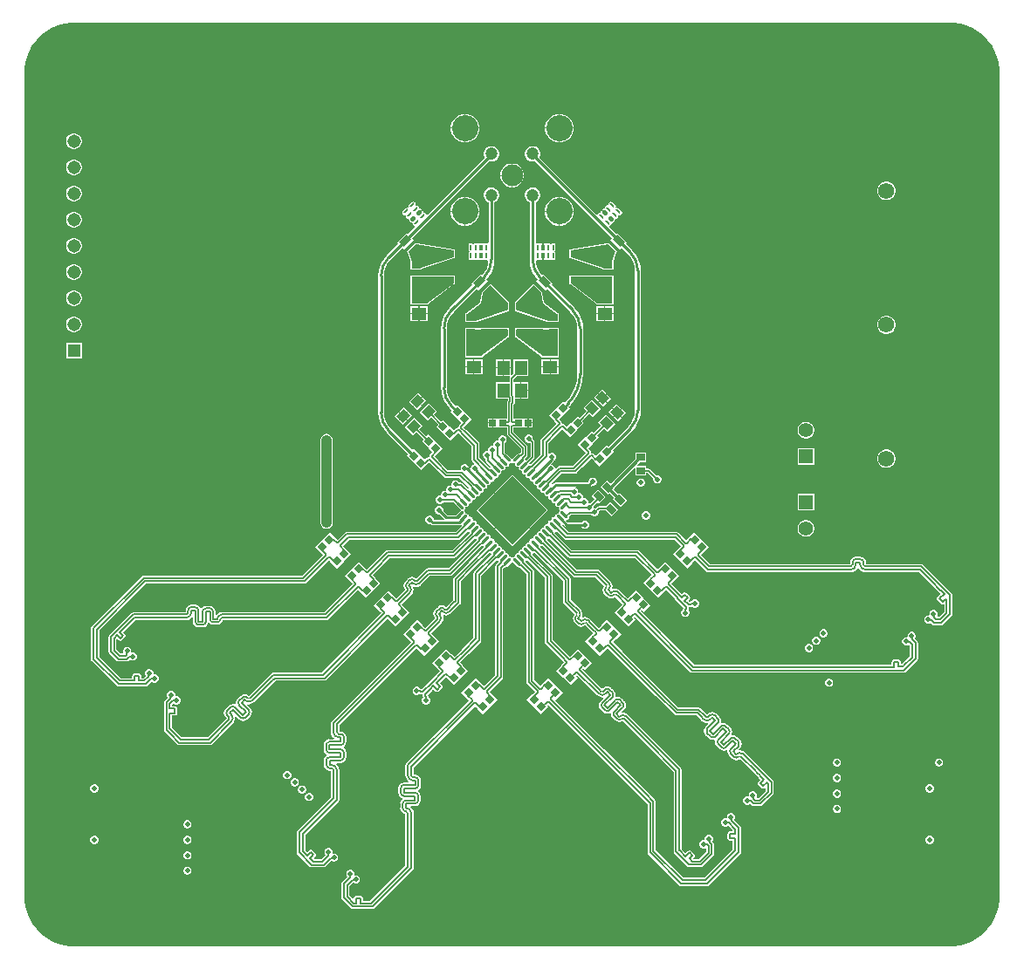
<source format=gbl>
G04*
G04 #@! TF.GenerationSoftware,Altium Limited,Altium Designer,24.4.1 (13)*
G04*
G04 Layer_Physical_Order=4*
G04 Layer_Color=16711680*
%FSLAX44Y44*%
%MOMM*%
G71*
G04*
G04 #@! TF.SameCoordinates,A59C2C85-A93C-4369-95B1-CFFD4854EA8D*
G04*
G04*
G04 #@! TF.FilePolarity,Positive*
G04*
G01*
G75*
%ADD11C,0.2500*%
%ADD13C,0.2000*%
%ADD15C,0.2540*%
G04:AMPARAMS|DCode=23|XSize=0.7154mm|YSize=0.6725mm|CornerRadius=0mm|HoleSize=0mm|Usage=FLASHONLY|Rotation=45.000|XOffset=0mm|YOffset=0mm|HoleType=Round|Shape=Rectangle|*
%AMROTATEDRECTD23*
4,1,4,-0.0152,-0.4907,-0.4907,-0.0152,0.0152,0.4907,0.4907,0.0152,-0.0152,-0.4907,0.0*
%
%ADD23ROTATEDRECTD23*%

G04:AMPARAMS|DCode=24|XSize=0.7154mm|YSize=0.6725mm|CornerRadius=0mm|HoleSize=0mm|Usage=FLASHONLY|Rotation=315.000|XOffset=0mm|YOffset=0mm|HoleType=Round|Shape=Rectangle|*
%AMROTATEDRECTD24*
4,1,4,-0.4907,0.0152,-0.0152,0.4907,0.4907,-0.0152,0.0152,-0.4907,-0.4907,0.0152,0.0*
%
%ADD24ROTATEDRECTD24*%

G04:AMPARAMS|DCode=27|XSize=0.85mm|YSize=0.7mm|CornerRadius=0mm|HoleSize=0mm|Usage=FLASHONLY|Rotation=135.000|XOffset=0mm|YOffset=0mm|HoleType=Round|Shape=Rectangle|*
%AMROTATEDRECTD27*
4,1,4,0.5480,-0.0530,0.0530,-0.5480,-0.5480,0.0530,-0.0530,0.5480,0.5480,-0.0530,0.0*
%
%ADD27ROTATEDRECTD27*%

%ADD40R,0.7154X0.6725*%
%ADD58C,1.3100*%
%ADD59R,1.3100X1.3100*%
%ADD60C,1.5748*%
%ADD65C,0.1519*%
%ADD66C,0.1724*%
%ADD71C,0.3000*%
%ADD77C,1.2000*%
%ADD78C,2.1000*%
%ADD79C,2.5500*%
%ADD80C,1.4000*%
%ADD81R,1.4000X1.4000*%
%ADD82C,0.5000*%
%ADD83C,1.0000*%
%ADD84C,5.0000*%
%ADD86C,0.2614*%
%ADD87R,1.4562X1.2546*%
%ADD88R,0.9000X0.6500*%
%ADD89R,2.6500X0.6500*%
%ADD90R,0.8500X0.7500*%
G04:AMPARAMS|DCode=91|XSize=0.64mm|YSize=1.02mm|CornerRadius=0mm|HoleSize=0mm|Usage=FLASHONLY|Rotation=135.000|XOffset=0mm|YOffset=0mm|HoleType=Round|Shape=Rectangle|*
%AMROTATEDRECTD91*
4,1,4,0.5869,0.1343,-0.1343,-0.5869,-0.5869,-0.1343,0.1343,0.5869,0.5869,0.1343,0.0*
%
%ADD91ROTATEDRECTD91*%

G04:AMPARAMS|DCode=92|XSize=0.64mm|YSize=1.02mm|CornerRadius=0mm|HoleSize=0mm|Usage=FLASHONLY|Rotation=45.000|XOffset=0mm|YOffset=0mm|HoleType=Round|Shape=Rectangle|*
%AMROTATEDRECTD92*
4,1,4,0.1343,-0.5869,-0.5869,0.1343,-0.1343,0.5869,0.5869,-0.1343,0.1343,-0.5869,0.0*
%
%ADD92ROTATEDRECTD92*%

G04:AMPARAMS|DCode=93|XSize=0.565mm|YSize=0.2mm|CornerRadius=0.05mm|HoleSize=0mm|Usage=FLASHONLY|Rotation=225.000|XOffset=0mm|YOffset=0mm|HoleType=Round|Shape=RoundedRectangle|*
%AMROUNDEDRECTD93*
21,1,0.5650,0.1000,0,0,225.0*
21,1,0.4650,0.2000,0,0,225.0*
1,1,0.1000,-0.1998,-0.1291*
1,1,0.1000,0.1291,0.1998*
1,1,0.1000,0.1998,0.1291*
1,1,0.1000,-0.1291,-0.1998*
%
%ADD93ROUNDEDRECTD93*%
G04:AMPARAMS|DCode=94|XSize=0.565mm|YSize=0.4mm|CornerRadius=0.05mm|HoleSize=0mm|Usage=FLASHONLY|Rotation=225.000|XOffset=0mm|YOffset=0mm|HoleType=Round|Shape=RoundedRectangle|*
%AMROUNDEDRECTD94*
21,1,0.5650,0.3000,0,0,225.0*
21,1,0.4650,0.4000,0,0,225.0*
1,1,0.1000,-0.2705,-0.0583*
1,1,0.1000,0.0583,0.2705*
1,1,0.1000,0.2705,0.0583*
1,1,0.1000,-0.0583,-0.2705*
%
%ADD94ROUNDEDRECTD94*%
G04:AMPARAMS|DCode=95|XSize=0.565mm|YSize=0.2mm|CornerRadius=0.05mm|HoleSize=0mm|Usage=FLASHONLY|Rotation=90.000|XOffset=0mm|YOffset=0mm|HoleType=Round|Shape=RoundedRectangle|*
%AMROUNDEDRECTD95*
21,1,0.5650,0.1000,0,0,90.0*
21,1,0.4650,0.2000,0,0,90.0*
1,1,0.1000,0.0500,0.2325*
1,1,0.1000,0.0500,-0.2325*
1,1,0.1000,-0.0500,-0.2325*
1,1,0.1000,-0.0500,0.2325*
%
%ADD95ROUNDEDRECTD95*%
G04:AMPARAMS|DCode=96|XSize=0.565mm|YSize=0.4mm|CornerRadius=0.05mm|HoleSize=0mm|Usage=FLASHONLY|Rotation=90.000|XOffset=0mm|YOffset=0mm|HoleType=Round|Shape=RoundedRectangle|*
%AMROUNDEDRECTD96*
21,1,0.5650,0.3000,0,0,90.0*
21,1,0.4650,0.4000,0,0,90.0*
1,1,0.1000,0.1500,0.2325*
1,1,0.1000,0.1500,-0.2325*
1,1,0.1000,-0.1500,-0.2325*
1,1,0.1000,-0.1500,0.2325*
%
%ADD96ROUNDEDRECTD96*%
G04:AMPARAMS|DCode=97|XSize=0.565mm|YSize=0.2mm|CornerRadius=0.05mm|HoleSize=0mm|Usage=FLASHONLY|Rotation=315.000|XOffset=0mm|YOffset=0mm|HoleType=Round|Shape=RoundedRectangle|*
%AMROUNDEDRECTD97*
21,1,0.5650,0.1000,0,0,315.0*
21,1,0.4650,0.2000,0,0,315.0*
1,1,0.1000,0.1291,-0.1998*
1,1,0.1000,-0.1998,0.1291*
1,1,0.1000,-0.1291,0.1998*
1,1,0.1000,0.1998,-0.1291*
%
%ADD97ROUNDEDRECTD97*%
G04:AMPARAMS|DCode=98|XSize=0.565mm|YSize=0.4mm|CornerRadius=0.05mm|HoleSize=0mm|Usage=FLASHONLY|Rotation=315.000|XOffset=0mm|YOffset=0mm|HoleType=Round|Shape=RoundedRectangle|*
%AMROUNDEDRECTD98*
21,1,0.5650,0.3000,0,0,315.0*
21,1,0.4650,0.4000,0,0,315.0*
1,1,0.1000,0.0583,-0.2705*
1,1,0.1000,-0.2705,0.0583*
1,1,0.1000,-0.0583,0.2705*
1,1,0.1000,0.2705,-0.0583*
%
%ADD98ROUNDEDRECTD98*%
G04:AMPARAMS|DCode=99|XSize=1.05mm|YSize=0.9mm|CornerRadius=0mm|HoleSize=0mm|Usage=FLASHONLY|Rotation=135.000|XOffset=0mm|YOffset=0mm|HoleType=Round|Shape=Rectangle|*
%AMROTATEDRECTD99*
4,1,4,0.6894,-0.0530,0.0530,-0.6894,-0.6894,0.0530,-0.0530,0.6894,0.6894,-0.0530,0.0*
%
%ADD99ROTATEDRECTD99*%

G04:AMPARAMS|DCode=100|XSize=1.05mm|YSize=0.9mm|CornerRadius=0mm|HoleSize=0mm|Usage=FLASHONLY|Rotation=225.000|XOffset=0mm|YOffset=0mm|HoleType=Round|Shape=Rectangle|*
%AMROTATEDRECTD100*
4,1,4,0.0530,0.6894,0.6894,0.0530,-0.0530,-0.6894,-0.6894,-0.0530,0.0530,0.6894,0.0*
%
%ADD100ROTATEDRECTD100*%

%ADD101R,1.2000X1.4000*%
G04:AMPARAMS|DCode=102|XSize=0.25mm|YSize=0.95mm|CornerRadius=0mm|HoleSize=0mm|Usage=FLASHONLY|Rotation=225.000|XOffset=0mm|YOffset=0mm|HoleType=Round|Shape=Round|*
%AMOVALD102*
21,1,0.7000,0.2500,0.0000,0.0000,315.0*
1,1,0.2500,-0.2475,0.2475*
1,1,0.2500,0.2475,-0.2475*
%
%ADD102OVALD102*%

G04:AMPARAMS|DCode=103|XSize=0.25mm|YSize=0.95mm|CornerRadius=0mm|HoleSize=0mm|Usage=FLASHONLY|Rotation=315.000|XOffset=0mm|YOffset=0mm|HoleType=Round|Shape=Round|*
%AMOVALD103*
21,1,0.7000,0.2500,0.0000,0.0000,45.0*
1,1,0.2500,-0.2475,-0.2475*
1,1,0.2500,0.2475,0.2475*
%
%ADD103OVALD103*%

%ADD104P,6.6468X4X360.0*%
%ADD105C,1.0000*%
G36*
X909377Y897140D02*
X915450Y895513D01*
X921258Y893107D01*
X926703Y889964D01*
X931691Y886136D01*
X936136Y881691D01*
X939964Y876703D01*
X943107Y871258D01*
X945513Y865450D01*
X947140Y859377D01*
X947961Y853143D01*
Y850000D01*
Y50000D01*
Y46856D01*
X947140Y40623D01*
X945513Y34550D01*
X943107Y28742D01*
X939964Y23297D01*
X936136Y18309D01*
X931691Y13864D01*
X926703Y10036D01*
X921258Y6893D01*
X915450Y4487D01*
X909377Y2860D01*
X903143Y2039D01*
X46856D01*
X40623Y2860D01*
X34550Y4487D01*
X28742Y6893D01*
X23297Y10036D01*
X18309Y13864D01*
X13864Y18309D01*
X10036Y23297D01*
X6893Y28742D01*
X4487Y34550D01*
X2860Y40623D01*
X2039Y46856D01*
Y50000D01*
Y850000D01*
Y853143D01*
X2860Y859377D01*
X4487Y865450D01*
X6893Y871258D01*
X10036Y876703D01*
X13864Y881691D01*
X18309Y886136D01*
X23297Y889964D01*
X28742Y893107D01*
X34550Y895513D01*
X40623Y897140D01*
X46856Y897961D01*
X903143D01*
X909377Y897140D01*
D02*
G37*
%LPC*%
G36*
X431062Y809766D02*
X429757D01*
Y796507D01*
X443016D01*
Y797812D01*
X442078Y801313D01*
X440266Y804453D01*
X437702Y807016D01*
X434563Y808828D01*
X431062Y809766D01*
D02*
G37*
G36*
X428741D02*
X427438D01*
X423937Y808828D01*
X420798Y807016D01*
X418234Y804453D01*
X416422Y801313D01*
X415484Y797812D01*
Y796507D01*
X428741D01*
Y809766D01*
D02*
G37*
G36*
X522562D02*
X521258D01*
Y796507D01*
X534516D01*
Y797812D01*
X533578Y801313D01*
X531766Y804453D01*
X529202Y807016D01*
X526063Y808828D01*
X522562Y809766D01*
D02*
G37*
G36*
X520242D02*
X518938D01*
X515437Y808828D01*
X512298Y807016D01*
X509734Y804453D01*
X507922Y801313D01*
X506984Y797812D01*
Y796507D01*
X520242D01*
Y809766D01*
D02*
G37*
G36*
X534516Y795491D02*
X521258D01*
Y782234D01*
X522562D01*
X526063Y783172D01*
X529202Y784984D01*
X531766Y787548D01*
X533578Y790686D01*
X534516Y794188D01*
Y795491D01*
D02*
G37*
G36*
X520242D02*
X506984D01*
Y794188D01*
X507922Y790686D01*
X509734Y787548D01*
X512298Y784984D01*
X515437Y783172D01*
X518938Y782234D01*
X520242D01*
Y795491D01*
D02*
G37*
G36*
X443016Y795491D02*
X429757D01*
Y782234D01*
X431062D01*
X434563Y783172D01*
X437702Y784984D01*
X440266Y787548D01*
X442078Y790686D01*
X443016Y794188D01*
Y795491D01*
D02*
G37*
G36*
X428741D02*
X415484D01*
Y794188D01*
X416422Y790686D01*
X418234Y787548D01*
X420798Y784984D01*
X423937Y783172D01*
X427438Y782234D01*
X428741D01*
Y795491D01*
D02*
G37*
G36*
X50996Y790766D02*
X49004D01*
X47080Y790250D01*
X45354Y789254D01*
X43946Y787846D01*
X42950Y786120D01*
X42434Y784196D01*
Y782204D01*
X42950Y780280D01*
X43946Y778554D01*
X45354Y777146D01*
X47080Y776150D01*
X49004Y775634D01*
X50996D01*
X52920Y776150D01*
X54646Y777146D01*
X56054Y778554D01*
X57050Y780280D01*
X57566Y782204D01*
Y784196D01*
X57050Y786120D01*
X56054Y787846D01*
X54646Y789254D01*
X52920Y790250D01*
X50996Y790766D01*
D02*
G37*
G36*
X495987Y778400D02*
X494013D01*
X492105Y777889D01*
X490395Y776901D01*
X488998Y775505D01*
X488011Y773795D01*
X487500Y771887D01*
Y769913D01*
X488011Y768005D01*
X488998Y766295D01*
X490395Y764899D01*
X492105Y763911D01*
X494013Y763400D01*
X495987D01*
X497222Y763731D01*
X571809Y689143D01*
X570500Y687834D01*
X579834Y678500D01*
X581143Y679809D01*
X587537Y673416D01*
X587641Y673346D01*
X590370Y670021D01*
X592456Y666118D01*
X593741Y661883D01*
X594163Y657602D01*
X594138Y657479D01*
Y522000D01*
X594161Y521883D01*
X593747Y517674D01*
X592485Y513515D01*
X590436Y509682D01*
X588320Y507103D01*
X587654Y506346D01*
Y506346D01*
X586949Y505641D01*
X568338Y487030D01*
X566924Y488445D01*
X559744Y481265D01*
X556203Y477724D01*
X554267Y479660D01*
X553519Y480160D01*
X552638Y480335D01*
X551548D01*
Y481425D01*
X551373Y482306D01*
X550874Y483054D01*
X548937Y484990D01*
X552890Y488943D01*
X552548Y489285D01*
X558974Y495711D01*
X557231Y497453D01*
X564201Y504422D01*
X567277Y501345D01*
X575078Y509146D01*
X566217Y518007D01*
X558416Y510206D01*
X561493Y507129D01*
X554524Y500160D01*
X552782Y501903D01*
X546356Y495477D01*
X546014Y495819D01*
X538834Y488640D01*
X543955Y483518D01*
X544082Y483330D01*
X546616Y480795D01*
X538492Y472671D01*
X538255Y472513D01*
X534065Y468323D01*
X520955D01*
X520074Y468147D01*
X519326Y467648D01*
X517415Y465737D01*
X516437Y466196D01*
X515868Y467571D01*
X514743Y468696D01*
X513385Y469258D01*
X512933Y470244D01*
X515068Y472379D01*
X515436Y472929D01*
X516157Y473228D01*
X517282Y474353D01*
X517891Y475823D01*
Y477414D01*
X517282Y478885D01*
X516157Y480010D01*
X514687Y480619D01*
X513095D01*
X511625Y480010D01*
X511339Y479724D01*
X510323Y480144D01*
Y490285D01*
X519308Y499271D01*
X519308Y499271D01*
X523724Y503687D01*
X526259Y501153D01*
X526447Y501027D01*
X531569Y495905D01*
X538748Y503085D01*
X538406Y503427D01*
X544832Y509853D01*
X543089Y511595D01*
X550058Y518564D01*
X553135Y515487D01*
X560936Y523288D01*
X552075Y532149D01*
X544274Y524348D01*
X547351Y521272D01*
X540382Y514303D01*
X538640Y516045D01*
X532214Y509619D01*
X531872Y509961D01*
X527919Y506008D01*
X525983Y507945D01*
X525235Y508444D01*
X524353Y508619D01*
X523264D01*
Y509709D01*
X523089Y510591D01*
X522589Y511338D01*
X520653Y513274D01*
X524194Y516815D01*
X531374Y523995D01*
X529959Y525409D01*
X530597Y526047D01*
X531330Y526728D01*
X531331Y526728D01*
X531984Y527473D01*
X535031Y530948D01*
X538150Y535616D01*
X540632Y540650D01*
X542437Y545965D01*
X543532Y551470D01*
X543899Y557071D01*
X543862Y557083D01*
Y601479D01*
X543894D01*
X543546Y605905D01*
X542509Y610222D01*
X540810Y614324D01*
X538490Y618110D01*
X535607Y621486D01*
X535584Y621463D01*
X513191Y643857D01*
X514480Y645147D01*
X505147Y654480D01*
X504426Y653759D01*
X503411Y653809D01*
X501630Y655979D01*
X499544Y659882D01*
X498259Y664117D01*
X497934Y667418D01*
X498886Y668113D01*
X499500Y667859D01*
X500500D01*
X501660Y668340D01*
X502340Y668340D01*
X503500Y667859D01*
X504491D01*
Y671825D01*
X505507D01*
Y667859D01*
X506500D01*
X507660Y668340D01*
X508340Y668340D01*
X509500Y667859D01*
X510500D01*
X511660Y668340D01*
X511950Y669040D01*
X513050D01*
X513340Y668340D01*
X514500Y667859D01*
X515500D01*
X516660Y668340D01*
X517141Y669500D01*
Y674150D01*
X516660Y675310D01*
X516323Y675450D01*
Y676550D01*
X516660Y676690D01*
X517141Y677850D01*
Y682500D01*
X516660Y683660D01*
X515500Y684141D01*
X514500D01*
X513340Y683660D01*
X513050Y682961D01*
X511950D01*
X511660Y683660D01*
X510500Y684141D01*
X509500D01*
X508340Y683660D01*
X507660Y683660D01*
X506500Y684141D01*
X505508D01*
Y680175D01*
X504492D01*
Y684141D01*
X503500D01*
X502340Y683660D01*
X501660Y683660D01*
X500500Y684141D01*
X499500D01*
X498878Y683883D01*
X497862Y684510D01*
Y723902D01*
X497895Y723911D01*
X499605Y724899D01*
X501002Y726295D01*
X501989Y728005D01*
X502500Y729913D01*
Y731887D01*
X501989Y733795D01*
X501002Y735505D01*
X499605Y736901D01*
X497895Y737889D01*
X495987Y738400D01*
X494013D01*
X492105Y737889D01*
X490395Y736901D01*
X488998Y735505D01*
X488011Y733795D01*
X487500Y731887D01*
Y729913D01*
X488011Y728005D01*
X488998Y726295D01*
X490395Y724899D01*
X492105Y723911D01*
X492138Y723902D01*
Y668521D01*
X492106D01*
X492454Y664095D01*
X493491Y659778D01*
X495190Y655676D01*
X497509Y651890D01*
X499834Y649168D01*
X498500Y647834D01*
X507834Y638500D01*
X509143Y639809D01*
X531537Y617416D01*
X531641Y617346D01*
X534370Y614021D01*
X536456Y610118D01*
X537741Y605883D01*
X538163Y601602D01*
X538138Y601479D01*
Y557089D01*
X538138Y557077D01*
X538138Y557071D01*
X538102Y556070D01*
X537723Y551253D01*
X536360Y545578D01*
X534127Y540186D01*
X531077Y535210D01*
X527387Y530889D01*
X527257Y530802D01*
X525912Y529457D01*
X524497Y530871D01*
X517729Y524104D01*
X510550Y516924D01*
X515671Y511803D01*
X515797Y511614D01*
X518332Y509080D01*
X513031Y503779D01*
X513031Y503779D01*
X503371Y494119D01*
X502872Y493372D01*
X502696Y492490D01*
Y479302D01*
X493302Y469908D01*
X493058Y469943D01*
X492501Y470053D01*
X492407Y470035D01*
X492336Y470045D01*
X491847Y470959D01*
X496153Y475265D01*
X496568Y475886D01*
X496713Y476619D01*
Y490942D01*
X496568Y491674D01*
X496153Y492295D01*
X495118Y493330D01*
X495263Y493681D01*
Y495273D01*
X494655Y496743D01*
X493529Y497868D01*
X492059Y498477D01*
X490468D01*
X488998Y497868D01*
X487872Y496743D01*
X487263Y495273D01*
Y493681D01*
X487872Y492211D01*
X488998Y491086D01*
X490468Y490477D01*
X492059D01*
X492884Y489769D01*
Y477412D01*
X489100Y473627D01*
X488639Y473634D01*
X487740Y474321D01*
X487564Y475205D01*
X487508Y475289D01*
X489499Y477281D01*
X489914Y477902D01*
X490060Y478634D01*
Y486617D01*
X489914Y487350D01*
X489499Y487971D01*
X476642Y500827D01*
Y505438D01*
X478572D01*
X478757Y505474D01*
X485035D01*
X485665Y505474D01*
X486681Y505474D01*
X490135D01*
Y509853D01*
Y514231D01*
X486681D01*
X486051Y514231D01*
X485035Y514231D01*
X476642D01*
Y527643D01*
X476976Y527977D01*
X477391Y528598D01*
X477537Y529330D01*
Y533263D01*
X482992D01*
Y541279D01*
Y549295D01*
X476484D01*
X476292Y550232D01*
Y552364D01*
X479192Y555263D01*
X490516D01*
Y571295D01*
X476484D01*
Y557971D01*
X474532Y556019D01*
X473516Y556440D01*
Y562771D01*
X467007D01*
Y555263D01*
X472340D01*
X472548Y555034D01*
X472848Y554247D01*
X472609Y553890D01*
X472463Y553157D01*
Y549295D01*
X459484D01*
Y533263D01*
X470968D01*
Y531258D01*
X470634Y530924D01*
X470219Y530303D01*
X470074Y529571D01*
Y514231D01*
X461681D01*
X461051Y514231D01*
X460035Y514231D01*
X456580D01*
Y509853D01*
Y505474D01*
X460035D01*
X460665Y505474D01*
X461681Y505474D01*
X467959D01*
X468144Y505438D01*
X470074D01*
Y498899D01*
X470219Y498167D01*
X470634Y497546D01*
X483491Y484689D01*
Y480684D01*
X483238Y480438D01*
X482705Y480005D01*
X481894Y480167D01*
X481010Y479991D01*
X480261Y479490D01*
X475671Y474900D01*
X475000Y474654D01*
X474329Y474900D01*
X469739Y479490D01*
X468990Y479991D01*
X468850Y480019D01*
X467863Y481006D01*
Y485951D01*
X467913Y486204D01*
X467913Y486204D01*
Y490111D01*
X468124Y490198D01*
X469249Y491324D01*
X469858Y492794D01*
Y494385D01*
X469249Y495855D01*
X468124Y496980D01*
X466654Y497589D01*
X465062D01*
X463592Y496980D01*
X462467Y495855D01*
X461858Y494385D01*
Y493578D01*
X461681Y492765D01*
X460919Y492640D01*
X460062D01*
X458592Y492031D01*
X457467Y490905D01*
X456858Y489435D01*
Y488629D01*
X456726Y487822D01*
X455919Y487690D01*
X455112D01*
X453642Y487081D01*
X452517Y485956D01*
X451908Y484486D01*
Y483679D01*
X451731Y482865D01*
X450970Y482740D01*
X450112D01*
X448642Y482131D01*
X447517Y481006D01*
X446908Y479536D01*
Y477944D01*
X447517Y476474D01*
X448642Y475349D01*
X449427Y475024D01*
Y473267D01*
X449427Y473266D01*
X449583Y472480D01*
X450029Y471813D01*
X454188Y467653D01*
X453806Y466690D01*
X452958Y466577D01*
X443573Y475962D01*
Y489250D01*
X443397Y490132D01*
X442898Y490880D01*
X431117Y502661D01*
X430814Y502863D01*
X428133Y505544D01*
X430667Y508078D01*
X430793Y508267D01*
X435914Y513388D01*
X428735Y520568D01*
X421967Y527336D01*
X420552Y525921D01*
X418463Y528011D01*
X418358Y528081D01*
X415630Y531406D01*
X413544Y535308D01*
X412259Y539543D01*
X411837Y543824D01*
X411862Y543947D01*
Y601479D01*
X411837Y601602D01*
X412259Y605883D01*
X413544Y610118D01*
X415630Y614021D01*
X418358Y617346D01*
X418463Y617416D01*
X440857Y639809D01*
X442166Y638500D01*
X451500Y647834D01*
X450166Y649168D01*
X452491Y651890D01*
X454810Y655676D01*
X456509Y659778D01*
X457546Y664095D01*
X457894Y668521D01*
X457862D01*
Y723902D01*
X457895Y723911D01*
X459605Y724899D01*
X461002Y726295D01*
X461989Y728005D01*
X462500Y729913D01*
Y731887D01*
X461989Y733795D01*
X461002Y735505D01*
X459605Y736901D01*
X457895Y737889D01*
X455987Y738400D01*
X454013D01*
X452105Y737889D01*
X450395Y736901D01*
X448998Y735505D01*
X448011Y733795D01*
X447500Y731887D01*
Y729913D01*
X448011Y728005D01*
X448998Y726295D01*
X450395Y724899D01*
X452105Y723911D01*
X452138Y723902D01*
Y684510D01*
X451122Y683883D01*
X450500Y684141D01*
X449500D01*
X448340Y683660D01*
X447660Y683660D01*
X446500Y684141D01*
X445508D01*
Y680176D01*
X444492D01*
Y684141D01*
X443500D01*
X442340Y683660D01*
X441660Y683660D01*
X440500Y684141D01*
X439500D01*
X438340Y683660D01*
X438050Y682961D01*
X436950D01*
X436660Y683660D01*
X435500Y684141D01*
X434500D01*
X433340Y683660D01*
X432859Y682500D01*
Y677850D01*
X433340Y676690D01*
X433677Y676550D01*
Y675450D01*
X433340Y675310D01*
X432859Y674150D01*
Y669500D01*
X433340Y668340D01*
X434500Y667859D01*
X435500D01*
X436660Y668340D01*
X436950Y669040D01*
X438050D01*
X438340Y668340D01*
X439500Y667859D01*
X440500D01*
X441660Y668340D01*
X442340Y668340D01*
X443500Y667859D01*
X444491D01*
Y671825D01*
X445507D01*
Y667859D01*
X446500D01*
X447660Y668340D01*
X448340Y668340D01*
X449500Y667859D01*
X450500D01*
X451114Y668113D01*
X452066Y667418D01*
X451741Y664117D01*
X450456Y659882D01*
X448370Y655979D01*
X446589Y653809D01*
X445574Y653759D01*
X444853Y654481D01*
X435520Y645147D01*
X436809Y643857D01*
X414416Y621463D01*
X414393Y621486D01*
X411510Y618110D01*
X409190Y614324D01*
X407491Y610222D01*
X406454Y605905D01*
X406106Y601479D01*
X406138D01*
Y543947D01*
X406106D01*
X406454Y539521D01*
X407491Y535204D01*
X409190Y531102D01*
X411510Y527317D01*
X414393Y523940D01*
X414416Y523963D01*
X416505Y521874D01*
X415091Y520459D01*
X421858Y513691D01*
X425811Y509739D01*
X423875Y507802D01*
X423376Y507055D01*
X423200Y506173D01*
Y505084D01*
X422111D01*
X421229Y504909D01*
X420482Y504409D01*
X418546Y502473D01*
X414593Y506426D01*
X414250Y506083D01*
X407825Y512509D01*
X406083Y510767D01*
X398937Y517913D01*
X402014Y520990D01*
X394213Y528791D01*
X385352Y519929D01*
X393152Y512128D01*
X396229Y515205D01*
X403375Y508060D01*
X401633Y506317D01*
X408059Y499892D01*
X407716Y499549D01*
X414896Y492370D01*
X420017Y497491D01*
X420206Y497617D01*
X422740Y500151D01*
X426508Y496384D01*
X426810Y496181D01*
X435946Y487046D01*
Y473757D01*
X436122Y472876D01*
X436621Y472128D01*
X438506Y470244D01*
X438047Y469266D01*
X436672Y468696D01*
X435546Y467571D01*
X434976Y466193D01*
X433999Y465733D01*
X433038Y466694D01*
Y466808D01*
X432429Y468278D01*
X431304Y469403D01*
X429834Y470012D01*
X428242D01*
X426772Y469403D01*
X425647Y468278D01*
X425038Y466808D01*
Y465216D01*
X425162Y464918D01*
X424597Y464073D01*
X412935D01*
X403568Y473440D01*
X403366Y473742D01*
X399849Y477260D01*
X402383Y479794D01*
X402509Y479983D01*
X407630Y485104D01*
X400451Y492284D01*
X400108Y491941D01*
X393683Y498367D01*
X391940Y496625D01*
X384795Y503771D01*
X387872Y506848D01*
X380071Y514648D01*
X371209Y505787D01*
X379010Y497986D01*
X382087Y501063D01*
X389233Y493917D01*
X387491Y492175D01*
X393916Y485750D01*
X393574Y485407D01*
X397527Y481454D01*
X395591Y479518D01*
X395091Y478771D01*
X394916Y477889D01*
Y476800D01*
X393827D01*
X392945Y476624D01*
X392198Y476125D01*
X390261Y474189D01*
X386309Y478142D01*
X379541Y484909D01*
X378126Y483495D01*
X357463Y504158D01*
X357359Y504228D01*
X354630Y507553D01*
X352544Y511456D01*
X351259Y515690D01*
X350837Y519971D01*
X350862Y520095D01*
Y652479D01*
X350837Y652602D01*
X351259Y656883D01*
X352544Y661118D01*
X354630Y665021D01*
X357359Y668346D01*
X357463Y668416D01*
X368857Y679809D01*
X370166Y678500D01*
X379500Y687834D01*
X378191Y689143D01*
X452778Y763731D01*
X454013Y763400D01*
X455987D01*
X457895Y763911D01*
X459605Y764899D01*
X461002Y766295D01*
X461989Y768005D01*
X462500Y769913D01*
Y771887D01*
X461989Y773795D01*
X461002Y775505D01*
X459605Y776901D01*
X457895Y777889D01*
X455987Y778400D01*
X454013D01*
X452105Y777889D01*
X450395Y776901D01*
X448998Y775505D01*
X448011Y773795D01*
X447500Y771887D01*
Y769913D01*
X448011Y768005D01*
X448358Y767405D01*
X393060Y712107D01*
X391862Y712346D01*
X391646Y712867D01*
X390938Y713575D01*
X390137Y713906D01*
X389298Y714536D01*
X388817Y715696D01*
X388116Y716397D01*
X385312Y713593D01*
X384594Y714311D01*
X387398Y717115D01*
X386696Y717817D01*
X385536Y718298D01*
X384907Y719137D01*
X384575Y719939D01*
X383867Y720646D01*
X382707Y721126D01*
X382007Y720836D01*
X381230Y721614D01*
X381520Y722314D01*
X381039Y723474D01*
X380332Y724181D01*
X379172Y724662D01*
X378011Y724181D01*
X374723Y720893D01*
X374243Y719733D01*
X374382Y719395D01*
X373605Y718618D01*
X373267Y718757D01*
X372107Y718277D01*
X368819Y714989D01*
X368338Y713828D01*
X368819Y712668D01*
X369526Y711961D01*
X370686Y711480D01*
X371386Y711770D01*
X372164Y710993D01*
X371874Y710293D01*
X372354Y709133D01*
X373061Y708426D01*
X373863Y708093D01*
X374702Y707464D01*
X375183Y706304D01*
X375884Y705603D01*
X378688Y708407D01*
X379407Y707688D01*
X376603Y704884D01*
X377304Y704183D01*
X378464Y703702D01*
X379094Y702863D01*
X379426Y702061D01*
X380133Y701354D01*
X380654Y701138D01*
X380892Y699940D01*
X374143Y693191D01*
X372853Y694480D01*
X363520Y685147D01*
X364809Y683857D01*
X353416Y672463D01*
X353393Y672486D01*
X350509Y669110D01*
X348190Y665324D01*
X346491Y661222D01*
X345454Y656905D01*
X345106Y652479D01*
X345138D01*
Y520095D01*
X345106D01*
X345454Y515668D01*
X346491Y511351D01*
X348190Y507249D01*
X350509Y503464D01*
X353393Y500088D01*
X353416Y500110D01*
X374079Y479448D01*
X372664Y478033D01*
X379432Y471265D01*
X386612Y464086D01*
X391733Y469207D01*
X391922Y469333D01*
X394456Y471867D01*
X396887Y469436D01*
X397089Y469133D01*
X409101Y457121D01*
X409849Y456622D01*
X410731Y456446D01*
X424019D01*
X433423Y447042D01*
X433310Y446193D01*
X432347Y445812D01*
X426954Y451205D01*
X426287Y451650D01*
X425500Y451807D01*
X425500Y451807D01*
X423581D01*
X423391Y452266D01*
X422266Y453391D01*
X420796Y454000D01*
X419204D01*
X417734Y453391D01*
X416609Y452266D01*
X416000Y450796D01*
Y449939D01*
X415832Y449168D01*
X415061Y449000D01*
X414204D01*
X412734Y448391D01*
X411609Y447266D01*
X411000Y445796D01*
Y444939D01*
X410832Y444168D01*
X410061Y444000D01*
X409204D01*
X407734Y443391D01*
X406609Y442266D01*
X406000Y440796D01*
Y439939D01*
X405832Y439168D01*
X405061Y439000D01*
X404204D01*
X402734Y438391D01*
X401609Y437266D01*
X401000Y435796D01*
Y434204D01*
X401609Y432734D01*
X402734Y431609D01*
X404204Y431000D01*
X405796D01*
X407266Y431609D01*
X408391Y432734D01*
X408478Y432944D01*
X418187D01*
X419981Y431150D01*
X420009Y431010D01*
X420510Y430261D01*
X425100Y425671D01*
X425181Y425450D01*
Y424550D01*
X425100Y424329D01*
X423057Y422287D01*
X422971Y422229D01*
X421002Y420260D01*
X412326D01*
X408289Y424296D01*
Y425796D01*
X407680Y427266D01*
X406555Y428391D01*
X405085Y429000D01*
X403494D01*
X402024Y428391D01*
X400898Y427266D01*
X400289Y425796D01*
Y424204D01*
X400898Y422734D01*
X402024Y421609D01*
X403494Y421000D01*
X404993D01*
X409667Y416326D01*
X409655Y416133D01*
X409336Y415310D01*
X399097D01*
Y416603D01*
X398488Y418073D01*
X397363Y419199D01*
X395893Y419808D01*
X394301D01*
X392831Y419199D01*
X391706Y418073D01*
X391097Y416603D01*
Y415012D01*
X391706Y413542D01*
X392831Y412417D01*
X394301Y411808D01*
X395801D01*
X396277Y411331D01*
X397033Y410826D01*
X397925Y410648D01*
X424088D01*
X424980Y410826D01*
X426057Y410371D01*
X426153Y410008D01*
X426108Y409785D01*
X420377Y404054D01*
X314730D01*
X313849Y403878D01*
X313102Y403379D01*
X305649Y395926D01*
X303382Y398193D01*
X303193Y398319D01*
X298072Y403441D01*
X291304Y396673D01*
X284124Y389493D01*
X291001Y382617D01*
X291119Y382735D01*
X291910Y381945D01*
X271597Y361632D01*
X117665D01*
X116743Y361448D01*
X115962Y360926D01*
X67297Y312262D01*
X66775Y311480D01*
X66592Y310559D01*
Y280441D01*
X66775Y279520D01*
X67297Y278738D01*
X91462Y254574D01*
X92243Y254052D01*
X93165Y253868D01*
X119816D01*
X120737Y254052D01*
X121519Y254574D01*
X125644Y258699D01*
X125989Y258354D01*
X127459Y257745D01*
X129051D01*
X130521Y258354D01*
X131646Y259479D01*
X132255Y260949D01*
Y262541D01*
X131646Y264011D01*
X130521Y265136D01*
X129051Y265745D01*
X127916D01*
X127308Y266048D01*
X127005Y266656D01*
Y267791D01*
X126396Y269261D01*
X125271Y270386D01*
X123801Y270995D01*
X122209D01*
X120739Y270386D01*
X119614Y269261D01*
X119005Y267791D01*
Y266199D01*
X119614Y264729D01*
X119959Y264384D01*
X117483Y261908D01*
X115658D01*
Y264388D01*
X115475Y265310D01*
X114953Y266091D01*
X114172Y266613D01*
X113250Y266796D01*
X108987D01*
X108065Y266613D01*
X107284Y266091D01*
X106762Y265310D01*
X106579Y264388D01*
Y261908D01*
X95498D01*
X74632Y282774D01*
Y308226D01*
X119997Y353592D01*
X273929D01*
X274851Y353775D01*
X275632Y354297D01*
X297595Y376260D01*
X298385Y375470D01*
X298266Y375351D01*
X305143Y368475D01*
X311911Y375242D01*
X319090Y382422D01*
X313969Y387543D01*
X313843Y387732D01*
X311041Y390533D01*
X316935Y396427D01*
X422581D01*
X423463Y396603D01*
X424211Y397102D01*
X431961Y404852D01*
X432598Y404726D01*
X432966Y404500D01*
X433287Y404179D01*
X433512Y403811D01*
X433639Y403174D01*
X416769Y386304D01*
X354231D01*
X354231Y386304D01*
X353349Y386128D01*
X352602Y385629D01*
X340590Y373617D01*
X340147Y373322D01*
X334200Y367375D01*
X331666Y369909D01*
X331477Y370035D01*
X326356Y375156D01*
X319177Y367977D01*
X312409Y361209D01*
X319285Y354332D01*
X319405Y354453D01*
X320342Y353516D01*
X292955Y326129D01*
X193638D01*
Y326144D01*
X191863Y325910D01*
X190210Y325225D01*
X188790Y324136D01*
X188361Y323576D01*
X187345Y323921D01*
Y326765D01*
X187404D01*
X186994Y328824D01*
X185828Y330570D01*
X184081Y331737D01*
X182022Y332146D01*
Y332087D01*
X177963D01*
Y332146D01*
X175903Y331737D01*
X174157Y330570D01*
X173771Y329991D01*
X172652Y330145D01*
X171672Y331612D01*
X169926Y332779D01*
X167866Y333188D01*
Y333129D01*
X163807D01*
Y333188D01*
X161747Y332779D01*
X160002Y331612D01*
X158835Y329866D01*
X158425Y327807D01*
X158484D01*
Y326129D01*
X107556D01*
X106674Y325954D01*
X105927Y325454D01*
X84352Y303880D01*
X83853Y303132D01*
X83677Y302250D01*
Y287750D01*
X83853Y286868D01*
X84352Y286120D01*
X91654Y278818D01*
X92401Y278319D01*
X93283Y278144D01*
X101342D01*
X102224Y278319D01*
X102971Y278818D01*
X104248Y280095D01*
X104739Y279604D01*
X106209Y278995D01*
X107801D01*
X109271Y279604D01*
X110396Y280729D01*
X111005Y282199D01*
Y283791D01*
X110396Y285261D01*
X109271Y286386D01*
X107801Y286995D01*
X106666D01*
X106058Y287298D01*
X105755Y287906D01*
Y289041D01*
X105146Y290511D01*
X104021Y291636D01*
X102551Y292245D01*
X100959D01*
X99489Y291636D01*
X98364Y290511D01*
X97755Y289041D01*
Y287449D01*
X98030Y286786D01*
X97351Y285770D01*
X95488D01*
X91304Y289954D01*
Y299650D01*
X91828Y300014D01*
X92237Y300154D01*
X93444Y298947D01*
X94191Y298448D01*
X95073Y298272D01*
X95954Y298448D01*
X96702Y298947D01*
X99572Y301817D01*
X100071Y302565D01*
X100247Y303446D01*
X100071Y304328D01*
X99572Y305075D01*
X97953Y306695D01*
X103629Y312371D01*
X109761Y318503D01*
X159269D01*
Y318488D01*
X161044Y318722D01*
X162697Y319407D01*
X164117Y320496D01*
X164546Y321056D01*
X165562Y320711D01*
Y316825D01*
X165503D01*
X165913Y314766D01*
X167080Y313020D01*
X168825Y311853D01*
X170885Y311444D01*
Y311503D01*
X174944D01*
Y311444D01*
X177004Y311853D01*
X178750Y313020D01*
X179916Y314766D01*
X180048Y315430D01*
X181127Y315644D01*
X181235Y315482D01*
X182981Y314315D01*
X185041Y313905D01*
Y313965D01*
X189100D01*
Y313905D01*
X191159Y314315D01*
X192906Y315482D01*
X194072Y317228D01*
X194326Y318503D01*
X295159D01*
X296041Y318678D01*
X296789Y319177D01*
X325734Y348123D01*
X326671Y347187D01*
X326551Y347067D01*
X333427Y340190D01*
X340195Y346958D01*
X347375Y354138D01*
X342253Y359259D01*
X342127Y359448D01*
X339593Y361982D01*
X344360Y366749D01*
X344803Y367045D01*
X356435Y378677D01*
X418974D01*
X419855Y378853D01*
X420603Y379352D01*
X439032Y397781D01*
X439669Y397655D01*
X440037Y397429D01*
X440357Y397108D01*
X440583Y396740D01*
X440710Y396103D01*
X413295Y368688D01*
X393036D01*
X392155Y368513D01*
X391407Y368013D01*
X382511Y359117D01*
X381648Y358748D01*
X379902Y359915D01*
X377843Y360324D01*
X375783Y359915D01*
X374833Y359280D01*
X374037Y358748D01*
X374037Y358748D01*
X373378Y358005D01*
X371209Y355836D01*
X371209Y355836D01*
X371167Y355878D01*
X370000Y354132D01*
X369591Y352072D01*
X370000Y350013D01*
X371167Y348267D01*
X370798Y347404D01*
X362636Y339242D01*
X360102Y341776D01*
X359913Y341902D01*
X354792Y347024D01*
X347612Y339844D01*
X340844Y333076D01*
X347721Y326200D01*
X347840Y326319D01*
X348630Y325528D01*
X290664Y267562D01*
X243404D01*
X242482Y267379D01*
X241701Y266856D01*
X238422Y263578D01*
X238422Y263578D01*
X220489Y245644D01*
X219729Y245025D01*
X217882Y246259D01*
X215703Y246693D01*
X213524Y246259D01*
X212492Y245570D01*
X211676Y245025D01*
X211002Y244261D01*
X208696Y241955D01*
X208682Y241954D01*
X208647Y241988D01*
X207427Y240162D01*
X206993Y237983D01*
X207150Y237194D01*
X206232Y236601D01*
X204217Y237002D01*
X202037Y236569D01*
X201006Y235880D01*
X200190Y235334D01*
X199516Y234571D01*
X197209Y232264D01*
X197195Y232263D01*
X197160Y232298D01*
X195941Y230472D01*
X195507Y228293D01*
X195941Y226113D01*
X197175Y224266D01*
X197175Y224266D01*
X197264Y224266D01*
X198187Y223343D01*
X196922Y222078D01*
X196922Y222078D01*
X179753Y204908D01*
X154497D01*
X145419Y213987D01*
Y225717D01*
X147898D01*
X148820Y225901D01*
X149601Y226423D01*
X150123Y227204D01*
X150307Y228125D01*
Y232389D01*
X150123Y233311D01*
X149601Y234092D01*
X148820Y234614D01*
X147898Y234797D01*
X145419D01*
Y236047D01*
X146857Y237486D01*
X147202Y237141D01*
X148673Y236532D01*
X150264D01*
X151734Y237141D01*
X152859Y238266D01*
X153468Y239736D01*
Y241327D01*
X152859Y242798D01*
X151734Y243923D01*
X150264Y244532D01*
X149130D01*
X148521Y244835D01*
X148218Y245443D01*
Y246577D01*
X147609Y248048D01*
X146484Y249173D01*
X145014Y249782D01*
X143423D01*
X141952Y249173D01*
X140827Y248048D01*
X140218Y246577D01*
Y244986D01*
X140827Y243516D01*
X141172Y243171D01*
X138084Y240082D01*
X137562Y239301D01*
X137379Y238380D01*
Y211654D01*
X137562Y210733D01*
X138084Y209952D01*
X141768Y206268D01*
X141768Y206268D01*
X150462Y197574D01*
X151243Y197052D01*
X152165Y196868D01*
X182085D01*
X183007Y197052D01*
X183788Y197574D01*
X202607Y216393D01*
X202607Y216393D01*
X203638Y217424D01*
X204368Y218130D01*
X204368Y218130D01*
X205540Y219657D01*
X206276Y221435D01*
X206527Y223343D01*
X206404Y224277D01*
X207367Y224752D01*
X210134Y221985D01*
X210089Y221940D01*
X211937Y220705D01*
X214116Y220272D01*
X216295Y220705D01*
X218121Y221925D01*
X218086Y221960D01*
X218088Y221974D01*
X220395Y224281D01*
X221158Y224955D01*
X221158Y224955D01*
X221703Y225771D01*
X222392Y226802D01*
X222826Y228981D01*
X222392Y231161D01*
X221158Y233008D01*
X221158Y233008D01*
X220395Y233682D01*
X218346Y235731D01*
X218820Y236693D01*
X219755Y236570D01*
X221663Y236821D01*
X223441Y237558D01*
X224967Y238729D01*
X224956Y238741D01*
X244107Y257893D01*
X245736Y259522D01*
X292996D01*
X293918Y259705D01*
X294699Y260227D01*
X354315Y319843D01*
X355105Y319053D01*
X354986Y318934D01*
X361863Y312057D01*
X369043Y319237D01*
X375810Y326005D01*
X370689Y331126D01*
X370563Y331315D01*
X368029Y333849D01*
X377393Y343214D01*
X377413Y343214D01*
X378503Y344633D01*
X379188Y346287D01*
X379422Y348062D01*
X379188Y349836D01*
X379066Y350130D01*
X379785Y350849D01*
X380079Y350727D01*
X381853Y350493D01*
X383628Y350727D01*
X385281Y351412D01*
X386701Y352501D01*
X386691Y352511D01*
X395241Y361062D01*
X415500D01*
X416382Y361237D01*
X417129Y361736D01*
X446103Y390710D01*
X446740Y390583D01*
X447108Y390357D01*
X447429Y390037D01*
X447654Y389669D01*
X447781Y389032D01*
X433117Y374368D01*
X433117Y374367D01*
X418371Y359622D01*
X417872Y358874D01*
X417696Y357993D01*
Y337734D01*
X411493Y331531D01*
X410630Y331161D01*
X408884Y332328D01*
X406825Y332738D01*
X404765Y332328D01*
X403815Y331693D01*
X403019Y331161D01*
X403019Y331161D01*
X402360Y330418D01*
X400191Y328249D01*
X400191Y328249D01*
X400149Y328291D01*
X398982Y326545D01*
X398573Y324486D01*
X398982Y322426D01*
X400149Y320680D01*
X399780Y319817D01*
X390920Y310958D01*
X388386Y313492D01*
X388197Y313618D01*
X383076Y318739D01*
X375896Y311560D01*
X369129Y304792D01*
X374170Y299750D01*
X374302Y299553D01*
X376763Y297092D01*
X300074Y220403D01*
X299552Y219622D01*
X299368Y218701D01*
Y212000D01*
X299368Y212000D01*
Y209526D01*
X299352D01*
X299603Y207618D01*
X300339Y205840D01*
X301511Y204314D01*
X302259Y203740D01*
X301914Y202724D01*
X298000D01*
Y202787D01*
X295821Y202353D01*
X293973Y201119D01*
X292739Y199271D01*
X292305Y197092D01*
X292368D01*
Y192829D01*
X292305D01*
X292739Y190649D01*
X293973Y188802D01*
X295111Y188042D01*
Y186820D01*
X294101Y186145D01*
X292866Y184297D01*
X292433Y182118D01*
X292496D01*
Y177854D01*
X292433D01*
X292866Y175675D01*
X294101Y173828D01*
X295948Y172593D01*
X298127Y172160D01*
Y172223D01*
X299368D01*
Y148000D01*
X299368Y148000D01*
Y146333D01*
X267074Y114038D01*
X266552Y113257D01*
X266368Y112335D01*
Y92665D01*
X266552Y91743D01*
X267074Y90962D01*
X278962Y79074D01*
X279743Y78552D01*
X280665Y78368D01*
X292306D01*
X293227Y78552D01*
X294009Y79074D01*
X299639Y84704D01*
X299984Y84359D01*
X301454Y83750D01*
X303046D01*
X304516Y84359D01*
X305641Y85484D01*
X306250Y86954D01*
Y88546D01*
X305641Y90016D01*
X304516Y91141D01*
X303046Y91750D01*
X301912D01*
X301303Y92053D01*
X301000Y92662D01*
Y93796D01*
X300391Y95266D01*
X299266Y96391D01*
X297796Y97000D01*
X296204D01*
X294734Y96391D01*
X293609Y95266D01*
X293000Y93796D01*
Y92204D01*
X293609Y90734D01*
X293954Y90389D01*
X289973Y86408D01*
X283573D01*
X283013Y87284D01*
X284445Y88717D01*
X284967Y89498D01*
X285150Y90420D01*
X284967Y91341D01*
X284445Y92122D01*
X281430Y95137D01*
X280649Y95659D01*
X279727Y95842D01*
X278806Y95659D01*
X278025Y95137D01*
X276147Y93259D01*
X274408Y94997D01*
Y110002D01*
X306703Y142297D01*
X307225Y143078D01*
X307408Y144000D01*
Y148000D01*
Y172907D01*
X307425D01*
X307174Y174815D01*
X306437Y176593D01*
X305266Y178120D01*
X304518Y178694D01*
X304863Y179710D01*
X308776D01*
Y179647D01*
X310956Y180080D01*
X312803Y181315D01*
X314038Y183162D01*
X314471Y185341D01*
X314408D01*
Y189605D01*
X314471D01*
X314038Y191784D01*
X312803Y193632D01*
X311729Y194349D01*
Y195571D01*
X312803Y196289D01*
X314038Y198136D01*
X314471Y200316D01*
X314408D01*
Y204579D01*
X314471D01*
X314038Y206758D01*
X312803Y208606D01*
X310956Y209841D01*
X308776Y210274D01*
Y210211D01*
X307408D01*
Y216368D01*
X382448Y291407D01*
X384908Y288947D01*
X385106Y288815D01*
X390147Y283773D01*
X396915Y290541D01*
X404095Y297721D01*
X398973Y302842D01*
X398847Y303031D01*
X396313Y305565D01*
X406375Y315627D01*
X406396Y315627D01*
X407485Y317047D01*
X408170Y318701D01*
X408404Y320475D01*
X408170Y322249D01*
X408048Y322544D01*
X408767Y323262D01*
X409061Y323140D01*
X410835Y322907D01*
X412610Y323140D01*
X414263Y323825D01*
X415683Y324915D01*
X415673Y324925D01*
X424648Y333900D01*
X425147Y334647D01*
X425323Y335529D01*
Y355788D01*
X437625Y368090D01*
X437625Y368091D01*
X453174Y383639D01*
X453811Y383512D01*
X454179Y383286D01*
X454500Y382966D01*
X454726Y382598D01*
X454852Y381961D01*
X438352Y365461D01*
X437853Y364713D01*
X437677Y363831D01*
Y301185D01*
X426281Y289790D01*
X426203Y289671D01*
X419205Y282673D01*
X416670Y285208D01*
X416482Y285334D01*
X411360Y290455D01*
X404181Y283276D01*
X397413Y276508D01*
X402455Y271466D01*
X402587Y271268D01*
X405047Y268808D01*
X395667Y259428D01*
X395514Y259198D01*
X387578Y251263D01*
X386835Y251760D01*
X385913Y251944D01*
X385784D01*
X384801Y252927D01*
X383331Y253536D01*
X381740D01*
X380270Y252927D01*
X379145Y251801D01*
X378536Y250331D01*
Y248740D01*
X379145Y247270D01*
X380270Y246145D01*
X381740Y245536D01*
X383331D01*
X384801Y246145D01*
X385386Y246729D01*
X385949Y246353D01*
X386871Y246170D01*
X388170D01*
Y244871D01*
X388353Y243949D01*
X388729Y243386D01*
X388144Y242801D01*
X387536Y241331D01*
Y239740D01*
X388144Y238270D01*
X389270Y237145D01*
X390740Y236536D01*
X392331D01*
X393801Y237145D01*
X394927Y238270D01*
X395536Y239740D01*
Y241331D01*
X394927Y242801D01*
X393944Y243784D01*
Y243913D01*
X393760Y244835D01*
X393263Y245578D01*
X396757Y249072D01*
X397366Y249681D01*
X397366Y249681D01*
X398678Y250993D01*
X400479Y249192D01*
X401260Y248670D01*
X402182Y248487D01*
X403103Y248670D01*
X403885Y249192D01*
X406899Y252207D01*
X407421Y252988D01*
X407605Y253910D01*
X407421Y254831D01*
X406899Y255613D01*
X405060Y257452D01*
X407008Y259400D01*
X407009Y259400D01*
X410732Y263123D01*
X413192Y260663D01*
X413389Y260531D01*
X418432Y255489D01*
X425199Y262257D01*
X432379Y269436D01*
X427258Y274558D01*
X427132Y274746D01*
X424597Y277281D01*
X432558Y285242D01*
X432637Y285360D01*
X444629Y297351D01*
X445128Y298099D01*
X445304Y298981D01*
Y361627D01*
X460245Y376568D01*
X460882Y376441D01*
X461250Y376215D01*
X461571Y375895D01*
X461797Y375527D01*
X461923Y374890D01*
X459371Y372337D01*
X458872Y371590D01*
X458696Y370708D01*
Y265224D01*
X447675Y254203D01*
X444955Y256923D01*
X444766Y257050D01*
X439645Y262171D01*
X432877Y255403D01*
X425697Y248223D01*
X430739Y243182D01*
X430871Y242984D01*
X433331Y240524D01*
X372297Y179490D01*
X371775Y178708D01*
X371592Y177787D01*
Y170000D01*
X371592Y170000D01*
Y167526D01*
X371575D01*
X371826Y165618D01*
X372563Y163840D01*
X373734Y162314D01*
X374482Y161740D01*
X374137Y160724D01*
X370224D01*
Y160787D01*
X368044Y160353D01*
X366197Y159119D01*
X364962Y157271D01*
X364529Y155092D01*
X364592D01*
Y150829D01*
X364529D01*
X364962Y148649D01*
X366197Y146802D01*
X368044Y145567D01*
X368541Y145469D01*
X368739Y144472D01*
X368249Y144145D01*
X367015Y142297D01*
X366581Y140118D01*
X366645D01*
Y135854D01*
X366581D01*
X367015Y133675D01*
X368249Y131828D01*
X370097Y130593D01*
X371592Y130296D01*
Y109000D01*
X371592Y109000D01*
Y79997D01*
X337551Y45956D01*
X330530D01*
Y48436D01*
X330347Y49358D01*
X329825Y50139D01*
X329044Y50661D01*
X328122Y50844D01*
X323859D01*
X322937Y50661D01*
X322156Y50139D01*
X321634Y49358D01*
X321451Y48436D01*
Y48282D01*
X320512Y47893D01*
X317408Y50997D01*
Y60047D01*
X320852Y63491D01*
X321197Y63146D01*
X322668Y62537D01*
X324259D01*
X325729Y63146D01*
X326854Y64271D01*
X327463Y65741D01*
Y67332D01*
X326854Y68803D01*
X325729Y69928D01*
X324259Y70537D01*
X323125D01*
X322516Y70840D01*
X322213Y71448D01*
Y72582D01*
X321604Y74053D01*
X320479Y75178D01*
X319009Y75787D01*
X317418D01*
X315947Y75178D01*
X314822Y74053D01*
X314213Y72582D01*
Y70991D01*
X314822Y69521D01*
X315167Y69176D01*
X310074Y64082D01*
X309552Y63301D01*
X309368Y62379D01*
Y48665D01*
X309552Y47743D01*
X310074Y46962D01*
X318414Y38622D01*
X319195Y38100D01*
X320117Y37916D01*
X339883D01*
X340805Y38100D01*
X341586Y38622D01*
X378926Y75962D01*
X379448Y76743D01*
X379632Y77665D01*
Y109000D01*
Y130907D01*
X379648D01*
X379397Y132815D01*
X378661Y134593D01*
X377489Y136120D01*
X376741Y136694D01*
X377086Y137710D01*
X380686D01*
Y137647D01*
X382865Y138080D01*
X384713Y139315D01*
X385947Y141162D01*
X386381Y143342D01*
X386318D01*
Y147605D01*
X386381D01*
X385947Y149784D01*
X384713Y151632D01*
X383796Y152245D01*
Y153467D01*
X385027Y154289D01*
X386261Y156136D01*
X386695Y158316D01*
X386632D01*
Y162579D01*
X386695D01*
X386261Y164758D01*
X385027Y166606D01*
X383179Y167840D01*
X381000Y168274D01*
Y168211D01*
X379632D01*
Y175454D01*
X439016Y234839D01*
X441477Y232378D01*
X441674Y232246D01*
X446716Y227205D01*
X453895Y234384D01*
X460663Y241152D01*
X455542Y246273D01*
X455416Y246462D01*
X453068Y248810D01*
X465648Y261390D01*
X466147Y262137D01*
X466323Y263019D01*
Y368504D01*
X467316Y369497D01*
X468106Y369340D01*
X469179Y369553D01*
X470088Y370161D01*
X475000Y375073D01*
X479912Y370161D01*
X480821Y369553D01*
X481894Y369340D01*
X482684Y369497D01*
X489062Y363119D01*
Y258115D01*
X489237Y257233D01*
X489737Y256486D01*
X497172Y249050D01*
X494584Y246462D01*
X494458Y246273D01*
X489337Y241152D01*
X496516Y233973D01*
X503284Y227205D01*
X510161Y234081D01*
X508988Y235254D01*
X509949Y236216D01*
X558489Y187676D01*
X600583Y145582D01*
X606368Y139796D01*
Y92665D01*
X606552Y91743D01*
X607074Y90962D01*
X637100Y60936D01*
X637881Y60414D01*
X638803Y60230D01*
X664197D01*
X665119Y60414D01*
X665900Y60936D01*
X696442Y91478D01*
X696964Y92259D01*
X697148Y93181D01*
Y116790D01*
X696964Y117711D01*
X696442Y118493D01*
X690296Y124639D01*
X690641Y124984D01*
X691250Y126454D01*
Y128046D01*
X690641Y129516D01*
X689516Y130641D01*
X688046Y131250D01*
X686454D01*
X684984Y130641D01*
X683859Y129516D01*
X683250Y128046D01*
Y126911D01*
X682947Y126303D01*
X682338Y126000D01*
X681204D01*
X679734Y125391D01*
X678609Y124266D01*
X678000Y122796D01*
Y121204D01*
X678609Y119734D01*
X679734Y118609D01*
X681204Y118000D01*
X682796D01*
X684266Y118609D01*
X684611Y118954D01*
X689000Y114565D01*
X689000Y114555D01*
X688847Y113549D01*
X686457D01*
X685535Y113366D01*
X684754Y112844D01*
X684232Y112063D01*
X684049Y111141D01*
Y106878D01*
X684232Y105956D01*
X684754Y105175D01*
X685535Y104653D01*
X686457Y104470D01*
X689108D01*
Y95513D01*
X661864Y68270D01*
X641135D01*
X614408Y94997D01*
Y142129D01*
X614225Y143051D01*
X613703Y143832D01*
X606267Y151267D01*
X564174Y193361D01*
X564174Y193361D01*
X517046Y240488D01*
X517525Y241446D01*
X524303Y248223D01*
X517123Y255403D01*
X510355Y262171D01*
X505234Y257050D01*
X505045Y256923D01*
X502565Y254443D01*
X496688Y260319D01*
Y365324D01*
X496513Y366205D01*
X496014Y366953D01*
X488077Y374890D01*
X488203Y375527D01*
X488429Y375895D01*
X488750Y376215D01*
X489118Y376441D01*
X489755Y376568D01*
X506946Y359377D01*
Y296980D01*
X507122Y296099D01*
X507621Y295352D01*
X522001Y280972D01*
X522171Y280717D01*
X525611Y277277D01*
X523077Y274743D01*
X522950Y274554D01*
X517829Y269433D01*
X524597Y262665D01*
X531777Y255485D01*
X538653Y262362D01*
X536692Y264323D01*
X537629Y265259D01*
X555944Y246944D01*
X557548Y245340D01*
X557538Y245329D01*
X558958Y244240D01*
X560612Y243555D01*
X562386Y243321D01*
X563085Y243413D01*
X563560Y242451D01*
X561522Y240413D01*
X560770Y239745D01*
X559604Y237999D01*
X559194Y235940D01*
X559604Y233880D01*
X560239Y232930D01*
X560770Y232134D01*
X560771Y232134D01*
X561514Y231475D01*
X563683Y229306D01*
X563641Y229264D01*
X565387Y228097D01*
X567446Y227688D01*
X569506Y228097D01*
X570059Y228467D01*
X570904Y227903D01*
X570836Y227562D01*
X571246Y225503D01*
X571881Y224552D01*
X572412Y223757D01*
X572412Y223757D01*
X573156Y223097D01*
X575324Y220928D01*
X575283Y220886D01*
X577029Y219720D01*
X579088Y219310D01*
X581148Y219720D01*
X582359Y220529D01*
X603444Y199444D01*
X603444Y199444D01*
X631696Y171192D01*
Y93730D01*
X631872Y92849D01*
X632371Y92101D01*
X645120Y79352D01*
X645868Y78853D01*
X646749Y78677D01*
X658251D01*
X659132Y78853D01*
X659880Y79352D01*
X670176Y89649D01*
X670676Y90396D01*
X670851Y91278D01*
Y100337D01*
X670676Y101219D01*
X670176Y101966D01*
X668900Y103243D01*
X669391Y103734D01*
X670000Y105204D01*
Y106796D01*
X669391Y108266D01*
X668266Y109391D01*
X666796Y110000D01*
X665204D01*
X663734Y109391D01*
X662609Y108266D01*
X662000Y106796D01*
Y105661D01*
X661697Y105053D01*
X661088Y104750D01*
X659954D01*
X658484Y104141D01*
X657359Y103016D01*
X656750Y101546D01*
Y99954D01*
X657359Y98484D01*
X658484Y97359D01*
X659954Y96750D01*
X661546D01*
X662209Y97025D01*
X663225Y96346D01*
Y93483D01*
X656046Y86304D01*
X651036D01*
X650532Y87237D01*
X651492Y88197D01*
X651991Y88944D01*
X652167Y89826D01*
X651991Y90708D01*
X651492Y91455D01*
X648622Y94325D01*
X647874Y94824D01*
X646993Y95000D01*
X646111Y94824D01*
X645364Y94325D01*
X643148Y92110D01*
X639323Y95935D01*
Y173396D01*
X639147Y174278D01*
X638648Y175025D01*
X608837Y204837D01*
X586801Y226872D01*
X586054Y227371D01*
X586035Y227375D01*
X585834Y227530D01*
X584180Y228214D01*
X582406Y228448D01*
X581707Y228356D01*
X581232Y229318D01*
X583279Y231365D01*
X584021Y232024D01*
X584022Y232024D01*
X584553Y232820D01*
X585188Y233770D01*
X585598Y235830D01*
X585188Y237889D01*
X584954Y238240D01*
X584921Y238404D01*
X584626Y238845D01*
X584422Y239151D01*
X584022Y239635D01*
X583261Y240312D01*
X581828Y241745D01*
X581152Y242505D01*
X581151Y242505D01*
X581151Y242506D01*
X580667Y242906D01*
X580433Y243063D01*
X579920Y243405D01*
X579756Y243438D01*
X579405Y243672D01*
X577346Y244082D01*
X576230Y243860D01*
X575366Y244724D01*
X575588Y245839D01*
X575178Y247899D01*
X574944Y248249D01*
X574911Y248414D01*
X574617Y248855D01*
X574412Y249161D01*
X574012Y249645D01*
X573251Y250322D01*
X571818Y251755D01*
X571142Y252515D01*
X571142Y252515D01*
X571141Y252516D01*
X570658Y252915D01*
X570423Y253072D01*
X569910Y253415D01*
X569746Y253447D01*
X569396Y253682D01*
X567336Y254091D01*
X565276Y253682D01*
X564326Y253047D01*
X563530Y252515D01*
X563530Y252515D01*
X563091Y252020D01*
X561884Y251789D01*
X543022Y270652D01*
X543958Y271588D01*
X545919Y269628D01*
X552795Y276504D01*
X546027Y283272D01*
X538848Y290452D01*
X533727Y285330D01*
X533538Y285204D01*
X531003Y282670D01*
X528619Y285055D01*
X528448Y285310D01*
X514573Y299185D01*
Y361581D01*
X514397Y362463D01*
X513898Y363210D01*
X495148Y381961D01*
X495274Y382598D01*
X495500Y382966D01*
X495821Y383286D01*
X496189Y383512D01*
X496826Y383639D01*
X524446Y356019D01*
Y335731D01*
X524622Y334849D01*
X525121Y334102D01*
X527611Y331611D01*
X527611Y331611D01*
X535427Y323795D01*
X534267Y322059D01*
X533857Y320000D01*
X534267Y317940D01*
X534902Y316990D01*
X535434Y316194D01*
X535434Y316194D01*
X536177Y315535D01*
X538346Y313366D01*
X538304Y313324D01*
X540050Y312157D01*
X542109Y311748D01*
X544169Y312157D01*
X545905Y313317D01*
X552008Y307215D01*
X552096Y307156D01*
X553687Y305565D01*
X551153Y303031D01*
X551027Y302842D01*
X545905Y297721D01*
X553085Y290541D01*
X559853Y283773D01*
X564894Y288815D01*
X565092Y288947D01*
X567552Y291407D01*
X576480Y282480D01*
X613980Y244980D01*
X632450Y226509D01*
X633231Y225987D01*
X634153Y225804D01*
X653732D01*
X658545Y220991D01*
X659005Y220507D01*
X659005Y220507D01*
X660532Y219335D01*
X662310Y218599D01*
X664218Y218348D01*
X665152Y218471D01*
X665627Y217508D01*
X663580Y215462D01*
X662837Y214800D01*
X662815Y214786D01*
X662296Y214009D01*
X661580Y212938D01*
X661147Y210759D01*
X661580Y208580D01*
X662815Y206732D01*
X662831Y206721D01*
X663592Y206045D01*
X665142Y204494D01*
X665818Y203734D01*
X665830Y203717D01*
X666630Y203183D01*
X667677Y202483D01*
X669856Y202049D01*
X671123Y202301D01*
X671987Y201437D01*
X671735Y200171D01*
X672169Y197991D01*
X673403Y196144D01*
X673420Y196133D01*
X674180Y195456D01*
X675730Y193906D01*
X676407Y193146D01*
X676418Y193129D01*
X677218Y192594D01*
X678265Y191895D01*
X680445Y191461D01*
X682624Y191895D01*
X682954Y192115D01*
X683086Y192082D01*
X683557Y191743D01*
X683850Y191409D01*
X683775Y191034D01*
X684208Y188855D01*
X685443Y187007D01*
X685460Y186996D01*
X686220Y186319D01*
X687770Y184769D01*
X688447Y184009D01*
X688458Y183992D01*
X689258Y183457D01*
X690305Y182758D01*
X692484Y182324D01*
X694664Y182758D01*
X695931Y183605D01*
X709491Y170045D01*
X709491Y170045D01*
X710768Y168768D01*
X710768Y168768D01*
X713901Y165635D01*
X713901Y165635D01*
X714510Y165025D01*
X714511Y165025D01*
X715822Y163713D01*
X714069Y161960D01*
X713547Y161178D01*
X713363Y160257D01*
X713547Y159335D01*
X714069Y158554D01*
X717084Y155540D01*
X717084Y155539D01*
X717865Y155017D01*
X718786Y154834D01*
X719708Y155017D01*
X719826Y155096D01*
X720842Y154553D01*
Y152747D01*
X713885Y145790D01*
X712774D01*
X712106Y146806D01*
X712463Y147668D01*
Y149259D01*
X711854Y150729D01*
X710729Y151854D01*
X709259Y152463D01*
X707667D01*
X706197Y151854D01*
X705072Y150729D01*
X704463Y149259D01*
Y148125D01*
X704160Y147516D01*
X703552Y147213D01*
X702418D01*
X700947Y146604D01*
X699822Y145479D01*
X699213Y144009D01*
Y142417D01*
X699822Y140947D01*
X700947Y139822D01*
X702418Y139213D01*
X704009D01*
X705479Y139822D01*
X705824Y140167D01*
X707536Y138456D01*
X708317Y137934D01*
X709239Y137750D01*
X716217D01*
X717139Y137934D01*
X717920Y138456D01*
X728176Y148712D01*
X728698Y149493D01*
X728882Y150415D01*
Y161026D01*
X728698Y161948D01*
X728176Y162729D01*
X725703Y165203D01*
X725703Y165203D01*
X716453Y174453D01*
X716452Y174453D01*
X701889Y189017D01*
X701184Y189722D01*
X701196Y189734D01*
X700712Y190194D01*
X700439Y190376D01*
X699930Y190716D01*
X699910Y190720D01*
X699669Y190905D01*
X697891Y191642D01*
X695983Y191893D01*
X695048Y191770D01*
X694574Y192732D01*
X695280Y193438D01*
X696024Y194094D01*
X696024Y194094D01*
X696556Y194889D01*
X697259Y195941D01*
X697692Y198120D01*
X697259Y200300D01*
X696024Y202147D01*
X695980Y202103D01*
X695980D01*
X695980Y202103D01*
X692965Y205117D01*
X692965Y205117D01*
X693010Y205162D01*
X691162Y206397D01*
X688983Y206830D01*
X688573Y206748D01*
X688240Y206987D01*
X688007Y207257D01*
X687867Y207644D01*
X688032Y207891D01*
X688465Y210070D01*
X688032Y212249D01*
X686797Y214097D01*
X686753Y214052D01*
X686753D01*
X686753Y214052D01*
X683738Y217067D01*
X683738Y217067D01*
X683783Y217112D01*
X681935Y218346D01*
X679756Y218780D01*
X678489Y218528D01*
X677625Y219392D01*
X677877Y220658D01*
X677444Y222838D01*
X676209Y224685D01*
X676165Y224641D01*
X676164D01*
X676164Y224641D01*
X673150Y227655D01*
X673150Y227655D01*
X673194Y227700D01*
X671347Y228934D01*
X669168Y229368D01*
X666988Y228934D01*
X665957Y228245D01*
X665141Y227700D01*
X665141Y227700D01*
X665185Y227655D01*
X665185Y227655D01*
X664218Y226688D01*
X662953Y227952D01*
X662953Y227953D01*
X657767Y233139D01*
X656986Y233661D01*
X656064Y233844D01*
X636486D01*
X619665Y250665D01*
X582165Y288165D01*
X573237Y297092D01*
X575698Y299553D01*
X575830Y299750D01*
X580871Y304792D01*
X574103Y311560D01*
X574104Y311560D01*
X566924Y318739D01*
X561803Y313618D01*
X561614Y313492D01*
X559080Y310958D01*
X556545Y313492D01*
X556457Y313551D01*
X550261Y319747D01*
X549513Y320247D01*
X549494Y320251D01*
X549293Y320405D01*
X547640Y321090D01*
X545865Y321324D01*
X544090Y321090D01*
X543796Y320968D01*
X543078Y321686D01*
X543200Y321981D01*
X543433Y323755D01*
X543200Y325530D01*
X542515Y327183D01*
X542360Y327384D01*
X542356Y327403D01*
X541857Y328151D01*
X532073Y337935D01*
Y358224D01*
X531897Y359105D01*
X531398Y359853D01*
X502219Y389032D01*
X502345Y389669D01*
X502571Y390037D01*
X502892Y390357D01*
X503260Y390583D01*
X503897Y390710D01*
X534236Y360371D01*
X534984Y359872D01*
X535865Y359696D01*
X556124D01*
X559910Y355910D01*
X559910Y355910D01*
X564325Y351495D01*
X563160Y349752D01*
X562750Y347692D01*
X563160Y345633D01*
X563795Y344683D01*
X564327Y343887D01*
X564327Y343887D01*
X565070Y343227D01*
X567239Y341059D01*
X567197Y341017D01*
X568943Y339850D01*
X571002Y339440D01*
X573062Y339850D01*
X574805Y341015D01*
X581971Y333849D01*
X579437Y331315D01*
X579311Y331126D01*
X574190Y326005D01*
X580957Y319237D01*
X588137Y312057D01*
X595014Y318934D01*
X593126Y320821D01*
X593917Y321611D01*
X647731Y267797D01*
X648512Y267275D01*
X649434Y267092D01*
X855059D01*
X855980Y267275D01*
X856761Y267797D01*
X867953Y278988D01*
X868475Y279770D01*
X868658Y280691D01*
Y296284D01*
X868475Y297206D01*
X867953Y297987D01*
X865673Y300267D01*
X866018Y300612D01*
X866627Y302083D01*
Y303674D01*
X866018Y305144D01*
X864893Y306269D01*
X863422Y306878D01*
X861831D01*
X860361Y306269D01*
X859236Y305144D01*
X858627Y303674D01*
Y302540D01*
X858324Y301931D01*
X857715Y301628D01*
X856581D01*
X855111Y301019D01*
X853986Y299894D01*
X853377Y298424D01*
Y296833D01*
X853986Y295362D01*
X855111Y294237D01*
X856581Y293628D01*
X858173D01*
X859643Y294237D01*
X859776Y294370D01*
X860618Y293776D01*
Y283024D01*
X853299Y275704D01*
X853291Y275704D01*
X852283Y275928D01*
Y277905D01*
X852099Y278826D01*
X851577Y279607D01*
X850796Y280129D01*
X849875Y280313D01*
X845611D01*
X844689Y280129D01*
X843908Y279607D01*
X843386Y278826D01*
X843203Y277905D01*
Y275132D01*
X651767D01*
X599602Y327296D01*
X600392Y328087D01*
X602279Y326200D01*
X609156Y333076D01*
X602388Y339844D01*
X595208Y347024D01*
X590087Y341902D01*
X589898Y341776D01*
X587364Y339242D01*
X579160Y347446D01*
X578412Y347946D01*
X578393Y347949D01*
X578192Y348104D01*
X576539Y348789D01*
X574764Y349022D01*
X572990Y348789D01*
X572695Y348667D01*
X571977Y349385D01*
X572099Y349679D01*
X572332Y351454D01*
X572099Y353228D01*
X571414Y354882D01*
X571259Y355083D01*
X571256Y355102D01*
X570756Y355850D01*
X565303Y361303D01*
X559958Y366648D01*
X559211Y367147D01*
X558329Y367323D01*
X538070D01*
X509290Y396103D01*
X509417Y396740D01*
X509642Y397108D01*
X509963Y397429D01*
X510331Y397655D01*
X510968Y397781D01*
X529397Y379352D01*
X530145Y378853D01*
X531026Y378677D01*
X594045D01*
X610422Y362300D01*
X607721Y359599D01*
X607595Y359411D01*
X602474Y354289D01*
X609653Y347110D01*
X609653Y347110D01*
X616421Y340342D01*
X621463Y345384D01*
X621660Y345516D01*
X624121Y347976D01*
X633225Y338872D01*
X633230Y338844D01*
X633752Y338063D01*
X641480Y330335D01*
X641335Y330189D01*
X640813Y329408D01*
X640686Y328767D01*
X639647Y327728D01*
X639038Y326258D01*
Y324667D01*
X639647Y323196D01*
X640772Y322071D01*
X642242Y321462D01*
X643833D01*
X645303Y322071D01*
X646429Y323196D01*
X647038Y324667D01*
Y326258D01*
X646429Y327728D01*
X646021Y328136D01*
X646397Y328699D01*
X646580Y329621D01*
Y330920D01*
X647879D01*
X648801Y331103D01*
X649364Y331479D01*
X649949Y330895D01*
X651419Y330285D01*
X653010D01*
X654480Y330895D01*
X655605Y332020D01*
X656214Y333490D01*
Y335081D01*
X655605Y336551D01*
X654480Y337677D01*
X653010Y338285D01*
X651419D01*
X649949Y337677D01*
X648966Y336694D01*
X648837D01*
X647915Y336510D01*
X647172Y336013D01*
X645920Y337265D01*
X647140Y338485D01*
X647662Y339266D01*
X647845Y340187D01*
X647662Y341109D01*
X647140Y341890D01*
X644125Y344905D01*
X644125Y344905D01*
X643344Y345427D01*
X642422Y345610D01*
X641501Y345427D01*
X640720Y344905D01*
X639641Y343826D01*
X632843Y350624D01*
X632843Y350624D01*
X632233Y351233D01*
X632233Y351233D01*
X629806Y353661D01*
X632266Y356121D01*
X632398Y356319D01*
X637440Y361360D01*
X630672Y368128D01*
X623492Y375308D01*
X618371Y370187D01*
X618182Y370061D01*
X615815Y367693D01*
X597879Y385629D01*
X597132Y386128D01*
X596250Y386304D01*
X533231D01*
X516361Y403174D01*
X516488Y403811D01*
X516714Y404179D01*
X517034Y404500D01*
X517402Y404726D01*
X518039Y404852D01*
X518816Y404076D01*
X518816Y404075D01*
X525789Y397102D01*
X526537Y396603D01*
X527419Y396427D01*
X632565D01*
X638557Y390435D01*
X636006Y387884D01*
X635879Y387695D01*
X630758Y382574D01*
X637526Y375806D01*
X644706Y368626D01*
X649747Y373668D01*
X649945Y373800D01*
X652405Y376260D01*
X663104Y365561D01*
X663886Y365039D01*
X664807Y364856D01*
X801000D01*
X801000Y364856D01*
X803474D01*
Y364839D01*
X805382Y365090D01*
X807160Y365826D01*
X808686Y366998D01*
X809858Y368525D01*
X810044Y368975D01*
X811061D01*
X811247Y368525D01*
X812419Y366998D01*
X813945Y365826D01*
X815723Y365090D01*
X817631Y364839D01*
Y364856D01*
X842000D01*
X842000Y364856D01*
X869680D01*
X880824Y353712D01*
X880824Y353712D01*
X888774Y345762D01*
X888774Y345762D01*
X889383Y345152D01*
X889383Y345152D01*
X890695Y343840D01*
X887663Y340808D01*
X887141Y340027D01*
X886958Y339106D01*
X887141Y338184D01*
X887663Y337403D01*
X890678Y334388D01*
X890678Y334388D01*
X891459Y333866D01*
X892381Y333683D01*
X893119Y333830D01*
X893788Y333463D01*
X894118Y333190D01*
Y326465D01*
X889063Y321409D01*
X888057Y321473D01*
X887468Y322398D01*
X887840Y323296D01*
Y324887D01*
X887231Y326357D01*
X886106Y327482D01*
X884636Y328091D01*
X883044D01*
X881574Y327482D01*
X880449Y326357D01*
X879840Y324887D01*
Y323753D01*
X879537Y323145D01*
X878929Y322841D01*
X877794D01*
X876324Y322232D01*
X875199Y321107D01*
X874590Y319637D01*
Y318046D01*
X875199Y316576D01*
X876324Y315450D01*
X877794Y314841D01*
X879386D01*
X880856Y315450D01*
X881201Y315795D01*
X882949Y314047D01*
X883730Y313525D01*
X884652Y313342D01*
X891368D01*
X892289Y313525D01*
X893070Y314047D01*
X901453Y322430D01*
X901975Y323211D01*
X902158Y324132D01*
Y342750D01*
X901975Y343671D01*
X901453Y344453D01*
X887453Y358453D01*
X887453Y358453D01*
X873716Y372190D01*
X872934Y372712D01*
X872013Y372895D01*
X818316D01*
Y374264D01*
X818379D01*
X817946Y376443D01*
X816711Y378290D01*
X814864Y379525D01*
X812684Y379958D01*
Y379895D01*
X808421D01*
Y379958D01*
X806242Y379525D01*
X804394Y378290D01*
X803159Y376443D01*
X802726Y374264D01*
X802789D01*
Y372895D01*
X667140D01*
X658090Y381945D01*
X660551Y384406D01*
X660682Y384603D01*
X665724Y389645D01*
X658545Y396824D01*
X651777Y403592D01*
X646656Y398471D01*
X646467Y398345D01*
X643950Y395828D01*
X636399Y403379D01*
X635651Y403878D01*
X634770Y404054D01*
X529623D01*
X525093Y408584D01*
X525093Y408584D01*
X523934Y409743D01*
X524019Y410168D01*
X525122Y410501D01*
X526399Y409224D01*
X527149Y408723D01*
X528033Y408548D01*
X542364D01*
X543445Y407467D01*
X544915Y406858D01*
X546506D01*
X547976Y407467D01*
X549102Y408592D01*
X549711Y410062D01*
Y411654D01*
X549102Y413124D01*
X547976Y414249D01*
X546506Y414858D01*
X544915D01*
X543445Y414249D01*
X542364Y413168D01*
X528990D01*
X527285Y414873D01*
X527786Y415809D01*
X527856Y415795D01*
X528740Y415971D01*
X529490Y416472D01*
X529991Y417221D01*
X530167Y418106D01*
X530031Y418788D01*
X532016Y420773D01*
X551446D01*
X551512Y420613D01*
X552637Y419488D01*
X554107Y418879D01*
X555699D01*
X557169Y419488D01*
X558294Y420613D01*
X558903Y422083D01*
Y423674D01*
X558816Y423885D01*
X559644Y424712D01*
X566128D01*
X571520Y419320D01*
X577907Y425707D01*
X570459Y433154D01*
X566128Y428823D01*
X558792D01*
X558005Y428667D01*
X557339Y428221D01*
X557339Y428221D01*
X555909Y426791D01*
X555699Y426879D01*
X554892D01*
X554086Y427011D01*
X553953Y427817D01*
Y428624D01*
X553866Y428834D01*
X557936Y432904D01*
X559499Y431341D01*
X565886Y437728D01*
X558439Y445175D01*
X552052Y438788D01*
X555029Y435811D01*
X550959Y431741D01*
X550749Y431828D01*
X549942D01*
X549136Y431961D01*
X549004Y432767D01*
Y433574D01*
X548395Y435044D01*
X547269Y436169D01*
X545799Y436778D01*
X544992D01*
X544179Y436955D01*
X544054Y437717D01*
Y438574D01*
X543445Y440044D01*
X542320Y441169D01*
X540849Y441778D01*
X540043D01*
X539236Y441911D01*
X539104Y442717D01*
Y443523D01*
X538495Y444994D01*
X537370Y446119D01*
X536687Y446402D01*
X536889Y447418D01*
X549692D01*
X550584Y447595D01*
X551340Y448101D01*
X552136Y448897D01*
X552542Y448729D01*
X554133D01*
X555603Y449338D01*
X556728Y450463D01*
X557337Y451933D01*
Y453524D01*
X556728Y454995D01*
X555603Y456120D01*
X554133Y456729D01*
X552542D01*
X551072Y456120D01*
X549946Y454995D01*
X549337Y453524D01*
Y452691D01*
X548726Y452080D01*
X517426D01*
X516535Y451902D01*
X515778Y451397D01*
X514533Y450151D01*
X513426Y450482D01*
X513344Y450880D01*
X523160Y460696D01*
X536269D01*
X537151Y460872D01*
X537898Y461371D01*
X542606Y466078D01*
X542842Y466236D01*
X552009Y475403D01*
X554543Y472868D01*
X554732Y472742D01*
X559853Y467621D01*
X567032Y474801D01*
X573800Y481568D01*
X572386Y482983D01*
X591701Y502299D01*
X591701Y502299D01*
X591723Y502277D01*
X594566Y505605D01*
X596853Y509337D01*
X598528Y513381D01*
X599550Y517637D01*
X599893Y522000D01*
X599862D01*
Y657479D01*
X599894D01*
X599546Y661905D01*
X598509Y666222D01*
X596810Y670324D01*
X594491Y674110D01*
X591607Y677486D01*
X591584Y677463D01*
X585191Y683857D01*
X586480Y685147D01*
X577147Y694480D01*
X575857Y693191D01*
X569108Y699940D01*
X569346Y701138D01*
X569867Y701354D01*
X570574Y702061D01*
X570906Y702863D01*
X571536Y703702D01*
X572696Y704183D01*
X573397Y704884D01*
X570593Y707689D01*
X571311Y708407D01*
X574116Y705603D01*
X574817Y706304D01*
X575298Y707464D01*
X576137Y708093D01*
X576939Y708426D01*
X577646Y709133D01*
X578126Y710293D01*
X577836Y710993D01*
X578614Y711770D01*
X579314Y711480D01*
X580474Y711961D01*
X581181Y712668D01*
X581662Y713828D01*
X581181Y714989D01*
X577893Y718277D01*
X576733Y718757D01*
X576395Y718618D01*
X575618Y719395D01*
X575757Y719733D01*
X575277Y720893D01*
X571989Y724181D01*
X570828Y724662D01*
X569668Y724181D01*
X568961Y723474D01*
X568480Y722314D01*
X568770Y721614D01*
X567993Y720836D01*
X567293Y721126D01*
X566133Y720646D01*
X565425Y719939D01*
X565093Y719137D01*
X564464Y718298D01*
X563304Y717817D01*
X562603Y717116D01*
X565407Y714311D01*
X564689Y713593D01*
X561884Y716397D01*
X561183Y715696D01*
X560702Y714536D01*
X559863Y713906D01*
X559062Y713575D01*
X558354Y712867D01*
X558138Y712346D01*
X556940Y712107D01*
X501642Y767405D01*
X501989Y768005D01*
X502500Y769913D01*
Y771887D01*
X501989Y773795D01*
X501002Y775505D01*
X499605Y776901D01*
X497895Y777889D01*
X495987Y778400D01*
D02*
G37*
G36*
X476516Y761516D02*
X475508D01*
Y750508D01*
X486516D01*
Y751516D01*
X485731Y754445D01*
X484215Y757071D01*
X482071Y759215D01*
X479445Y760731D01*
X476516Y761516D01*
D02*
G37*
G36*
X474492D02*
X473484D01*
X470555Y760731D01*
X467929Y759215D01*
X465785Y757071D01*
X464269Y754445D01*
X463484Y751516D01*
Y750508D01*
X474492D01*
Y761516D01*
D02*
G37*
G36*
X50996Y765366D02*
X49004D01*
X47080Y764850D01*
X45354Y763854D01*
X43946Y762446D01*
X42950Y760720D01*
X42434Y758796D01*
Y756804D01*
X42950Y754880D01*
X43946Y753154D01*
X45354Y751746D01*
X47080Y750750D01*
X49004Y750234D01*
X50996D01*
X52920Y750750D01*
X54646Y751746D01*
X56054Y753154D01*
X57050Y754880D01*
X57566Y756804D01*
Y758796D01*
X57050Y760720D01*
X56054Y762446D01*
X54646Y763854D01*
X52920Y764850D01*
X50996Y765366D01*
D02*
G37*
G36*
X486516Y749492D02*
X475508D01*
Y738484D01*
X476516D01*
X479445Y739269D01*
X482071Y740785D01*
X484215Y742929D01*
X485731Y745555D01*
X486516Y748484D01*
Y749492D01*
D02*
G37*
G36*
X474492D02*
X463484D01*
Y748484D01*
X464269Y745555D01*
X465785Y742929D01*
X467929Y740785D01*
X470555Y739269D01*
X473484Y738484D01*
X474492D01*
Y749492D01*
D02*
G37*
G36*
X839170Y743890D02*
X836830D01*
X834569Y743284D01*
X832541Y742114D01*
X830886Y740459D01*
X829716Y738431D01*
X829110Y736170D01*
Y733830D01*
X829716Y731569D01*
X830886Y729541D01*
X832541Y727886D01*
X834569Y726716D01*
X836830Y726110D01*
X839170D01*
X841431Y726716D01*
X843459Y727886D01*
X845114Y729541D01*
X846284Y731569D01*
X846890Y733830D01*
Y736170D01*
X846284Y738431D01*
X845114Y740459D01*
X843459Y742114D01*
X841431Y743284D01*
X839170Y743890D01*
D02*
G37*
G36*
X50996Y739966D02*
X49004D01*
X47080Y739450D01*
X45354Y738454D01*
X43946Y737046D01*
X42950Y735320D01*
X42434Y733396D01*
Y731404D01*
X42950Y729480D01*
X43946Y727754D01*
X45354Y726346D01*
X47080Y725350D01*
X49004Y724834D01*
X50996D01*
X52920Y725350D01*
X54646Y726346D01*
X56054Y727754D01*
X57050Y729480D01*
X57566Y731404D01*
Y733396D01*
X57050Y735320D01*
X56054Y737046D01*
X54646Y738454D01*
X52920Y739450D01*
X50996Y739966D01*
D02*
G37*
G36*
X431062Y728766D02*
X429759D01*
Y715508D01*
X443016D01*
Y716812D01*
X442078Y720313D01*
X440266Y723453D01*
X437702Y726015D01*
X434563Y727828D01*
X431062Y728766D01*
D02*
G37*
G36*
X428743D02*
X427438D01*
X423937Y727828D01*
X420798Y726015D01*
X418234Y723453D01*
X416422Y720313D01*
X415484Y716812D01*
Y715508D01*
X428743D01*
Y728766D01*
D02*
G37*
G36*
X522562D02*
X521259D01*
Y715508D01*
X534516D01*
Y716812D01*
X533578Y720313D01*
X531766Y723453D01*
X529202Y726015D01*
X526063Y727828D01*
X522562Y728766D01*
D02*
G37*
G36*
X520243D02*
X518938D01*
X515437Y727828D01*
X512298Y726015D01*
X509734Y723453D01*
X507922Y720313D01*
X506984Y716812D01*
Y715508D01*
X520243D01*
Y728766D01*
D02*
G37*
G36*
X534516Y714492D02*
X521259D01*
Y701234D01*
X522562D01*
X526063Y702172D01*
X529202Y703984D01*
X531766Y706547D01*
X533578Y709687D01*
X534516Y713188D01*
Y714492D01*
D02*
G37*
G36*
X520243D02*
X506984D01*
Y713188D01*
X507922Y709687D01*
X509734Y706547D01*
X512298Y703984D01*
X515437Y702172D01*
X518938Y701234D01*
X520243D01*
Y714492D01*
D02*
G37*
G36*
X443016Y714492D02*
X429759D01*
Y701234D01*
X431062D01*
X434563Y702172D01*
X437702Y703984D01*
X440266Y706547D01*
X442078Y709687D01*
X443016Y713188D01*
Y714492D01*
D02*
G37*
G36*
X428743D02*
X415484D01*
Y713188D01*
X416422Y709687D01*
X418234Y706547D01*
X420798Y703984D01*
X423937Y702172D01*
X427438Y701234D01*
X428743D01*
Y714492D01*
D02*
G37*
G36*
X50996Y714566D02*
X49004D01*
X47080Y714050D01*
X45354Y713054D01*
X43946Y711646D01*
X42950Y709920D01*
X42434Y707996D01*
Y706004D01*
X42950Y704080D01*
X43946Y702354D01*
X45354Y700946D01*
X47080Y699950D01*
X49004Y699434D01*
X50996D01*
X52920Y699950D01*
X54646Y700946D01*
X56054Y702354D01*
X57050Y704080D01*
X57566Y706004D01*
Y707996D01*
X57050Y709920D01*
X56054Y711646D01*
X54646Y713054D01*
X52920Y714050D01*
X50996Y714566D01*
D02*
G37*
G36*
Y689166D02*
X49004D01*
X47080Y688650D01*
X45354Y687654D01*
X43946Y686246D01*
X42950Y684520D01*
X42434Y682596D01*
Y680604D01*
X42950Y678680D01*
X43946Y676954D01*
X45354Y675546D01*
X47080Y674550D01*
X49004Y674034D01*
X50996D01*
X52920Y674550D01*
X54646Y675546D01*
X56054Y676954D01*
X57050Y678680D01*
X57566Y680604D01*
Y682596D01*
X57050Y684520D01*
X56054Y686246D01*
X54646Y687654D01*
X52920Y688650D01*
X50996Y689166D01*
D02*
G37*
G36*
X568166Y684816D02*
X567824Y684473D01*
X567824D01*
X567824Y684473D01*
X566901Y684286D01*
X531572Y678485D01*
X531460Y678416D01*
X530734D01*
Y677602D01*
X530650Y677400D01*
Y670900D01*
X530734Y670698D01*
Y669884D01*
X531364D01*
X531391Y669861D01*
X562265Y659188D01*
Y658984D01*
X562922Y658961D01*
X563108Y658972D01*
X563281Y658900D01*
X572281D01*
X572483Y658984D01*
X573297D01*
Y659798D01*
X573381Y660000D01*
Y666328D01*
X576401Y675751D01*
X576816Y676166D01*
X576357Y676670D01*
X576223Y676783D01*
X576157Y676944D01*
X568944Y684156D01*
X568857Y684192D01*
X568808Y684272D01*
X568166Y684816D01*
D02*
G37*
G36*
X381834D02*
X381192Y684272D01*
X381143Y684192D01*
X381056Y684156D01*
X373843Y676944D01*
X373777Y676783D01*
X373643Y676670D01*
X373184Y676166D01*
X373599Y675751D01*
X376484Y666750D01*
Y658984D01*
X377517D01*
X377719Y658900D01*
X386535D01*
X386719Y658900D01*
X387516Y658984D01*
Y659112D01*
X418609Y669861D01*
X418636Y669884D01*
X419266D01*
Y670698D01*
X419350Y670900D01*
Y677400D01*
X419266Y677602D01*
Y678416D01*
X418540D01*
X418428Y678485D01*
X383099Y684286D01*
X382177Y684473D01*
X382176Y684473D01*
X382176D01*
X381947Y684703D01*
X381834Y684816D01*
D02*
G37*
G36*
X50996Y663766D02*
X49004D01*
X47080Y663250D01*
X45354Y662254D01*
X43946Y660846D01*
X42950Y659120D01*
X42434Y657196D01*
Y655204D01*
X42950Y653280D01*
X43946Y651554D01*
X45354Y650146D01*
X47080Y649150D01*
X49004Y648634D01*
X50996D01*
X52920Y649150D01*
X54646Y650146D01*
X56054Y651554D01*
X57050Y653280D01*
X57566Y655204D01*
Y657196D01*
X57050Y659120D01*
X56054Y660846D01*
X54646Y662254D01*
X52920Y663250D01*
X50996Y663766D01*
D02*
G37*
G36*
X418250Y653100D02*
X377719D01*
X377517Y653016D01*
X376484D01*
Y644484D01*
X376619D01*
Y639547D01*
X376484D01*
Y624969D01*
X377517D01*
X377719Y624885D01*
X392281D01*
X392483Y624969D01*
X393078D01*
Y625208D01*
X418029Y643959D01*
X418812Y644484D01*
X418812D01*
Y644484D01*
X419266D01*
X419339Y645346D01*
X419319Y645425D01*
X419350Y645500D01*
Y652000D01*
X419266Y652202D01*
Y653016D01*
X418452D01*
X418250Y653100D01*
D02*
G37*
G36*
X572281Y653100D02*
X531750D01*
X531548Y653016D01*
X530734D01*
Y652202D01*
X530650Y652000D01*
Y645500D01*
X530681Y645425D01*
X530661Y645346D01*
X530734Y644484D01*
X531188D01*
Y644484D01*
X531188D01*
X531971Y643959D01*
X556703Y625373D01*
Y624969D01*
X557517D01*
X557719Y624885D01*
X572281D01*
X572483Y624969D01*
X573297D01*
Y625782D01*
X573381Y625985D01*
Y652000D01*
X573297Y652202D01*
Y653016D01*
X572483D01*
X572281Y653100D01*
D02*
G37*
G36*
X50996Y638366D02*
X49004D01*
X47080Y637850D01*
X45354Y636854D01*
X43946Y635446D01*
X42950Y633720D01*
X42434Y631796D01*
Y629804D01*
X42950Y627880D01*
X43946Y626154D01*
X45354Y624746D01*
X47080Y623750D01*
X49004Y623234D01*
X50996D01*
X52920Y623750D01*
X54646Y624746D01*
X56054Y626154D01*
X57050Y627880D01*
X57566Y629804D01*
Y631796D01*
X57050Y633720D01*
X56054Y635446D01*
X54646Y636854D01*
X52920Y637850D01*
X50996Y638366D01*
D02*
G37*
G36*
X393078Y623031D02*
X385288D01*
Y616251D01*
X393078D01*
Y623031D01*
D02*
G37*
G36*
X384272D02*
X376484D01*
Y616251D01*
X384272D01*
Y623031D01*
D02*
G37*
G36*
X573297Y623031D02*
X565509D01*
Y616249D01*
X573297D01*
Y623031D01*
D02*
G37*
G36*
X564493D02*
X556703D01*
Y616249D01*
X564493D01*
Y623031D01*
D02*
G37*
G36*
X453834Y644816D02*
X453258Y644240D01*
X453056Y644156D01*
X445844Y636944D01*
X445760Y636742D01*
X445184Y636166D01*
X445454Y635897D01*
X443818Y626966D01*
X443734D01*
Y626557D01*
X430708Y616594D01*
X429926Y616066D01*
X429925D01*
Y616066D01*
X429484D01*
X429410Y615195D01*
X429430Y615121D01*
X429400Y615050D01*
Y608550D01*
X429484Y608348D01*
Y607534D01*
X430298D01*
X430500Y607450D01*
X439500D01*
X439672Y607522D01*
X439857Y607510D01*
X440516Y607534D01*
Y607736D01*
X471607Y618410D01*
X471634Y618434D01*
X472266D01*
Y619248D01*
X472350Y619450D01*
Y625950D01*
X472266Y626152D01*
Y626966D01*
X471789D01*
X459146Y639610D01*
X459137Y639631D01*
X454611Y644156D01*
X454409Y644240D01*
X453834Y644816D01*
D02*
G37*
G36*
X393078Y615235D02*
X385288D01*
Y608453D01*
X393078D01*
Y615235D01*
D02*
G37*
G36*
X384272D02*
X376484D01*
Y608453D01*
X384272D01*
Y615235D01*
D02*
G37*
G36*
X573297Y615233D02*
X565509D01*
Y608453D01*
X573297D01*
Y615233D01*
D02*
G37*
G36*
X564493D02*
X556703D01*
Y608453D01*
X564493D01*
Y615233D01*
D02*
G37*
G36*
X496166Y644816D02*
X495591Y644240D01*
X495389Y644156D01*
X490863Y639631D01*
X490854Y639610D01*
X478211Y626966D01*
X477734D01*
Y626152D01*
X477650Y625950D01*
Y619450D01*
X477734Y619248D01*
Y618434D01*
X478366D01*
X478393Y618410D01*
X509484Y607736D01*
Y607534D01*
X510143Y607510D01*
X510328Y607521D01*
X510500Y607450D01*
X519500D01*
X519702Y607534D01*
X520516D01*
Y608348D01*
X520600Y608550D01*
Y615050D01*
X520570Y615121D01*
X520590Y615195D01*
X520516Y616066D01*
X520075D01*
Y616066D01*
X520074D01*
X519292Y616594D01*
X506266Y626557D01*
Y626966D01*
X506182D01*
X504546Y635897D01*
X504816Y636166D01*
X504240Y636742D01*
X504156Y636944D01*
X496944Y644156D01*
X496742Y644240D01*
X496166Y644816D01*
D02*
G37*
G36*
X50996Y612966D02*
X49004D01*
X47080Y612450D01*
X45354Y611454D01*
X43946Y610046D01*
X42950Y608320D01*
X42434Y606396D01*
Y604404D01*
X42950Y602480D01*
X43946Y600754D01*
X45354Y599346D01*
X47080Y598350D01*
X49004Y597834D01*
X50996D01*
X52920Y598350D01*
X54646Y599346D01*
X56054Y600754D01*
X57050Y602480D01*
X57566Y604404D01*
Y606396D01*
X57050Y608320D01*
X56054Y610046D01*
X54646Y611454D01*
X52920Y612450D01*
X50996Y612966D01*
D02*
G37*
G36*
X839170Y613890D02*
X836830D01*
X834569Y613284D01*
X832541Y612114D01*
X830886Y610458D01*
X829716Y608431D01*
X829110Y606170D01*
Y603830D01*
X829716Y601568D01*
X830886Y599541D01*
X832541Y597886D01*
X834569Y596716D01*
X836830Y596110D01*
X839170D01*
X841431Y596716D01*
X843459Y597886D01*
X845114Y599541D01*
X846284Y601568D01*
X846890Y603830D01*
Y606170D01*
X846284Y608431D01*
X845114Y610458D01*
X843459Y612114D01*
X841431Y613284D01*
X839170Y613890D01*
D02*
G37*
G36*
X471250Y601650D02*
X430719D01*
X430517Y601566D01*
X429484D01*
Y593034D01*
X429619D01*
Y574535D01*
X429703Y574332D01*
Y573469D01*
X430638D01*
X430719Y573435D01*
X445281D01*
X445362Y573469D01*
X446297D01*
Y573923D01*
X471029Y592509D01*
X471812Y593034D01*
X471812D01*
Y593034D01*
X472266D01*
X472339Y593895D01*
X472318Y593975D01*
X472350Y594050D01*
Y600550D01*
X472266Y600752D01*
Y601566D01*
X471452D01*
X471250Y601650D01*
D02*
G37*
G36*
X519281Y601650D02*
X478750D01*
X478548Y601566D01*
X477734D01*
Y600752D01*
X477650Y600550D01*
Y594050D01*
X477682Y593975D01*
X477661Y593895D01*
X477734Y593034D01*
X478188D01*
Y593034D01*
X478188D01*
X478971Y592509D01*
X503703Y573923D01*
Y573469D01*
X504638D01*
X504719Y573435D01*
X519281D01*
X519362Y573469D01*
X520297D01*
Y574332D01*
X520381Y574535D01*
Y593034D01*
X520516D01*
Y601566D01*
X519483D01*
X519281Y601650D01*
D02*
G37*
G36*
X57566Y587566D02*
X42434D01*
Y572434D01*
X57566D01*
Y587566D01*
D02*
G37*
G36*
X446297Y571531D02*
X438508D01*
Y564750D01*
X446297D01*
Y571531D01*
D02*
G37*
G36*
X437492D02*
X429703D01*
Y564750D01*
X437492D01*
Y571531D01*
D02*
G37*
G36*
X520297Y571531D02*
X512508D01*
Y564750D01*
X520297D01*
Y571531D01*
D02*
G37*
G36*
X511492D02*
X503703D01*
Y564750D01*
X511492D01*
Y571531D01*
D02*
G37*
G36*
X473516Y571295D02*
X467007D01*
Y563787D01*
X473516D01*
Y571295D01*
D02*
G37*
G36*
X465991D02*
X459484D01*
Y563787D01*
X465991D01*
Y571295D01*
D02*
G37*
G36*
X520297Y563734D02*
X512508D01*
Y556953D01*
X520297D01*
Y563734D01*
D02*
G37*
G36*
X511492D02*
X503703D01*
Y556953D01*
X511492D01*
Y563734D01*
D02*
G37*
G36*
X446297Y563734D02*
X438508D01*
Y556953D01*
X446297D01*
Y563734D01*
D02*
G37*
G36*
X437492D02*
X429703D01*
Y556953D01*
X437492D01*
Y563734D01*
D02*
G37*
G36*
X465991Y562771D02*
X459484D01*
Y555263D01*
X465991D01*
Y562771D01*
D02*
G37*
G36*
X484008Y549295D02*
Y541787D01*
X490516D01*
Y549295D01*
X484008D01*
D02*
G37*
G36*
X562328Y542402D02*
X558787Y538861D01*
X562858Y534790D01*
X566399Y538331D01*
X562328Y542402D01*
D02*
G37*
G36*
X490516Y540771D02*
X484008D01*
Y533263D01*
X490516D01*
Y540771D01*
D02*
G37*
G36*
X383960Y539044D02*
X379888Y534972D01*
X383429Y531431D01*
X387501Y535503D01*
X383960Y539044D01*
D02*
G37*
G36*
X558068Y538143D02*
X554527Y534602D01*
X558599Y530530D01*
X562140Y534071D01*
X558068Y538143D01*
D02*
G37*
G36*
X567118Y537612D02*
X563577Y534071D01*
X567648Y530000D01*
X571189Y533541D01*
X567118Y537612D01*
D02*
G37*
G36*
X388219Y534785D02*
X384147Y530713D01*
X387689Y527171D01*
X391761Y531243D01*
X388219Y534785D01*
D02*
G37*
G36*
X379170Y534253D02*
X375098Y530182D01*
X378639Y526641D01*
X382710Y530713D01*
X379170Y534253D01*
D02*
G37*
G36*
X562858Y533353D02*
X559317Y529811D01*
X563388Y525740D01*
X566930Y529281D01*
X562858Y533353D01*
D02*
G37*
G36*
X383429Y529994D02*
X379358Y525923D01*
X382899Y522381D01*
X386971Y526453D01*
X383429Y529994D01*
D02*
G37*
G36*
X576470Y528260D02*
X572928Y524718D01*
X577000Y520647D01*
X580541Y524188D01*
X576470Y528260D01*
D02*
G37*
G36*
X369818Y524902D02*
X365746Y520830D01*
X369288Y517288D01*
X373359Y521360D01*
X369818Y524902D01*
D02*
G37*
G36*
X572210Y524000D02*
X568669Y520459D01*
X572741Y516388D01*
X576281Y519928D01*
X572210Y524000D01*
D02*
G37*
G36*
X581260Y523470D02*
X577718Y519928D01*
X581789Y515857D01*
X585331Y519399D01*
X581260Y523470D01*
D02*
G37*
G36*
X374078Y520642D02*
X370006Y516570D01*
X373547Y513029D01*
X377619Y517101D01*
X374078Y520642D01*
D02*
G37*
G36*
X365028Y520111D02*
X360956Y516040D01*
X364498Y512499D01*
X368569Y516570D01*
X365028Y520111D01*
D02*
G37*
G36*
X577000Y519210D02*
X573459Y515669D01*
X577531Y511598D01*
X581071Y515138D01*
X577000Y519210D01*
D02*
G37*
G36*
X491151Y514231D02*
Y510361D01*
X495236D01*
Y514231D01*
X491151D01*
D02*
G37*
G36*
X455564D02*
X451479D01*
Y510361D01*
X455564D01*
Y514231D01*
D02*
G37*
G36*
X369288Y515851D02*
X365216Y511780D01*
X368757Y508239D01*
X372828Y512310D01*
X369288Y515851D01*
D02*
G37*
G36*
X495236Y509345D02*
X491151D01*
Y505474D01*
X495236D01*
Y509345D01*
D02*
G37*
G36*
X455564Y509345D02*
X451479D01*
Y505474D01*
X455564D01*
Y509345D01*
D02*
G37*
G36*
X761055Y510716D02*
X758945D01*
X756906Y510170D01*
X755078Y509114D01*
X753586Y507622D01*
X752530Y505794D01*
X751984Y503755D01*
Y501645D01*
X752530Y499606D01*
X753586Y497778D01*
X755078Y496286D01*
X756906Y495230D01*
X758945Y494684D01*
X761055D01*
X763094Y495230D01*
X764922Y496286D01*
X766414Y497778D01*
X767470Y499606D01*
X768016Y501645D01*
Y503755D01*
X767470Y505794D01*
X766414Y507622D01*
X764922Y509114D01*
X763094Y510170D01*
X761055Y510716D01*
D02*
G37*
G36*
X768016Y485316D02*
X751984D01*
Y469284D01*
X768016D01*
Y485316D01*
D02*
G37*
G36*
X839170Y483890D02*
X836830D01*
X834569Y483284D01*
X832541Y482114D01*
X830886Y480458D01*
X829716Y478431D01*
X829110Y476170D01*
Y473830D01*
X829716Y471568D01*
X830886Y469541D01*
X832541Y467886D01*
X834569Y466716D01*
X836830Y466110D01*
X839170D01*
X841431Y466716D01*
X843459Y467886D01*
X845114Y469541D01*
X846284Y471568D01*
X846890Y473830D01*
Y476170D01*
X846284Y478431D01*
X845114Y480458D01*
X843459Y482114D01*
X841431Y483284D01*
X839170Y483890D01*
D02*
G37*
G36*
X605266Y481016D02*
X594734D01*
Y474612D01*
X570707Y450585D01*
X567277Y454014D01*
X560891Y447627D01*
X568338Y440180D01*
X569717Y441559D01*
X574291Y436986D01*
X572912Y435607D01*
X580359Y428159D01*
X586745Y434546D01*
X579298Y441993D01*
X577919Y440614D01*
X573345Y445187D01*
X574725Y446567D01*
X574335Y446957D01*
X593795Y466417D01*
X594734Y466029D01*
Y458484D01*
X605266D01*
Y461194D01*
X606899D01*
X612087Y456006D01*
X612000Y455796D01*
Y454204D01*
X612609Y452734D01*
X613734Y451609D01*
X615204Y451000D01*
X616796D01*
X618266Y451609D01*
X619391Y452734D01*
X620000Y454204D01*
Y455796D01*
X619391Y457266D01*
X618266Y458391D01*
X616796Y459000D01*
X615204D01*
X614994Y458913D01*
X609203Y464703D01*
X608537Y465149D01*
X607750Y465305D01*
X607750Y465305D01*
X605266D01*
Y468016D01*
X596721D01*
X596333Y468955D01*
X598862Y471484D01*
X605266D01*
Y481016D01*
D02*
G37*
G36*
X600796Y455750D02*
X599204D01*
X597734Y455141D01*
X596609Y454016D01*
X596000Y452546D01*
Y450954D01*
X596609Y449484D01*
X597734Y448359D01*
X599204Y447750D01*
X600796D01*
X602266Y448359D01*
X603391Y449484D01*
X604000Y450954D01*
Y452546D01*
X603391Y454016D01*
X602266Y455141D01*
X600796Y455750D01*
D02*
G37*
G36*
X768016Y440716D02*
X751984D01*
Y424684D01*
X768016D01*
Y440716D01*
D02*
G37*
G36*
X605796Y424000D02*
X604204D01*
X602734Y423391D01*
X601609Y422266D01*
X601000Y420796D01*
Y419204D01*
X601609Y417734D01*
X602734Y416609D01*
X604204Y416000D01*
X605796D01*
X607266Y416609D01*
X608391Y417734D01*
X609000Y419204D01*
Y420796D01*
X608391Y422266D01*
X607266Y423391D01*
X605796Y424000D01*
D02*
G37*
G36*
X295214Y499134D02*
X292867Y498667D01*
X290877Y497337D01*
X289547Y495347D01*
X289081Y493000D01*
Y413000D01*
X289547Y410653D01*
X290877Y408663D01*
X292867Y407333D01*
X295214Y406866D01*
X297562Y407333D01*
X299552Y408663D01*
X300881Y410653D01*
X301348Y413000D01*
Y493000D01*
X300881Y495347D01*
X299552Y497337D01*
X297562Y498667D01*
X295214Y499134D01*
D02*
G37*
G36*
X761055Y415316D02*
X758945D01*
X756906Y414770D01*
X755078Y413714D01*
X753586Y412222D01*
X752530Y410394D01*
X751984Y408355D01*
Y406245D01*
X752530Y404206D01*
X753586Y402378D01*
X755078Y400886D01*
X756906Y399830D01*
X758945Y399284D01*
X761055D01*
X763094Y399830D01*
X764922Y400886D01*
X766414Y402378D01*
X767470Y404206D01*
X768016Y406245D01*
Y408355D01*
X767470Y410394D01*
X766414Y412222D01*
X764922Y413714D01*
X763094Y414770D01*
X761055Y415316D01*
D02*
G37*
G36*
X777940Y309429D02*
X776349D01*
X774879Y308820D01*
X773754Y307695D01*
X773145Y306225D01*
Y304633D01*
X773754Y303163D01*
X774879Y302038D01*
X776349Y301429D01*
X777940D01*
X779410Y302038D01*
X780536Y303163D01*
X781145Y304633D01*
Y306225D01*
X780536Y307695D01*
X779410Y308820D01*
X777940Y309429D01*
D02*
G37*
G36*
X770869Y302358D02*
X769278D01*
X767808Y301749D01*
X766683Y300624D01*
X766074Y299153D01*
Y297562D01*
X766683Y296092D01*
X767808Y294967D01*
X769278Y294358D01*
X770869D01*
X772339Y294967D01*
X773465Y296092D01*
X774074Y297562D01*
Y299153D01*
X773465Y300624D01*
X772339Y301749D01*
X770869Y302358D01*
D02*
G37*
G36*
X763798Y295287D02*
X762207D01*
X760737Y294678D01*
X759612Y293553D01*
X759003Y292082D01*
Y290491D01*
X759612Y289021D01*
X760737Y287896D01*
X762207Y287287D01*
X763798D01*
X765268Y287896D01*
X766394Y289021D01*
X767002Y290491D01*
Y292082D01*
X766394Y293553D01*
X765268Y294678D01*
X763798Y295287D01*
D02*
G37*
G36*
X783244Y261699D02*
X781652D01*
X780182Y261090D01*
X779057Y259965D01*
X778448Y258495D01*
Y256904D01*
X779057Y255433D01*
X780182Y254308D01*
X781652Y253699D01*
X783244D01*
X784714Y254308D01*
X785839Y255433D01*
X786448Y256904D01*
Y258495D01*
X785839Y259965D01*
X784714Y261090D01*
X783244Y261699D01*
D02*
G37*
G36*
X889796Y184000D02*
X888204D01*
X886734Y183391D01*
X885609Y182266D01*
X885000Y180796D01*
Y179204D01*
X885609Y177734D01*
X886734Y176609D01*
X888204Y176000D01*
X889796D01*
X891266Y176609D01*
X892391Y177734D01*
X893000Y179204D01*
Y180796D01*
X892391Y182266D01*
X891266Y183391D01*
X889796Y184000D01*
D02*
G37*
G36*
X790796D02*
X789204D01*
X787734Y183391D01*
X786609Y182266D01*
X786000Y180796D01*
Y179204D01*
X786609Y177734D01*
X787734Y176609D01*
X789204Y176000D01*
X790796D01*
X792266Y176609D01*
X793391Y177734D01*
X794000Y179204D01*
Y180796D01*
X793391Y182266D01*
X792266Y183391D01*
X790796Y184000D01*
D02*
G37*
G36*
X257867Y171929D02*
X256275D01*
X254805Y171320D01*
X253680Y170195D01*
X253071Y168725D01*
Y167133D01*
X253680Y165663D01*
X254805Y164538D01*
X256275Y163929D01*
X257867D01*
X259337Y164538D01*
X260462Y165663D01*
X261071Y167133D01*
Y168725D01*
X260462Y170195D01*
X259337Y171320D01*
X257867Y171929D01*
D02*
G37*
G36*
X790796Y169000D02*
X789204D01*
X787734Y168391D01*
X786609Y167266D01*
X786000Y165796D01*
Y164204D01*
X786609Y162734D01*
X787734Y161609D01*
X789204Y161000D01*
X790796D01*
X792266Y161609D01*
X793391Y162734D01*
X794000Y164204D01*
Y165796D01*
X793391Y167266D01*
X792266Y168391D01*
X790796Y169000D01*
D02*
G37*
G36*
X264938Y164858D02*
X263347D01*
X261876Y164249D01*
X260751Y163124D01*
X260142Y161653D01*
Y160062D01*
X260751Y158592D01*
X261876Y157467D01*
X263347Y156858D01*
X264938D01*
X266408Y157467D01*
X267533Y158592D01*
X268142Y160062D01*
Y161653D01*
X267533Y163124D01*
X266408Y164249D01*
X264938Y164858D01*
D02*
G37*
G36*
X70796Y159000D02*
X69204D01*
X67734Y158391D01*
X66609Y157266D01*
X66000Y155796D01*
Y154204D01*
X66609Y152734D01*
X67734Y151609D01*
X69204Y151000D01*
X70796D01*
X72266Y151609D01*
X73391Y152734D01*
X74000Y154204D01*
Y155796D01*
X73391Y157266D01*
X72266Y158391D01*
X70796Y159000D01*
D02*
G37*
G36*
X880796Y159000D02*
X879204D01*
X877734Y158391D01*
X876609Y157266D01*
X876000Y155796D01*
Y154204D01*
X876609Y152734D01*
X877734Y151609D01*
X879204Y151000D01*
X880796D01*
X882266Y151609D01*
X883391Y152734D01*
X884000Y154204D01*
Y155796D01*
X883391Y157266D01*
X882266Y158391D01*
X880796Y159000D01*
D02*
G37*
G36*
X272009Y157787D02*
X270417D01*
X268947Y157178D01*
X267822Y156053D01*
X267213Y154582D01*
Y152991D01*
X267822Y151521D01*
X268947Y150396D01*
X270417Y149787D01*
X272009D01*
X273479Y150396D01*
X274604Y151521D01*
X275213Y152991D01*
Y154582D01*
X274604Y156053D01*
X273479Y157178D01*
X272009Y157787D01*
D02*
G37*
G36*
X790796Y154000D02*
X789204D01*
X787734Y153391D01*
X786609Y152266D01*
X786000Y150796D01*
Y149204D01*
X786609Y147734D01*
X787734Y146609D01*
X789204Y146000D01*
X790796D01*
X792266Y146609D01*
X793391Y147734D01*
X794000Y149204D01*
Y150796D01*
X793391Y152266D01*
X792266Y153391D01*
X790796Y154000D01*
D02*
G37*
G36*
X279080Y150716D02*
X277489D01*
X276018Y150107D01*
X274893Y148982D01*
X274284Y147511D01*
Y145920D01*
X274893Y144450D01*
X276018Y143325D01*
X277489Y142716D01*
X279080D01*
X280550Y143325D01*
X281675Y144450D01*
X282284Y145920D01*
Y147511D01*
X281675Y148982D01*
X280550Y150107D01*
X279080Y150716D01*
D02*
G37*
G36*
X790796Y139000D02*
X789204D01*
X787734Y138391D01*
X786609Y137266D01*
X786000Y135796D01*
Y134204D01*
X786609Y132734D01*
X787734Y131609D01*
X789204Y131000D01*
X790796D01*
X792266Y131609D01*
X793391Y132734D01*
X794000Y134204D01*
Y135796D01*
X793391Y137266D01*
X792266Y138391D01*
X790796Y139000D01*
D02*
G37*
G36*
X160796Y124000D02*
X159204D01*
X157734Y123391D01*
X156609Y122266D01*
X156000Y120796D01*
Y119204D01*
X156609Y117734D01*
X157734Y116609D01*
X159204Y116000D01*
X160796D01*
X162266Y116609D01*
X163391Y117734D01*
X164000Y119204D01*
Y120796D01*
X163391Y122266D01*
X162266Y123391D01*
X160796Y124000D01*
D02*
G37*
G36*
X880796Y109000D02*
X879204D01*
X877734Y108391D01*
X876609Y107266D01*
X876000Y105796D01*
Y104204D01*
X876609Y102734D01*
X877734Y101609D01*
X879204Y101000D01*
X880796D01*
X882266Y101609D01*
X883391Y102734D01*
X884000Y104204D01*
Y105796D01*
X883391Y107266D01*
X882266Y108391D01*
X880796Y109000D01*
D02*
G37*
G36*
X160796D02*
X159204D01*
X157734Y108391D01*
X156609Y107266D01*
X156000Y105796D01*
Y104204D01*
X156609Y102734D01*
X157734Y101609D01*
X159204Y101000D01*
X160796D01*
X162266Y101609D01*
X163391Y102734D01*
X164000Y104204D01*
Y105796D01*
X163391Y107266D01*
X162266Y108391D01*
X160796Y109000D01*
D02*
G37*
G36*
X70796D02*
X69204D01*
X67734Y108391D01*
X66609Y107266D01*
X66000Y105796D01*
Y104204D01*
X66609Y102734D01*
X67734Y101609D01*
X69204Y101000D01*
X70796D01*
X72266Y101609D01*
X73391Y102734D01*
X74000Y104204D01*
Y105796D01*
X73391Y107266D01*
X72266Y108391D01*
X70796Y109000D01*
D02*
G37*
G36*
X160796Y94000D02*
X159204D01*
X157734Y93391D01*
X156609Y92266D01*
X156000Y90796D01*
Y89204D01*
X156609Y87734D01*
X157734Y86609D01*
X159204Y86000D01*
X160796D01*
X162266Y86609D01*
X163391Y87734D01*
X164000Y89204D01*
Y90796D01*
X163391Y92266D01*
X162266Y93391D01*
X160796Y94000D01*
D02*
G37*
G36*
Y79000D02*
X159204D01*
X157734Y78391D01*
X156609Y77266D01*
X156000Y75796D01*
Y74204D01*
X156609Y72734D01*
X157734Y71609D01*
X159204Y71000D01*
X160796D01*
X162266Y71609D01*
X163391Y72734D01*
X164000Y74204D01*
Y75796D01*
X163391Y77266D01*
X162266Y78391D01*
X160796Y79000D01*
D02*
G37*
%LPD*%
G36*
X475726Y470995D02*
X476060Y470772D01*
X476945Y470596D01*
X477477Y470702D01*
X477585Y470647D01*
X478220Y470012D01*
X478276Y469904D01*
X478170Y469371D01*
X478345Y468487D01*
X478846Y467737D01*
X479596Y467236D01*
X480480Y467061D01*
X481013Y467167D01*
X481121Y467111D01*
X481756Y466476D01*
X481811Y466368D01*
X481705Y465835D01*
X481881Y464951D01*
X482382Y464202D01*
X483131Y463701D01*
X483957Y463537D01*
X484027Y463512D01*
X484817Y462648D01*
X484747Y462300D01*
X484961Y461227D01*
X485569Y460317D01*
X486478Y459709D01*
X487398Y459526D01*
X487767Y459300D01*
X488087Y458980D01*
X488313Y458612D01*
X488496Y457691D01*
X489104Y456782D01*
X490014Y456174D01*
X491087Y455961D01*
X491435Y456030D01*
X492299Y455241D01*
X492323Y455171D01*
X492488Y454345D01*
X492989Y453595D01*
X493738Y453094D01*
X494622Y452918D01*
X495155Y453024D01*
X495263Y452969D01*
X495898Y452334D01*
X495953Y452226D01*
X495847Y451693D01*
X496023Y450809D01*
X496524Y450060D01*
X497274Y449559D01*
X498100Y449394D01*
X498170Y449370D01*
X498959Y448506D01*
X498889Y448158D01*
X499103Y447085D01*
X499711Y446175D01*
X500620Y445567D01*
X501541Y445384D01*
X501909Y445158D01*
X502229Y444838D01*
X502455Y444469D01*
X502638Y443549D01*
X503246Y442640D01*
X504156Y442032D01*
X505229Y441818D01*
X505577Y441888D01*
X506441Y441098D01*
X506465Y441028D01*
X506630Y440202D01*
X507131Y439453D01*
X507880Y438952D01*
X508764Y438776D01*
X509297Y438882D01*
X509405Y438827D01*
X510040Y438192D01*
X510095Y438084D01*
X509990Y437551D01*
X510165Y436667D01*
X510666Y435917D01*
X511416Y435417D01*
X512300Y435241D01*
X512833Y435347D01*
X512941Y435291D01*
X513575Y434656D01*
X513631Y434548D01*
X513525Y434016D01*
X513701Y433131D01*
X514202Y432382D01*
X514951Y431881D01*
X515835Y431705D01*
X516368Y431811D01*
X516476Y431756D01*
X517111Y431121D01*
X517166Y431013D01*
X517061Y430480D01*
X517236Y429596D01*
X517737Y428846D01*
X518487Y428345D01*
X519371Y428170D01*
X519904Y428276D01*
X520012Y428220D01*
X520646Y427585D01*
X520702Y427477D01*
X520596Y426945D01*
X520772Y426060D01*
X520995Y425726D01*
X521190Y425000D01*
X520995Y424274D01*
X520772Y423940D01*
X520596Y423055D01*
X520702Y422523D01*
X520646Y422415D01*
X520012Y421780D01*
X519904Y421724D01*
X519371Y421830D01*
X518487Y421655D01*
X517737Y421154D01*
X517236Y420404D01*
X517072Y419578D01*
X517048Y419508D01*
X516184Y418719D01*
X515835Y418788D01*
X514762Y418575D01*
X513853Y417967D01*
X513245Y417057D01*
X513062Y416137D01*
X512836Y415769D01*
X512515Y415448D01*
X512147Y415222D01*
X511227Y415039D01*
X510317Y414431D01*
X509709Y413522D01*
X509526Y412602D01*
X509300Y412233D01*
X508980Y411913D01*
X508612Y411687D01*
X507691Y411504D01*
X506782Y410896D01*
X506174Y409986D01*
X505991Y409066D01*
X505765Y408698D01*
X505444Y408377D01*
X505076Y408151D01*
X504156Y407968D01*
X503246Y407360D01*
X502638Y406451D01*
X502455Y405531D01*
X502229Y405162D01*
X501909Y404842D01*
X501541Y404616D01*
X500620Y404433D01*
X499711Y403825D01*
X499103Y402915D01*
X498920Y401995D01*
X498694Y401627D01*
X498373Y401306D01*
X498005Y401080D01*
X497085Y400897D01*
X496175Y400289D01*
X495567Y399380D01*
X495384Y398459D01*
X495158Y398091D01*
X494838Y397771D01*
X494469Y397545D01*
X493549Y397362D01*
X492640Y396754D01*
X492032Y395844D01*
X491849Y394924D01*
X491623Y394556D01*
X491302Y394235D01*
X490934Y394009D01*
X490014Y393826D01*
X489104Y393218D01*
X488496Y392309D01*
X488313Y391388D01*
X488087Y391020D01*
X487767Y390700D01*
X487398Y390474D01*
X486478Y390291D01*
X485569Y389683D01*
X484961Y388773D01*
X484778Y387853D01*
X484552Y387485D01*
X484231Y387164D01*
X483863Y386938D01*
X482943Y386755D01*
X482033Y386147D01*
X481425Y385238D01*
X481242Y384317D01*
X481016Y383949D01*
X480695Y383629D01*
X480327Y383402D01*
X479407Y383219D01*
X478497Y382612D01*
X477890Y381702D01*
X477707Y380782D01*
X477481Y380414D01*
X477160Y380093D01*
X476792Y379867D01*
X475872Y379684D01*
X475000Y379102D01*
X474128Y379684D01*
X473208Y379867D01*
X472840Y380093D01*
X472519Y380414D01*
X472293Y380782D01*
X472110Y381702D01*
X471503Y382612D01*
X470593Y383219D01*
X469673Y383402D01*
X469305Y383629D01*
X468984Y383949D01*
X468758Y384317D01*
X468575Y385238D01*
X467967Y386147D01*
X467057Y386755D01*
X466137Y386938D01*
X465769Y387164D01*
X465448Y387485D01*
X465222Y387853D01*
X465039Y388773D01*
X464431Y389683D01*
X463522Y390291D01*
X462602Y390474D01*
X462233Y390700D01*
X461913Y391020D01*
X461687Y391388D01*
X461504Y392309D01*
X460896Y393218D01*
X459986Y393826D01*
X459066Y394009D01*
X458698Y394235D01*
X458377Y394556D01*
X458151Y394924D01*
X457968Y395844D01*
X457360Y396754D01*
X456451Y397362D01*
X455530Y397545D01*
X455162Y397771D01*
X454842Y398091D01*
X454616Y398459D01*
X454433Y399380D01*
X453825Y400289D01*
X452915Y400897D01*
X451995Y401080D01*
X451627Y401306D01*
X451306Y401627D01*
X451080Y401995D01*
X450897Y402915D01*
X450289Y403825D01*
X449380Y404433D01*
X448459Y404616D01*
X448091Y404842D01*
X447771Y405162D01*
X447545Y405531D01*
X447362Y406451D01*
X446754Y407360D01*
X445844Y407968D01*
X444924Y408151D01*
X444556Y408377D01*
X444235Y408698D01*
X444009Y409066D01*
X443826Y409986D01*
X443218Y410896D01*
X442309Y411504D01*
X441388Y411687D01*
X441020Y411913D01*
X440700Y412233D01*
X440474Y412602D01*
X440290Y413522D01*
X439683Y414431D01*
X438773Y415039D01*
X437853Y415222D01*
X437485Y415448D01*
X437164Y415769D01*
X436938Y416137D01*
X436755Y417057D01*
X436147Y417967D01*
X435238Y418575D01*
X434165Y418788D01*
X433816Y418719D01*
X432952Y419508D01*
X432928Y419578D01*
X432763Y420404D01*
X432263Y421154D01*
X431513Y421655D01*
X430629Y421830D01*
X430096Y421724D01*
X429988Y421780D01*
X429353Y422415D01*
X429298Y422523D01*
X429404Y423055D01*
X429228Y423940D01*
X429005Y424274D01*
X428810Y425000D01*
X429005Y425726D01*
X429228Y426060D01*
X429404Y426945D01*
X429298Y427477D01*
X429353Y427585D01*
X429988Y428220D01*
X430096Y428276D01*
X430629Y428170D01*
X431513Y428345D01*
X432263Y428846D01*
X432763Y429596D01*
X432939Y430480D01*
X432833Y431013D01*
X432889Y431121D01*
X433524Y431756D01*
X433632Y431811D01*
X434165Y431705D01*
X435049Y431881D01*
X435798Y432382D01*
X436299Y433131D01*
X436475Y434016D01*
X436369Y434548D01*
X436425Y434656D01*
X437059Y435291D01*
X437167Y435347D01*
X437700Y435241D01*
X438584Y435417D01*
X439334Y435917D01*
X439835Y436667D01*
X439999Y437493D01*
X440023Y437563D01*
X440887Y438352D01*
X441236Y438283D01*
X442309Y438496D01*
X443218Y439104D01*
X443826Y440014D01*
X444009Y440934D01*
X444235Y441302D01*
X444556Y441623D01*
X444924Y441849D01*
X445844Y442032D01*
X446754Y442640D01*
X447362Y443549D01*
X447575Y444622D01*
X447506Y444971D01*
X448295Y445834D01*
X448365Y445859D01*
X449191Y446023D01*
X449940Y446524D01*
X450441Y447274D01*
X450617Y448158D01*
X450511Y448691D01*
X450567Y448799D01*
X451201Y449433D01*
X451309Y449489D01*
X451842Y449383D01*
X452726Y449559D01*
X453476Y450060D01*
X453977Y450809D01*
X454141Y451635D01*
X454165Y451705D01*
X455029Y452494D01*
X455378Y452425D01*
X456451Y452638D01*
X457360Y453246D01*
X457968Y454156D01*
X458151Y455076D01*
X458377Y455444D01*
X458698Y455765D01*
X459066Y455991D01*
X459986Y456174D01*
X460896Y456782D01*
X461504Y457691D01*
X461717Y458764D01*
X461648Y459113D01*
X462437Y459977D01*
X462507Y460001D01*
X463333Y460165D01*
X464082Y460666D01*
X464583Y461416D01*
X464759Y462300D01*
X464653Y462833D01*
X464709Y462941D01*
X465344Y463575D01*
X465452Y463631D01*
X465984Y463525D01*
X466869Y463701D01*
X467618Y464202D01*
X468119Y464951D01*
X468295Y465835D01*
X468189Y466368D01*
X468244Y466476D01*
X468879Y467111D01*
X468987Y467167D01*
X469520Y467061D01*
X470404Y467236D01*
X471154Y467737D01*
X471655Y468487D01*
X471830Y469371D01*
X471724Y469904D01*
X471780Y470012D01*
X472415Y470647D01*
X472523Y470702D01*
X473055Y470596D01*
X473940Y470772D01*
X474274Y470995D01*
X475000Y471190D01*
X475726Y470995D01*
D02*
G37*
%LPC*%
G36*
X475000Y459671D02*
X458024Y442695D01*
X475000Y425719D01*
X491976Y442695D01*
X475000Y459671D01*
D02*
G37*
G36*
X492695Y441976D02*
X475718Y425000D01*
X492695Y408024D01*
X509671Y425000D01*
X492695Y441976D01*
D02*
G37*
G36*
X457305Y441976D02*
X440329Y425000D01*
X457305Y408024D01*
X474282Y425000D01*
X457305Y441976D01*
D02*
G37*
G36*
X475000Y424282D02*
X458024Y407305D01*
X475000Y390329D01*
X491976Y407305D01*
X475000Y424282D01*
D02*
G37*
%LPD*%
G36*
X575379Y676166D02*
X572281Y666500D01*
Y660000D01*
X563281D01*
X531750Y670900D01*
Y677400D01*
X568166Y683379D01*
X575379Y676166D01*
D02*
G37*
G36*
X418250Y677400D02*
Y670900D01*
X386719Y660000D01*
X377719D01*
Y666500D01*
X374621Y676166D01*
X381834Y683379D01*
X418250Y677400D01*
D02*
G37*
G36*
Y645500D02*
X392281Y625985D01*
X377719D01*
Y652000D01*
X418250D01*
Y645500D01*
D02*
G37*
G36*
X572281Y625985D02*
X557719D01*
X531750Y645500D01*
Y652000D01*
X572281D01*
Y625985D01*
D02*
G37*
G36*
X458359Y638853D02*
Y638841D01*
X471250Y625950D01*
Y619450D01*
X439500Y608550D01*
X430500D01*
Y615050D01*
X444750Y625950D01*
X446621Y636166D01*
X453834Y643379D01*
X458359Y638853D01*
D02*
G37*
G36*
X503379Y636166D02*
X505250Y625950D01*
Y625950D01*
X519500Y615050D01*
Y608550D01*
X510500D01*
X478750Y619450D01*
Y619450D01*
Y625950D01*
X491641Y638841D01*
Y638853D01*
X496166Y643379D01*
X503379Y636166D01*
D02*
G37*
G36*
X471250Y594050D02*
X445281Y574535D01*
X430719D01*
Y600550D01*
X471250D01*
Y594050D01*
D02*
G37*
G36*
X519281Y574535D02*
X504719D01*
X478750Y594050D01*
Y600550D01*
X519281D01*
Y574535D01*
D02*
G37*
D11*
X430931Y465534D02*
X445832Y450633D01*
X438938Y465305D02*
X439416Y464827D01*
Y464120D02*
Y464827D01*
Y464120D02*
X449367Y454168D01*
X429038Y466012D02*
X429516Y465534D01*
X430931D01*
X521846Y417045D02*
X528033Y410858D01*
X545711D01*
D13*
X420249Y449751D02*
X425500D01*
X435225Y440026D01*
X420000Y450000D02*
X420249Y449751D01*
X600000Y463250D02*
X607750D01*
X616000Y455000D01*
X554903Y422879D02*
X558792Y426768D01*
X531165Y422828D02*
X553539D01*
X554903Y422879D02*
X554903D01*
X532276Y432778D02*
X545004D01*
X533005Y437728D02*
X540004D01*
X540054Y437778D01*
X533028Y443992D02*
X534292Y442728D01*
X530884Y439849D02*
X533005Y437728D01*
X521804Y439849D02*
X530884D01*
X534292Y442728D02*
X535104D01*
X451482Y473266D02*
Y478166D01*
X450908Y478740D02*
X451482Y478166D01*
X405000Y435000D02*
X419038D01*
X410000Y440000D02*
X421109D01*
X419038Y435000D02*
X424619Y429419D01*
X465858Y486204D02*
Y493589D01*
X455908Y475912D02*
Y483690D01*
X460908Y477983D02*
X467045Y471846D01*
X460908Y477983D02*
Y488589D01*
X460858Y488640D02*
X460908Y488589D01*
X455908Y483690D02*
X455908Y483690D01*
X465808Y486154D02*
X465858Y486204D01*
X465808Y480154D02*
Y486154D01*
Y480154D02*
X470580Y475381D01*
Y475381D02*
Y475381D01*
X415000Y445000D02*
X423180D01*
X431690Y436491D01*
X421109Y440000D02*
X428154Y432955D01*
X549953Y427828D02*
X559146Y437021D01*
Y438435D01*
X558792Y426768D02*
X568692D01*
X569045Y427121D01*
X455908Y475912D02*
X463509Y468310D01*
X451482Y473266D02*
X459974Y464775D01*
X527312Y431024D02*
X530558Y427778D01*
X527312Y418976D02*
X531165Y422828D01*
X525381Y420581D02*
X526986Y418976D01*
Y431024D02*
X527312D01*
X526986Y418976D02*
X527312D01*
X525381Y429419D02*
X526986Y431024D01*
X530558Y427778D02*
X548568D01*
X524770Y435526D02*
X524851Y435607D01*
X524416Y435526D02*
X524770D01*
X521846Y432955D02*
X524416Y435526D01*
X521682Y443992D02*
X533028D01*
X524851Y435607D02*
X529447D01*
X532276Y432778D01*
X514775Y440026D02*
X517345Y442597D01*
X518310Y436491D02*
X518446D01*
X520286Y442597D02*
X521682Y443992D01*
X517345Y442597D02*
X520286D01*
X518446Y436491D02*
X521804Y439849D01*
D15*
X395097Y415808D02*
X397925Y412979D01*
X424088D01*
X513420Y476148D02*
X513891Y476619D01*
X513420Y474027D02*
Y476148D01*
X497097Y457704D02*
X513420Y474027D01*
X552672Y452729D02*
X553337D01*
X549692Y449749D02*
X552672Y452729D01*
X424088Y412979D02*
X428154Y417045D01*
X421967Y417929D02*
X424619Y420581D01*
X404289Y425000D02*
X411360Y417929D01*
X421967D01*
X517426Y449749D02*
X549692D01*
X511299Y464834D02*
X512006D01*
X512477Y465305D01*
X500633Y454168D02*
X511299Y464834D01*
X511239Y443562D02*
X517426Y449749D01*
D23*
X439493Y255143D02*
D03*
X432725Y248375D02*
D03*
X453635Y241001D02*
D03*
X446867Y234233D02*
D03*
X425351Y269285D02*
D03*
X418583Y262517D02*
D03*
X411209Y283427D02*
D03*
X404441Y276659D02*
D03*
X560004Y474649D02*
D03*
X566772Y481417D02*
D03*
X326204Y368128D02*
D03*
X319436Y361360D02*
D03*
X340347Y353986D02*
D03*
X333579Y347218D02*
D03*
X297920Y396413D02*
D03*
X291152Y389645D02*
D03*
X545862Y488791D02*
D03*
X552630Y495559D02*
D03*
X531720Y502933D02*
D03*
X538488Y509701D02*
D03*
X517578Y517076D02*
D03*
X524346Y523843D02*
D03*
X368782Y325853D02*
D03*
X362015Y319086D02*
D03*
X354640Y339996D02*
D03*
X347872Y333228D02*
D03*
X397067Y297569D02*
D03*
X390299Y290801D02*
D03*
X382924Y311711D02*
D03*
X376157Y304943D02*
D03*
X312062Y382270D02*
D03*
X305294Y375503D02*
D03*
D24*
X538999Y283424D02*
D03*
X545767Y276656D02*
D03*
X496365Y241001D02*
D03*
X503133Y234233D02*
D03*
X552933Y297569D02*
D03*
X559701Y290801D02*
D03*
X510507Y255143D02*
D03*
X517275Y248375D02*
D03*
X524857Y269281D02*
D03*
X531625Y262514D02*
D03*
X567076Y311711D02*
D03*
X573843Y304943D02*
D03*
X581218Y325854D02*
D03*
X587985Y319086D02*
D03*
X595360Y339996D02*
D03*
X602128Y333228D02*
D03*
X609502Y354138D02*
D03*
X616270Y347370D02*
D03*
X623644Y368280D02*
D03*
X630412Y361512D02*
D03*
X651928Y396564D02*
D03*
X658696Y389796D02*
D03*
X637786Y382422D02*
D03*
X644554Y375654D02*
D03*
X386460Y471114D02*
D03*
X379692Y477881D02*
D03*
X428886Y513540D02*
D03*
X422119Y520308D02*
D03*
X400602Y485256D02*
D03*
X393834Y492024D02*
D03*
X414744Y499398D02*
D03*
X407976Y506166D02*
D03*
D27*
X567808Y447097D02*
D03*
X558969Y438258D02*
D03*
X579829Y435076D02*
D03*
X570990Y426237D02*
D03*
D40*
X490644Y509853D02*
D03*
X481072D02*
D03*
X456072D02*
D03*
X465644D02*
D03*
D58*
X50000Y783200D02*
D03*
Y757800D02*
D03*
Y732400D02*
D03*
Y707000D02*
D03*
Y681600D02*
D03*
Y656200D02*
D03*
Y630800D02*
D03*
Y605400D02*
D03*
D59*
Y580000D02*
D03*
D60*
X890000Y640000D02*
D03*
X838000Y605000D02*
D03*
Y735000D02*
D03*
X890000Y770000D02*
D03*
X838000Y475000D02*
D03*
X890000Y510000D02*
D03*
D65*
X568685Y348245D02*
G03*
X569127Y354149I-3209J3209D01*
G01*
X577459Y345817D02*
G03*
X571555Y345375I-2695J-3651D01*
G01*
X566542Y352536D02*
G03*
X566546Y352533I1075J1059D01*
G01*
X566550Y350380D02*
G03*
X566546Y352533I-1074J1074D01*
G01*
X566006Y349835D02*
G03*
X565998Y345558I2127J-2143D01*
G01*
X568868Y342687D02*
G03*
X573137Y342687I2135J2135D01*
G01*
X575843Y343236D02*
G03*
X573690Y343240I-1079J-1069D01*
G01*
X575843Y343236D02*
G03*
X575846Y343232I1063J1072D01*
G01*
X539786Y320546D02*
G03*
X540228Y326450I-3209J3209D01*
G01*
X548560Y318118D02*
G03*
X542656Y317676I-2695J-3651D01*
G01*
X537643Y324837D02*
G03*
X537647Y324834I1075J1059D01*
G01*
X537651Y322681D02*
G03*
X537647Y324834I-1074J1074D01*
G01*
X537113Y322142D02*
G03*
X537105Y317865I2127J-2143D01*
G01*
X539975Y314995D02*
G03*
X544244Y314995I2135J2135D01*
G01*
X546944Y315537D02*
G03*
X544791Y315541I-1079J-1069D01*
G01*
X546944Y315537D02*
G03*
X546947Y315534I1063J1072D01*
G01*
X407626Y326554D02*
G03*
X414044Y326554I3209J3209D01*
G01*
X404756Y317266D02*
G03*
X405199Y323170I-3209J3209D01*
G01*
X409761Y328689D02*
G03*
X411909Y328689I1074J1074D01*
G01*
X408960Y329491D02*
G03*
X404690Y329491I-2135J-2135D01*
G01*
X401820Y326620D02*
G03*
X401820Y322351I2135J-2135D01*
G01*
X402614Y321557D02*
G03*
X402617Y321554I1075J1059D01*
G01*
X402622Y319401D02*
G03*
X402617Y321554I-1074J1074D01*
G01*
X378644Y354141D02*
G03*
X385062Y354141I3209J3209D01*
G01*
X375774Y344853D02*
G03*
X376216Y350757I-3209J3209D01*
G01*
X380779Y356275D02*
G03*
X382927Y356275I1074J1074D01*
G01*
X379977Y357077D02*
G03*
X375708Y357077I-2135J-2135D01*
G01*
X372838Y354207D02*
G03*
X372838Y349937I2135J-2135D01*
G01*
X373632Y349144D02*
G03*
X373635Y349140I1075J1059D01*
G01*
X373640Y346987D02*
G03*
X373635Y349140I-1074J1074D01*
G01*
X193638Y320806D02*
G03*
X192119Y319287I0J-1519D01*
G01*
X189100Y316268D02*
G03*
X192119Y319287I0J3019D01*
G01*
X182022D02*
G03*
X185041Y316268I3019J0D01*
G01*
X174944Y313806D02*
G03*
X177963Y316825I0J3019D01*
G01*
X167866D02*
G03*
X170885Y313806I3019J0D01*
G01*
X159269Y320806D02*
G03*
X163807Y325344I0J4538D01*
G01*
X193638Y323825D02*
G03*
X189100Y319287I0J-4538D01*
G01*
X185041Y326765D02*
G03*
X182022Y329784I-3019J0D01*
G01*
X177963D02*
G03*
X174944Y326765I0J-3019D01*
G01*
X170885Y327807D02*
G03*
X167866Y330826I-3019J0D01*
G01*
X163807D02*
G03*
X160788Y327807I0J-3019D01*
G01*
X159269Y323825D02*
G03*
X160788Y325344I0J1519D01*
G01*
X583484Y222661D02*
G03*
X583488Y222658I1063J1072D01*
G01*
X583484Y222661D02*
G03*
X581332Y222666I-1079J-1069D01*
G01*
X576953Y222557D02*
G03*
X581223Y222557I2135J2135D01*
G01*
X574083Y229697D02*
G03*
X574083Y225427I2135J-2135D01*
G01*
X580208Y235837D02*
G03*
X580216Y235830I1075J1059D01*
G01*
X577346Y238700D02*
G03*
X577354Y238692I1067J1067D01*
G01*
X565312Y230935D02*
G03*
X569581Y230935I2135J2135D01*
G01*
X562441Y238074D02*
G03*
X562441Y233805I2135J-2135D01*
G01*
X562447Y238080D02*
G03*
X562441Y238074I1061J-1073D01*
G01*
X570198Y245847D02*
G03*
X570206Y245839I1075J1059D01*
G01*
X567336Y248709D02*
G03*
X567344Y248702I1067J1067D01*
G01*
X559177Y246968D02*
G03*
X565595Y246968I3209J3209D01*
G01*
X585101Y225243D02*
G03*
X579197Y224801I-2695J-3651D01*
G01*
X582351Y233695D02*
G03*
X582793Y237402I-2135J2135D01*
G01*
X582354Y237961D02*
G03*
X582351Y237964I-2138J-2132D01*
G01*
X579481Y240834D02*
G03*
X579477Y240838I-2135J-2135D01*
G01*
X578919Y241277D02*
G03*
X575211Y240834I-1573J-2577D01*
G01*
D02*
G03*
X575205Y240828I1067J-1067D01*
G01*
X572341Y243705D02*
G03*
X572783Y247412I-2135J2135D01*
G01*
X572344Y247971D02*
G03*
X572341Y247974I-2138J-2132D01*
G01*
X569471Y250844D02*
G03*
X569468Y250847I-2135J-2135D01*
G01*
X568909Y251286D02*
G03*
X565201Y250844I-1573J-2577D01*
G01*
D02*
G03*
X565195Y250838I1067J-1067D01*
G01*
X561312Y249103D02*
G03*
X563460Y249103I1074J1074D01*
G01*
X439981Y300231D02*
Y363831D01*
X443000Y298981D02*
Y362581D01*
X527419Y398731D02*
X633519D01*
X528669Y401750D02*
X634770D01*
X595000Y380981D02*
X613051Y362929D01*
X596250Y384000D02*
X615186Y365064D01*
X563674Y359674D02*
X569127Y354221D01*
Y354149D02*
Y354221D01*
X568685Y348245D02*
X568685D01*
X568132Y347692D02*
X568685Y348245D01*
X568132Y347692D02*
X571002Y344822D01*
X571555Y345375D01*
X577459Y345817D02*
X577531D01*
X579577Y343771D01*
X561539Y357539D02*
X566542Y352536D01*
X566006Y349835D02*
X566550Y350380D01*
X565998Y345558D02*
X568868Y342687D01*
X573137D02*
X573690Y343240D01*
X575846Y343232D02*
X577443Y341636D01*
X558329Y365019D02*
X563674Y359674D01*
X579577Y343771D02*
X586735Y336613D01*
X557078Y362000D02*
X561539Y357539D01*
X577443Y341636D02*
X584600Y334478D01*
X504696Y393169D02*
X535865Y362000D01*
X537116Y365019D02*
X558329D01*
X535865Y362000D02*
X557078D01*
X506831Y395304D02*
X537116Y365019D01*
X531375Y335375D02*
X540228Y326522D01*
Y326450D02*
Y326522D01*
X539786Y320546D02*
X539786D01*
X539239Y320000D02*
X539786Y320546D01*
X539239Y320000D02*
X542109Y317130D01*
X542656Y317676D01*
X548560Y318118D02*
X548632D01*
X550678Y316072D01*
X529240Y333240D02*
X537643Y324837D01*
X537113Y322142D02*
X537651Y322681D01*
X537105Y317865D02*
X539975Y314995D01*
X544244D02*
X544791Y315541D01*
X546947Y315534D02*
X548544Y313937D01*
X529769Y336981D02*
X531375Y335375D01*
X550678Y316072D02*
X554887Y311863D01*
X526750Y335731D02*
X529240Y333240D01*
X548544Y313937D02*
X553637Y308844D01*
X512269Y298231D02*
Y361581D01*
X509250Y296980D02*
Y360331D01*
X494385Y259365D02*
Y365324D01*
X491366Y258115D02*
Y364073D01*
X464019Y263019D02*
Y369458D01*
X461000Y264270D02*
Y370708D01*
X430929Y286910D02*
X443000Y298981D01*
X430929Y286871D02*
Y286910D01*
X421968Y277910D02*
X430929Y286871D01*
X427910Y288160D02*
X439981Y300231D01*
X427910Y288121D02*
Y288160D01*
X419834Y280045D02*
X427910Y288121D01*
X414044Y326554D02*
X420245Y332755D01*
X406825Y327356D02*
X407626Y326554D01*
X403955Y324486D02*
X406825Y327356D01*
X403955Y324486D02*
X405199Y323242D01*
Y323170D02*
Y323242D01*
X403152Y315662D02*
X404756Y317266D01*
X411909Y328689D02*
X418110Y334890D01*
X408960Y329491D02*
X409761Y328689D01*
X408960Y329491D02*
X408960Y329491D01*
X401820Y326620D02*
X404690Y329491D01*
X401820Y322351D02*
X402614Y321557D01*
X401017Y317796D02*
X402622Y319401D01*
X420245Y332755D02*
X423019Y335529D01*
X393684Y306194D02*
X403152Y315662D01*
X418110Y334890D02*
X420000Y336779D01*
X391549Y308329D02*
X401017Y317796D01*
X423019Y356742D02*
X435996Y369720D01*
X423019Y335529D02*
Y356742D01*
X420000Y336779D02*
Y357993D01*
X434746Y372738D01*
X385062Y354141D02*
X392961Y362039D01*
X377843Y354942D02*
X378644Y354141D01*
X374973Y352072D02*
X377843Y354942D01*
X374973Y352072D02*
X376216Y350828D01*
Y350757D02*
Y350828D01*
X374170Y343248D02*
X375774Y344853D01*
X382927Y356275D02*
X390826Y364174D01*
X379977Y357077D02*
X380779Y356275D01*
X379977Y357077D02*
X379977Y357077D01*
X372838Y354207D02*
X375708Y357077D01*
X372838Y349937D02*
X373632Y349144D01*
X372035Y345383D02*
X373640Y346987D01*
X392961Y362039D02*
X394287Y363365D01*
X365400Y334478D02*
X374170Y343248D01*
X390826Y364174D02*
X393036Y366384D01*
X363265Y336613D02*
X372035Y345383D01*
X355481Y380981D02*
X418974D01*
X354231Y384000D02*
X417723D01*
X315981Y398731D02*
X422581D01*
X314730Y401750D02*
X421331D01*
X193638Y320806D02*
X244000D01*
X192119Y319287D02*
Y319287D01*
X185041Y316268D02*
X189100D01*
X182022Y319287D02*
Y326764D01*
X177963D02*
X182022D01*
X177963Y316825D02*
Y326764D01*
X170885Y313806D02*
X174944D01*
X167866Y316825D02*
Y327807D01*
X163807D02*
X167866D01*
X163807Y325344D02*
Y327807D01*
X157000Y320806D02*
X159269D01*
X193638Y323825D02*
X244000D01*
X189100Y319287D02*
Y319287D01*
X185041Y319287D02*
X189100D01*
X185041D02*
Y326765D01*
X177963Y329784D02*
X182022D01*
X174944Y316825D02*
Y326765D01*
X170885Y316825D02*
X174944D01*
X170885D02*
Y327807D01*
X163807Y330826D02*
X167866D01*
X160788Y325344D02*
Y327807D01*
X157000Y323825D02*
X159269D01*
X244000Y320806D02*
X295159D01*
X108806D02*
X157000D01*
X244000Y323825D02*
X293909D01*
X107556D02*
X157000D01*
X94695Y306695D02*
X102000Y314000D01*
X94695Y306695D02*
X97943Y303446D01*
X95073Y300576D02*
X97943Y303446D01*
X91870Y303779D02*
X95073Y300576D01*
X89000Y300909D02*
X91870Y303779D01*
X89000Y299834D02*
Y300909D01*
X102000Y314000D02*
X108806Y320806D01*
X89000Y289000D02*
Y299834D01*
X583488Y222658D02*
X605073Y201073D01*
X581223Y222557D02*
X581332Y222666D01*
X574083Y225427D02*
X576953Y222557D01*
X574083Y229697D02*
X580216Y235830D01*
X577354Y238692D02*
X580208Y235837D01*
X569581Y230935D02*
X577346Y238700D01*
X562441Y233805D02*
X565312Y230935D01*
X562447Y238080D02*
X570206Y245839D01*
X567344Y248702D02*
X570198Y245847D01*
X565595Y246968D02*
X567336Y248709D01*
X557573Y248573D02*
X559177Y246968D01*
X585173Y225243D02*
X607208Y203208D01*
X585101Y225243D02*
X585173D01*
X579088Y224692D02*
X579197Y224801D01*
X576218Y227562D02*
X579088Y224692D01*
X576218Y227562D02*
X582351Y233695D01*
X582793Y237402D02*
Y237522D01*
X582354Y237961D02*
X582793Y237522D01*
X579481Y240834D02*
X582351Y237964D01*
X579038Y241277D02*
X579477Y240838D01*
X578919Y241277D02*
X579038D01*
X567446Y233070D02*
X575205Y240828D01*
X564576Y235940D02*
X567446Y233070D01*
X564576Y235940D02*
X572341Y243705D01*
X572783Y247412D02*
Y247532D01*
X572344Y247971D02*
X572783Y247532D01*
X569471Y250844D02*
X572341Y247974D01*
X569029Y251286D02*
X569468Y250847D01*
X568909Y251286D02*
X569029D01*
X563460Y249103D02*
X565195Y250838D01*
X559708Y250708D02*
X561312Y249103D01*
X605073Y201073D02*
X634000Y172146D01*
X538258Y267888D02*
X557573Y248573D01*
X607208Y203208D02*
X637019Y173396D01*
X540393Y270023D02*
X559708Y250708D01*
X637019Y94981D02*
X637556Y94444D01*
X643148Y88852D01*
X646993Y92696D01*
X649863Y89826D01*
X646907Y86870D02*
X649863Y89826D01*
X646907Y86870D02*
X649777Y84000D01*
X650852D01*
X657000D01*
X531026Y380981D02*
X595000D01*
X532277Y384000D02*
X596250D01*
X464019Y369458D02*
X466517Y371956D01*
X448304Y251574D02*
X461000Y264270D01*
Y370708D02*
X464383Y374091D01*
X450439Y249439D02*
X464019Y263019D01*
X394287Y363365D02*
X415500D01*
X393036Y366384D02*
X414249D01*
X658251Y80981D02*
X668548Y91278D01*
X665528Y92528D02*
Y99087D01*
X668548Y91278D02*
Y100337D01*
X657000Y84000D02*
X665528Y92528D01*
X666000Y106000D02*
X666302Y105698D01*
Y102582D02*
Y105698D01*
Y102582D02*
X668548Y100337D01*
X660750Y100750D02*
X661052Y100448D01*
X664167D01*
X665528Y99087D01*
X646749Y80981D02*
X658251D01*
X634000Y93730D02*
X646749Y80981D01*
X637019Y94981D02*
Y173396D01*
X531625Y262514D02*
X537000Y267888D01*
X531625Y262514D02*
X531625D01*
X540393Y270023D02*
Y271281D01*
X634000Y93730D02*
Y172146D01*
X540393Y271281D02*
X545767Y276656D01*
X537000Y267888D02*
X538258D01*
X101342Y280448D02*
X103588Y282693D01*
X93283Y280448D02*
X101342D01*
X89000Y289000D02*
X94534Y283466D01*
X100092D01*
X85981Y287750D02*
X93283Y280448D01*
X106703Y282693D02*
X107005Y282995D01*
X103588Y282693D02*
X106703D01*
X100092Y283466D02*
X101453Y284827D01*
Y287943D02*
X101755Y288245D01*
X101453Y284827D02*
Y287943D01*
X85981Y287750D02*
Y302250D01*
X107556Y323825D01*
X322971Y352887D02*
Y354145D01*
X293909Y323825D02*
X322971Y352887D01*
X319436Y357679D02*
X322971Y354145D01*
X319436Y357679D02*
Y361360D01*
X325105Y350752D02*
X326364D01*
X329898Y347218D02*
X333579D01*
X295159Y320806D02*
X325105Y350752D01*
X326364D02*
X329898Y347218D01*
X301753Y396564D02*
X305019Y393297D01*
X306278D01*
X308413Y389904D02*
Y391163D01*
Y389904D02*
X312214Y386103D01*
X306278Y393297D02*
X314730Y401750D01*
X308413Y391163D02*
X315981Y398731D01*
X298072Y396564D02*
X301753D01*
X312214Y382422D02*
Y386103D01*
X312062Y382270D02*
X312214Y382422D01*
X297920Y396413D02*
X298072Y396564D01*
X431162Y407311D02*
X432563D01*
X422581Y398731D02*
X431162Y407311D01*
X429027Y410847D02*
X431690Y413509D01*
X421331Y401750D02*
X429027Y409446D01*
X432563Y407311D02*
X435225Y409974D01*
X429027Y409446D02*
Y410847D01*
X637635Y386255D02*
X641186Y389806D01*
X643320Y393199D02*
X644579D01*
X641186Y389806D02*
Y391064D01*
X633519Y398731D02*
X641186Y391064D01*
X634770Y401750D02*
X643320Y393199D01*
X644579D02*
X648096Y396716D01*
X637635Y382574D02*
X637786Y382422D01*
X637635Y382574D02*
Y386255D01*
X651777Y396716D02*
X651928Y396564D01*
X648096Y396716D02*
X651777D01*
X520445Y405704D02*
X527419Y398731D01*
X523464Y406955D02*
X528669Y401750D01*
X520973Y409446D02*
Y410847D01*
Y409446D02*
X523464Y406955D01*
Y406955D02*
Y406955D01*
X518310Y413509D02*
X520973Y410847D01*
X517437Y407311D02*
X518838D01*
X520445Y405704D01*
Y405704D02*
Y405704D01*
X514775Y409974D02*
X517437Y407311D01*
X609350Y357970D02*
X613051Y361671D01*
Y362929D01*
X616444Y365064D02*
X619811Y368432D01*
X615186Y365064D02*
X616444D01*
X609350Y354289D02*
X609502Y354138D01*
X609350Y354289D02*
Y357970D01*
X623492Y368432D02*
X623644Y368280D01*
X619811Y368432D02*
X623492D01*
X513902Y402375D02*
Y403776D01*
Y402375D02*
X532277Y384000D01*
X507704Y402903D02*
X510366Y400240D01*
X511239Y406438D02*
X513902Y403776D01*
X510366Y400240D02*
X511767D01*
X531026Y380981D01*
X581066Y326005D02*
Y329686D01*
X587993Y336613D02*
X591527Y340147D01*
X586735Y336613D02*
X587993D01*
X584600Y333220D02*
Y334478D01*
X591527Y340147D02*
X595208D01*
X581066Y329686D02*
X584600Y333220D01*
X595208Y340147D02*
X595360Y339996D01*
X581066Y326005D02*
X581218Y325854D01*
X506831Y395304D02*
Y396705D01*
X504168Y399367D02*
X506831Y396705D01*
X500633Y395832D02*
X503295Y393169D01*
X504696D01*
X552782Y297721D02*
X552933Y297569D01*
X552782Y297721D02*
Y301402D01*
X556316Y304936D01*
Y306194D01*
X553666Y308844D02*
X556316Y306194D01*
X554887Y311863D02*
X554916D01*
X558451Y308329D02*
X559709D01*
X563243Y311863D02*
X566924D01*
X554916D02*
X558451Y308329D01*
X559709D02*
X563243Y311863D01*
X566924D02*
X567076Y311711D01*
X553637Y308844D02*
X553666D01*
X499760Y388233D02*
X529769Y358224D01*
Y336981D02*
Y358224D01*
X493562Y388761D02*
X496224Y386098D01*
X497625D02*
X526750Y356973D01*
Y335731D02*
Y356973D01*
X497097Y392296D02*
X499760Y389634D01*
Y388233D02*
Y389634D01*
X496224Y386098D02*
X497625D01*
X524706Y269433D02*
X524857Y269281D01*
X524706Y269433D02*
Y273114D01*
X528240Y276648D01*
Y277906D01*
X523800Y282346D02*
X528240Y277906D01*
X538848Y283575D02*
X538999Y283424D01*
X509250Y296980D02*
X523800Y282430D01*
Y282346D02*
Y282430D01*
X512269Y298231D02*
X526819Y283681D01*
X530374Y280041D02*
X531633D01*
X526819Y283596D02*
Y283681D01*
X535167Y283575D02*
X538848D01*
X531633Y280041D02*
X535167Y283575D01*
X526819Y283596D02*
X530374Y280041D01*
X486491Y381690D02*
X489153Y379027D01*
X490554D01*
X509250Y360331D01*
X490026Y385225D02*
X492688Y382563D01*
Y381162D02*
Y382563D01*
Y381162D02*
X512269Y361581D01*
X479419Y374619D02*
X482082Y371956D01*
X485617Y374091D02*
X494385Y365324D01*
X482955Y378154D02*
X485617Y375492D01*
X483483Y371956D02*
X491366Y364073D01*
X485617Y374091D02*
Y375492D01*
X482082Y371956D02*
X483483D01*
X503194Y251814D02*
X506674Y255294D01*
X496213Y244833D02*
X499801Y248421D01*
X491366Y258115D02*
X499801Y249680D01*
Y248421D02*
Y249680D01*
X494385Y259365D02*
X501936Y251814D01*
X503194D01*
X496213Y241152D02*
Y244833D01*
X506674Y255294D02*
X510355D01*
X510507Y255143D01*
X496213Y241152D02*
X496365Y241001D01*
X450439Y248181D02*
X453787Y244833D01*
X443326Y255294D02*
X447046Y251574D01*
X450439Y248181D02*
Y249439D01*
X447046Y251574D02*
X448304D01*
X439493Y255143D02*
X439645Y255294D01*
X443326D01*
X453787Y241152D02*
Y244833D01*
X453635Y241001D02*
X453787Y241152D01*
X466517Y371956D02*
X467918D01*
X464383Y374091D02*
Y375492D01*
X467918Y371956D02*
X470580Y374619D01*
X464383Y375492D02*
X467045Y378154D01*
X411209Y283427D02*
X411360Y283579D01*
X415041D01*
X418575Y280045D01*
X419834D01*
X421968Y276651D02*
Y277910D01*
X425351Y269285D02*
X425503Y269436D01*
Y273118D01*
X421968Y276651D02*
X425503Y273118D01*
X457311Y382563D02*
X459974Y385225D01*
X457311Y381162D02*
Y382563D01*
X460847Y379027D02*
X463509Y381690D01*
X459446Y379027D02*
X460847D01*
X443000Y362581D02*
X459446Y379027D01*
X439981Y363831D02*
X457311Y381162D01*
X382924Y311711D02*
X383076Y311863D01*
X386757D01*
X390291Y308329D01*
X391549D01*
X393684Y304936D02*
Y306194D01*
X397218Y297721D02*
Y301402D01*
X393684Y304936D02*
X397218Y301402D01*
X397067Y297569D02*
X397218Y297721D01*
X435996Y369720D02*
X452375Y386098D01*
X435996Y369720D02*
X435996D01*
X450240Y389634D02*
X452903Y392296D01*
X453776Y386098D02*
X456438Y388761D01*
X452375Y386098D02*
X453776D01*
X450240Y388233D02*
Y389634D01*
X434746Y372738D02*
X450240Y388233D01*
X434746Y372738D02*
X434746D01*
X368934Y326005D02*
Y329686D01*
X365400Y333220D02*
X368934Y329686D01*
X354640Y339996D02*
X354792Y340147D01*
X368782Y325853D02*
X368934Y326005D01*
X354792Y340147D02*
X358473D01*
X365400Y333220D02*
Y334478D01*
X358473Y340147D02*
X362007Y336613D01*
X363265D01*
X414249Y366384D02*
X443169Y395304D01*
Y396705D01*
X445832Y399367D01*
X445304Y393169D02*
X446705D01*
X449367Y395832D01*
X415500Y363365D02*
X445304Y393169D01*
X326204Y368128D02*
X326356Y368280D01*
X330037D01*
X333571Y364746D01*
X334829D01*
X341776Y371693D01*
X343027Y368674D02*
X343174D01*
X336964Y361353D02*
Y362611D01*
X340498Y354138D02*
Y357819D01*
X336964Y362611D02*
X343027Y368674D01*
X336964Y361353D02*
X340498Y357819D01*
X340347Y353986D02*
X340498Y354138D01*
X341776Y371693D02*
X341923D01*
X343174Y368674D02*
X355481Y380981D01*
X341923Y371693D02*
X354231Y384000D01*
X438233Y400240D02*
X439634D01*
X418974Y380981D02*
X438233Y400240D01*
X436098Y403776D02*
X438761Y406438D01*
X436098Y402375D02*
Y403776D01*
X417723Y384000D02*
X436098Y402375D01*
X439634Y400240D02*
X442296Y402903D01*
X535019Y466019D02*
X539884Y470884D01*
X539963D02*
X549245Y480166D01*
X539884Y470884D02*
X539963D01*
X549245Y480166D02*
Y481425D01*
X551379Y478032D02*
X552638D01*
X556172Y474497D01*
X541135Y467865D02*
X541213D01*
X551379Y478032D01*
X559853Y474497D02*
X560004Y474649D01*
X556172Y474497D02*
X559853D01*
X545711Y488640D02*
X545862Y488791D01*
X545711Y484959D02*
Y488640D01*
Y484959D02*
X549245Y481425D01*
X536269Y463000D02*
X541135Y467865D01*
X510366Y451160D02*
X522206Y463000D01*
X536269D01*
X520955Y466019D02*
X535019D01*
X508232Y453295D02*
X520955Y466019D01*
X506831Y453295D02*
X508232D01*
X504168Y450633D02*
X506831Y453295D01*
X510366Y449760D02*
Y451160D01*
X507704Y447097D02*
X510366Y449760D01*
X505000Y492490D02*
X514660Y502150D01*
Y502150D01*
X508019Y477098D02*
Y491240D01*
X505000Y478348D02*
Y492490D01*
X517679Y500900D02*
Y500900D01*
X508019Y491240D02*
X517679Y500900D01*
X514660Y502150D02*
X520960Y508451D01*
X531568Y502782D02*
X531720Y502933D01*
X527887Y502782D02*
X531568D01*
X524353Y506316D02*
X527887Y502782D01*
X523095Y506316D02*
X524353D01*
X520960Y508451D02*
Y509709D01*
X517426Y513243D02*
X520960Y509709D01*
X517426Y513243D02*
Y516924D01*
X517578Y517076D01*
X517679Y500900D02*
X523095Y506316D01*
X494089Y467437D02*
X505000Y478348D01*
X493562Y461239D02*
X496224Y463902D01*
X490026Y464775D02*
X492688Y467437D01*
X494089D01*
X496224Y463902D02*
Y465303D01*
X508019Y477098D01*
X429488Y501032D02*
X441269Y489250D01*
Y475008D02*
X452375Y463902D01*
X441269Y475008D02*
Y489250D01*
X438250Y473757D02*
Y488000D01*
X428237Y498013D02*
X438250Y488000D01*
Y473757D02*
X450240Y461767D01*
X428137Y498013D02*
X428237D01*
X423369Y502780D02*
X428137Y498013D01*
X422111Y502780D02*
X423369D01*
X418577Y499246D02*
X422111Y502780D01*
X425504Y504915D02*
Y506173D01*
X429387Y501032D02*
X429488D01*
X414744Y499398D02*
X414896Y499246D01*
X428886Y513540D02*
X429038Y513388D01*
Y509707D02*
Y513388D01*
X425504Y506173D02*
X429038Y509707D01*
X425504Y504915D02*
X429387Y501032D01*
X414896Y499246D02*
X418577D01*
X452375Y463902D02*
X453776D01*
X456438Y461239D01*
X450240Y460366D02*
Y461767D01*
Y460366D02*
X452903Y457704D01*
X400602Y485256D02*
X400754Y485104D01*
Y481423D02*
Y485104D01*
X397220Y477889D02*
X400754Y481423D01*
X397220Y476631D02*
Y477889D01*
Y476631D02*
X401737Y472113D01*
X393827Y474496D02*
X395085D01*
X386612Y470962D02*
X390293D01*
X401737Y472013D02*
X411981Y461769D01*
X398718Y470762D02*
X410731Y458750D01*
X398718Y470762D02*
Y470863D01*
X395085Y474496D02*
X398718Y470863D01*
X390293Y470962D02*
X393827Y474496D01*
X386460Y471114D02*
X386612Y470962D01*
X401737Y472013D02*
Y472113D01*
X410731Y458750D02*
X424973D01*
X411981Y461769D02*
X426224D01*
X424973Y458750D02*
X436098Y447625D01*
X426224Y461769D02*
X438233Y449760D01*
X439634D02*
X442296Y447097D01*
X438233Y449760D02*
X439634D01*
X436098Y446224D02*
X438761Y443562D01*
X436098Y446224D02*
Y447625D01*
D66*
X374000Y130907D02*
G03*
X372276Y132631I-1724J0D01*
G01*
X369053Y135854D02*
G03*
X372276Y132631I3223J0D01*
G01*
Y143342D02*
G03*
X369053Y140118I0J-3223D01*
G01*
X367000Y150829D02*
G03*
X370224Y147605I3223J0D01*
G01*
Y158316D02*
G03*
X367000Y155092I0J-3223D01*
G01*
X374000Y167526D02*
G03*
X378947Y162579I4947J0D01*
G01*
X377224Y130907D02*
G03*
X372276Y135854I-4947J0D01*
G01*
X380686Y140118D02*
G03*
X383910Y143342I0J3223D01*
G01*
Y147605D02*
G03*
X380686Y150829I-3223J0D01*
G01*
X381000Y155092D02*
G03*
X384224Y158316I0J3223D01*
G01*
Y162579D02*
G03*
X381000Y165803I-3223J0D01*
G01*
X377224Y167526D02*
G03*
X378947Y165803I1724J0D01*
G01*
X301776Y172907D02*
G03*
X300053Y174631I-1724J0D01*
G01*
X294904Y177854D02*
G03*
X298127Y174631I3223J0D01*
G01*
Y185341D02*
G03*
X294904Y182118I0J-3223D01*
G01*
X294776Y192829D02*
G03*
X298000Y189605I3223J0D01*
G01*
Y200316D02*
G03*
X294776Y197092I0J-3223D01*
G01*
X301776Y209526D02*
G03*
X306723Y204579I4947J0D01*
G01*
X305000Y172907D02*
G03*
X300053Y177854I-4947J0D01*
G01*
X308776Y182118D02*
G03*
X312000Y185341I0J3223D01*
G01*
Y189605D02*
G03*
X308776Y192829I-3223J0D01*
G01*
Y197092D02*
G03*
X312000Y200316I0J3223D01*
G01*
Y204579D02*
G03*
X308776Y207803I-3223J0D01*
G01*
X305000Y209526D02*
G03*
X306723Y207803I1724J0D01*
G01*
X216257Y240444D02*
G03*
X223253Y240444I3498J3498D01*
G01*
X219410Y226702D02*
G03*
X219410Y231261I-2279J2279D01*
G01*
X211837Y223687D02*
G03*
X216385Y223677I2279J2279D01*
G01*
X202661Y226833D02*
G03*
X202654Y226841I-3506J-3490D01*
G01*
Y219845D02*
G03*
X203126Y226294I-3498J3498D01*
G01*
X218536Y242723D02*
G03*
X220973Y242723I1219J1219D01*
G01*
X217982Y243277D02*
G03*
X213423Y243277I-2279J-2279D01*
G01*
X210398Y240252D02*
G03*
X210409Y235704I2290J-2269D01*
G01*
X206496Y233587D02*
G03*
X201937Y233587I-2279J-2279D01*
G01*
X198912Y230562D02*
G03*
X198923Y226013I2290J-2269D01*
G01*
X200365Y224571D02*
G03*
X200369Y224567I1149J1130D01*
G01*
X200374Y222124D02*
G03*
X200369Y224567I-1219J1219D01*
G01*
X697207Y185735D02*
G03*
X697211Y185731I1134J1145D01*
G01*
X697207Y185735D02*
G03*
X694764Y185740I-1224J-1213D01*
G01*
X694756Y185732D02*
G03*
X694764Y185740I-1132J1147D01*
G01*
X690197Y185748D02*
G03*
X694756Y185732I2287J2271D01*
G01*
X690196Y185749D02*
G03*
X690197Y185748I1149J1130D01*
G01*
X687198Y188746D02*
G03*
X687199Y188745I1132J1147D01*
G01*
X687190Y193313D02*
G03*
X687198Y188746I2279J-2279D01*
G01*
X678158Y194884D02*
G03*
X682124Y194404I2287J2271D01*
G01*
X678156Y194886D02*
G03*
X678158Y194884I1149J1130D01*
G01*
X675158Y197883D02*
G03*
X675160Y197882I1132J1147D01*
G01*
X675161Y202460D02*
G03*
X675158Y197883I2269J-2290D01*
G01*
X682771Y210070D02*
G03*
X682763Y210063I1140J-1140D01*
G01*
X667569Y205473D02*
G03*
X671536Y204993I2287J2271D01*
G01*
X667568Y205474D02*
G03*
X667569Y205473I1149J1130D01*
G01*
X664570Y208472D02*
G03*
X664572Y208470I1132J1147D01*
G01*
X664573Y213049D02*
G03*
X664570Y208472I2269J-2290D01*
G01*
X672182Y220658D02*
G03*
X672175Y220651I1140J-1140D01*
G01*
X660720Y222222D02*
G03*
X667716Y222222I3498J3498D01*
G01*
X699481Y188019D02*
G03*
X699473Y188027I-3498J-3498D01*
G01*
X698934Y188491D02*
G03*
X692492Y188026I-2952J-3970D01*
G01*
D02*
G03*
X692484Y188019I1133J-1147D01*
G01*
X694277Y195841D02*
G03*
X694277Y200400I-2279J2279D01*
G01*
X691262Y203415D02*
G03*
X686703Y203415I-2279J-2279D01*
G01*
X680452Y197163D02*
G03*
X680445Y197156I1132J-1147D01*
G01*
X685522Y208391D02*
G03*
X685050Y212349I-2752J1679D01*
G01*
X682035Y215364D02*
G03*
X677477Y215364I-2279J-2279D01*
G01*
X669864Y207752D02*
G03*
X669856Y207744I1132J-1147D01*
G01*
X674934Y218979D02*
G03*
X674462Y222938I-2752J1679D01*
G01*
X671447Y225953D02*
G03*
X666888Y225952I-2279J-2279D01*
G01*
X662999Y224501D02*
G03*
X665436Y224501I1219J1219D01*
G01*
X812684Y372211D02*
G03*
X817631Y367264I4947J0D01*
G01*
X803474D02*
G03*
X808421Y372211I0J4947D01*
G01*
X815908D02*
G03*
X817631Y370487I1724J0D01*
G01*
X815908Y374264D02*
G03*
X812684Y377487I-3223J0D01*
G01*
X808421D02*
G03*
X805197Y374264I0J-3223D01*
G01*
X803474Y370487D02*
G03*
X805197Y372211I0J1724D01*
G01*
X401655Y257452D02*
X405306Y261102D01*
X401655Y257452D02*
X405197Y253910D01*
X402182Y250895D02*
X405197Y253910D01*
X398678Y254399D02*
X402182Y250895D01*
X395663Y251384D02*
X398678Y254399D01*
X395663Y251384D02*
X395663Y251384D01*
X395054Y250774D02*
X395663Y251384D01*
X405306Y261102D02*
X410018Y265815D01*
X390578Y246299D02*
X395054Y250774D01*
X510834Y238736D02*
X560192Y189379D01*
X512942Y241187D02*
X562471Y191658D01*
X374000Y109000D02*
X374000D01*
X374000D02*
Y130907D01*
X372276Y132631D02*
X372276D01*
X369053Y135854D02*
Y140118D01*
X372276Y143342D02*
X380686D01*
Y147605D01*
X370224D02*
X380686D01*
X367000Y150829D02*
Y155092D01*
X370224Y158316D02*
X381000D01*
Y162579D01*
X378947D02*
X381000D01*
X374000Y167526D02*
Y170000D01*
X374000D01*
X377224Y109000D02*
Y130907D01*
X372276Y135854D02*
X372276D01*
X372276D02*
Y140118D01*
X380686D01*
X383910Y143342D02*
Y147605D01*
X370224Y150829D02*
X380686D01*
X370224D02*
Y155092D01*
X381000D01*
X384224Y158316D02*
Y162579D01*
X378947Y165803D02*
X381000D01*
X377224Y167526D02*
Y170000D01*
X374000Y79000D02*
Y109000D01*
Y170000D02*
Y177787D01*
X377224Y77665D02*
Y109000D01*
Y170000D02*
Y176452D01*
X301776Y148000D02*
X301777D01*
X301776D02*
Y172907D01*
X298127Y174631D02*
X300053D01*
X294904Y177854D02*
Y182118D01*
X298127Y185341D02*
X308776D01*
Y189605D01*
X298000D02*
X308776D01*
X294776Y192829D02*
Y197092D01*
X298000Y200316D02*
X308776D01*
Y204579D01*
X306723D02*
X308776D01*
X301776Y209526D02*
Y212000D01*
X301777D01*
X305000Y148000D02*
Y172907D01*
X298127Y177854D02*
X300053D01*
X298127D02*
Y182118D01*
X308776D01*
X312000Y185341D02*
Y189605D01*
X298000Y192829D02*
X308776D01*
X298000D02*
Y197092D01*
X308776D01*
X312000Y200316D02*
Y204579D01*
X306723Y207803D02*
X308776D01*
X305000Y209526D02*
Y212000D01*
X301777Y145335D02*
Y148000D01*
Y212000D02*
Y218701D01*
X305000Y144000D02*
Y148000D01*
Y212000D02*
Y217365D01*
X242404Y259596D02*
X242404D01*
X223253Y240444D02*
X242404Y259596D01*
X216257Y240444D02*
X216257Y240444D01*
X215703Y240998D02*
X216257Y240444D01*
X212688Y237983D02*
X215703Y240998D01*
X212688Y237983D02*
X219410Y231261D01*
X219410Y226702D02*
X219410D01*
X216385Y223677D02*
X219410Y226702D01*
X204217Y231307D02*
X211837Y223687D01*
X201202Y228293D02*
X204217Y231307D01*
X201202Y228293D02*
X202654Y226841D01*
X202661Y226833D02*
X203126Y226369D01*
Y226294D02*
Y226369D01*
X202654Y219845D02*
X202654D01*
X200904Y218096D02*
X202654Y219845D01*
X200904Y218096D02*
X200904D01*
X240125Y261875D02*
X240125Y261875D01*
X220973Y242723D02*
X240125Y261875D01*
X220973Y242723D02*
X220973D01*
X217982Y243277D02*
X218536Y242723D01*
X213423Y243277D02*
Y243277D01*
X210398Y240252D02*
X213423Y243277D01*
X210409Y235704D02*
X217131Y228981D01*
X214116Y225967D02*
X217131Y228981D01*
X206496Y233587D02*
X214116Y225967D01*
X201937Y233587D02*
Y233587D01*
X198912Y230562D02*
X201937Y233587D01*
X198923Y226013D02*
X200365Y224571D01*
X200374Y222124D02*
Y222124D01*
X198625Y220375D02*
X200374Y222124D01*
X198625Y220375D02*
X198625Y220375D01*
X242404Y259596D02*
X244739Y261930D01*
X182085Y199277D02*
X200904Y218096D01*
X240125Y261875D02*
X243404Y265154D01*
X180750Y202500D02*
X198625Y220375D01*
X143471Y207971D02*
X152165Y199277D01*
X152165D01*
X119000Y356000D02*
X273929D01*
X117665Y359224D02*
X272594D01*
X294601Y381231D01*
X72224Y309223D02*
X119000Y356000D01*
X69000Y310559D02*
X117665Y359224D01*
X273929Y356000D02*
X296881Y378952D01*
X100000Y259500D02*
X108987D01*
Y264388D01*
X113250D01*
Y259500D02*
Y264388D01*
Y259500D02*
X118376D01*
X118481D01*
X122618Y263637D01*
X94500Y259500D02*
X100000D01*
X143010Y232389D02*
Y234000D01*
Y232389D02*
X147898D01*
Y228125D02*
Y232389D01*
X143010Y228125D02*
X147898D01*
X143010Y223000D02*
Y228125D01*
Y234000D02*
Y237045D01*
Y212990D02*
Y223000D01*
X272000Y94000D02*
X272609Y93391D01*
X276147Y89853D01*
X279727Y93434D01*
X282742Y90420D01*
X279338Y87015D02*
X282742Y90420D01*
X279338Y87015D02*
X282352Y84000D01*
X282352Y84000D02*
X282352Y84000D01*
X282352Y84000D02*
X283571D01*
X290971D01*
X321452Y43548D02*
X323859D01*
Y48436D01*
X328122D01*
Y43548D02*
Y48436D01*
Y43548D02*
X333248D01*
X338548D01*
X560192Y189379D02*
X602285Y147285D01*
X578183Y284183D02*
X615683Y246682D01*
X634153Y228212D01*
X580462Y286462D02*
X617962Y248962D01*
X635488Y231436D01*
X649434Y269500D02*
X855059D01*
X650769Y272724D02*
X837000D01*
X562471Y191658D02*
X604565Y149565D01*
X602285Y147285D02*
X608777Y140794D01*
X604565Y149565D02*
X612000Y142129D01*
X711194Y171748D02*
X712471Y170471D01*
X711194Y171748D02*
X711194D01*
X697211Y185731D02*
X711194Y171747D01*
X687199Y188745D02*
X690196Y185749D01*
X687190Y193313D02*
X691998Y198120D01*
X688983Y201135D02*
X691998Y198120D01*
X682252Y194404D02*
X688983Y201135D01*
X682124Y194404D02*
X682252D01*
X675160Y197882D02*
X678156Y194886D01*
X675161Y202460D02*
X682763Y210063D01*
X679756Y213085D02*
X682771Y210070D01*
X671664Y204993D02*
X679756Y213085D01*
X671536Y204993D02*
X671664D01*
X664572Y208470D02*
X667568Y205474D01*
X664573Y213049D02*
X672175Y220651D01*
X669168Y223673D02*
X672182Y220658D01*
X667716Y222222D02*
X669168Y223673D01*
X660720Y222222D02*
X660720Y222222D01*
X660248Y222694D02*
X660720Y222222D01*
X660248Y222694D02*
Y222694D01*
X658971Y223971D02*
X660248Y222694D01*
X714750Y172750D02*
X714750Y172750D01*
X713473Y174027D02*
X714750Y172750D01*
X699481Y188019D02*
X713473Y174027D01*
X699009Y188491D02*
X699473Y188027D01*
X698934Y188491D02*
X699009D01*
X689470Y191034D02*
X692484Y188019D01*
X689470Y191034D02*
X694277Y195841D01*
X691262Y203415D02*
X694277Y200400D01*
X686703Y203415D02*
Y203415D01*
X680452Y197163D02*
X686703Y203415D01*
X677430Y200171D02*
X680445Y197156D01*
X677430Y200171D02*
X685522Y208263D01*
Y208391D01*
X682035Y215364D02*
X685050Y212349D01*
X677477Y215364D02*
Y215364D01*
X669864Y207752D02*
X677477Y215364D01*
X666842Y210759D02*
X669856Y207744D01*
X666842Y210759D02*
X674934Y218851D01*
Y218979D01*
X671447Y225952D02*
X674462Y222938D01*
X666888Y225952D02*
Y225952D01*
X665437Y224501D02*
X666888Y225952D01*
X665436Y224501D02*
X665437D01*
X662527Y224973D02*
X662999Y224501D01*
X661250Y226250D02*
X662527Y224973D01*
X661250Y226250D02*
X661250Y226250D01*
X712471Y170471D02*
X715604Y167337D01*
X654729Y228212D02*
X658971Y223971D01*
X714750Y172750D02*
X724000Y163500D01*
X656064Y231436D02*
X661250Y226250D01*
X842000Y367264D02*
Y367264D01*
X817631Y367264D02*
X842000D01*
X812684Y372211D02*
Y374264D01*
X808421D02*
X812684D01*
X808421Y372211D02*
Y374264D01*
X801000Y367264D02*
X803474D01*
X801000D02*
Y367264D01*
X817631Y370487D02*
X842000D01*
X815908Y372211D02*
Y374264D01*
X808421Y377487D02*
X812684D01*
X805197Y372211D02*
Y374264D01*
X801000Y370487D02*
X803474D01*
X842000Y367264D02*
X870678D01*
X664807D02*
X801000D01*
X842000Y370487D02*
X872013D01*
X666142D02*
X801000D01*
X691516Y103000D02*
Y106878D01*
X686457D02*
X691516D01*
X686457D02*
Y111141D01*
X691516D01*
Y115455D01*
X690704Y116267D02*
X691516Y115455D01*
X685358Y121613D02*
X690704Y116267D01*
X691516Y94516D02*
Y103000D01*
X722641Y160301D02*
X723250Y159691D01*
X722243Y160699D02*
X722641Y160301D01*
X718786Y157242D02*
X722243Y160699D01*
X715771Y160257D02*
X718786Y157242D01*
X715771Y160257D02*
X719228Y163713D01*
X716213Y166728D02*
X719228Y163713D01*
X716213Y166728D02*
X716213Y166728D01*
X715604Y167337D02*
X716213Y166728D01*
X624835Y350667D02*
X635455Y340047D01*
X630531Y349531D02*
X631140Y348921D01*
X638679Y341383D01*
Y341383D02*
Y341383D01*
Y341383D02*
X639641Y340420D01*
X642422Y343202D01*
X645437Y340187D01*
X642514Y337265D02*
X645437Y340187D01*
X642514Y337265D02*
X645529Y334250D01*
X645529Y334250D02*
X645529Y334250D01*
X645529Y334250D02*
X646139Y333641D01*
X627114Y352947D02*
X630531Y349531D01*
X646139Y333641D02*
X646451Y333328D01*
X647879D01*
X648837Y334286D01*
X652214D01*
X644172Y329621D02*
Y331049D01*
X635455Y339766D02*
X644172Y331049D01*
X635455Y339766D02*
Y340047D01*
X643038Y328486D02*
X644172Y329621D01*
X643038Y325462D02*
Y328486D01*
X855000Y274000D02*
X863026Y282026D01*
X837000Y272724D02*
X845611D01*
Y277905D01*
X849875D01*
Y273138D02*
Y277905D01*
Y273138D02*
X854138D01*
X855000Y274000D01*
X863026Y282026D02*
Y294949D01*
X855059Y269500D02*
X866250Y280691D01*
Y296284D01*
X882526Y355415D02*
X890477Y347465D01*
X896526Y335331D02*
Y337799D01*
X895308Y339018D02*
X896526Y337799D01*
X892381Y336091D02*
X895308Y339018D01*
X889366Y339106D02*
X892381Y336091D01*
X889366Y339106D02*
X894101Y343840D01*
X891086Y346855D02*
X894101Y343840D01*
X891086Y346855D02*
X891086Y346855D01*
X891086Y346855D02*
X891086Y346855D01*
X890477Y347465D02*
X891086Y346855D01*
X896526Y325468D02*
Y335331D01*
X339883Y40324D02*
X377224Y77665D01*
X338548Y43548D02*
X374000Y79000D01*
X377224Y176452D02*
X438302Y237530D01*
X374000Y177787D02*
X436023Y239810D01*
X305000Y217365D02*
X381734Y294099D01*
X301777Y218701D02*
X379454Y296378D01*
X268776Y112335D02*
X301777Y145335D01*
X272000Y111000D02*
X305000Y144000D01*
X311777Y48665D02*
Y62379D01*
Y48665D02*
X320117Y40324D01*
X339883D01*
X315000Y50000D02*
Y61044D01*
Y50000D02*
X321452Y43548D01*
X315000Y61044D02*
X320106Y66150D01*
X311777Y62379D02*
X317826Y68429D01*
X292306Y80777D02*
X298892Y87363D01*
X268776Y92665D02*
X280665Y80777D01*
X292306D01*
X290971Y84000D02*
X296613Y89642D01*
X272000Y94000D02*
Y111000D01*
X268776Y92665D02*
Y112335D01*
X640138Y65862D02*
X662862D01*
X608777Y92665D02*
X638803Y62638D01*
X664197D01*
X608777Y92665D02*
Y140794D01*
X612000Y94000D02*
Y142129D01*
Y94000D02*
X640138Y65862D01*
X664197Y62638D02*
X694740Y93181D01*
X662862Y65862D02*
X691516Y94516D01*
X694740Y93181D02*
Y116790D01*
X512942Y241187D02*
Y242615D01*
X517275Y246947D01*
Y248375D01*
X504561Y234233D02*
X509064Y238736D01*
X687637Y123892D02*
Y126863D01*
X682387Y121613D02*
X685358D01*
X503133Y234233D02*
X504561D01*
X687637Y123892D02*
X694740Y116790D01*
X682000Y122000D02*
X682387Y121613D01*
X509064Y238736D02*
X510834D01*
X687250Y127250D02*
X687637Y126863D01*
X69000Y280441D02*
X93165Y256276D01*
X72224Y281777D02*
X94500Y259500D01*
X69000Y280441D02*
Y310559D01*
X72224Y281777D02*
Y309223D01*
X93165Y256276D02*
X119816D01*
X568266Y294099D02*
X578183Y284183D01*
X570546Y296378D02*
X580462Y286462D01*
X153500Y202500D02*
X180750D01*
X152165Y199277D02*
X182085D01*
X596910Y326582D02*
X650769Y272724D01*
X594631Y324303D02*
X649434Y269500D01*
X491264Y494477D02*
X494799Y490942D01*
Y476619D02*
Y490942D01*
X708850Y145106D02*
Y148076D01*
X703600Y142826D02*
X706571D01*
X703213Y143213D02*
X703600Y142826D01*
X714882Y143382D02*
X723250Y151750D01*
X726473Y150415D02*
Y161026D01*
X716217Y140159D02*
X726473Y150415D01*
X709239Y140159D02*
X716217D01*
X706571Y142826D02*
X709239Y140159D01*
X710574Y143382D02*
X714882D01*
X708463Y148463D02*
X708850Y148076D01*
Y145106D02*
X710574Y143382D01*
X724000Y163500D02*
X726473Y161026D01*
X723250Y151750D02*
Y159691D01*
X724000Y163500D02*
Y163500D01*
X566838Y294099D02*
X568266D01*
X559853Y290650D02*
X563389D01*
X566838Y294099D01*
X573995Y301255D02*
Y304792D01*
X570546Y297806D02*
X573995Y301255D01*
X570546Y296378D02*
Y297806D01*
X634153Y228212D02*
X654729D01*
X573843Y304943D02*
X573995Y304792D01*
X635488Y231436D02*
X656064D01*
X559701Y290801D02*
X559853Y290650D01*
X860734Y297241D02*
X863026Y294949D01*
X863014Y299520D02*
X866250Y296284D01*
X890032Y318974D02*
X896526Y325468D01*
X891368Y315750D02*
X899750Y324132D01*
Y342750D01*
X885750Y356750D02*
X899750Y342750D01*
X882526Y355415D02*
Y355415D01*
X885750Y356750D02*
Y356750D01*
X872013Y370487D02*
X885750Y356750D01*
X870678Y367264D02*
X882526Y355415D01*
X884652Y315750D02*
X891368D01*
X885987Y318974D02*
X890032D01*
X881948Y318454D02*
X884652Y315750D01*
X884227Y320734D02*
X885987Y318974D01*
X883840Y324091D02*
X884227Y323704D01*
X878977Y318454D02*
X881948D01*
X878590Y318841D02*
X878977Y318454D01*
X884227Y320734D02*
Y323704D01*
X862627Y302878D02*
X863014Y302491D01*
X857764Y297241D02*
X860734D01*
X857377Y297628D02*
X857764Y297241D01*
X863014Y299520D02*
Y302491D01*
X587985Y319086D02*
X593203Y324303D01*
X594631D01*
X602128Y333228D02*
Y333228D01*
X596910Y328010D02*
X602128Y333228D01*
X596910Y326582D02*
Y328010D01*
X648242Y375503D02*
X651691Y378952D01*
X653119D01*
X644706Y375503D02*
X648242D01*
X655398Y382659D02*
X658848Y386108D01*
X653119Y378952D02*
X664807Y367264D01*
X644554Y375654D02*
X644706Y375503D01*
X658696Y389796D02*
X658848Y389645D01*
Y386108D02*
Y389645D01*
X655398Y381231D02*
Y382659D01*
Y381231D02*
X666142Y370487D01*
X619958Y347218D02*
X623407Y350667D01*
X624835D01*
X616270Y347370D02*
X616421Y347218D01*
X630563Y357824D02*
Y361360D01*
X627114Y352947D02*
Y354375D01*
X630563Y357824D01*
X630412Y361512D02*
X630563Y361360D01*
X616421Y347218D02*
X619958D01*
X124897Y261358D02*
X127868D01*
X128255Y261745D01*
X122618Y266608D02*
X123005Y266995D01*
X122618Y263637D02*
Y266608D01*
X119816Y256276D02*
X124897Y261358D01*
X294601Y381231D02*
Y382659D01*
X298309Y378952D02*
X301758Y375502D01*
X296881Y378952D02*
X298309D01*
X305294Y375502D02*
X305294Y375503D01*
X301758Y375502D02*
X305294D01*
X291152Y386108D02*
Y389645D01*
Y386108D02*
X294601Y382659D01*
X149081Y240145D02*
X149468Y240532D01*
X146111Y240145D02*
X149081D01*
X143010Y237045D02*
X146111Y240145D01*
X139787Y211654D02*
Y238380D01*
X143831Y242424D01*
Y245395D01*
X139787Y211654D02*
X143471Y207971D01*
X143831Y245395D02*
X144218Y245782D01*
X143471Y207971D02*
Y207971D01*
X143010Y212990D02*
X153500Y202500D01*
X243404Y265154D02*
X291661D01*
X355029Y322535D02*
X358478Y319086D01*
X291661Y265154D02*
X351322Y324814D01*
X292996Y261930D02*
X353601Y322535D01*
X244739Y261930D02*
X292996D01*
X347872Y329691D02*
Y333228D01*
Y329691D02*
X351322Y326242D01*
X353601Y322535D02*
X355029D01*
X351322Y324814D02*
Y326242D01*
X358478Y319086D02*
X362015D01*
X301863Y87363D02*
X302250Y87750D01*
X296613Y89642D02*
Y92613D01*
X298892Y87363D02*
X301863D01*
X296613Y92613D02*
X297000Y93000D01*
X376005Y301255D02*
Y304792D01*
X381734Y294099D02*
X383162D01*
X386611Y290650D01*
X390147D01*
X376005Y301255D02*
X379454Y297806D01*
X390147Y290650D02*
X390299Y290801D01*
X376005Y304792D02*
X376157Y304943D01*
X379454Y296378D02*
Y297806D01*
X320106Y66150D02*
X323076D01*
X323463Y66537D01*
X317826Y71400D02*
X318213Y71787D01*
X317826Y68429D02*
Y71400D01*
X436023Y239810D02*
Y241238D01*
X432574Y244687D02*
Y248223D01*
X443179Y234081D02*
X446716D01*
X432574Y244687D02*
X436023Y241238D01*
X438302Y237530D02*
X439730D01*
X443179Y234081D01*
X432574Y248223D02*
X432725Y248375D01*
X446716Y234081D02*
X446867Y234233D01*
X404289Y272971D02*
Y276508D01*
Y272971D02*
X407739Y269522D01*
X391536Y240536D02*
Y243913D01*
X404289Y276508D02*
X404441Y276659D01*
X397370Y257649D02*
Y257725D01*
X388298Y248578D02*
X397370Y257649D01*
X386871Y248578D02*
X388298D01*
X407739Y268094D02*
Y269522D01*
X397370Y257725D02*
X407739Y268094D01*
X411446Y265815D02*
X414895Y262365D01*
X418432D01*
X410018Y265815D02*
X411446D01*
X418432Y262365D02*
X418583Y262517D01*
X390578Y244871D02*
Y246299D01*
Y244871D02*
X391536Y243913D01*
X385913Y249536D02*
X386871Y248578D01*
X382536Y249536D02*
X385913D01*
X466500Y540279D02*
X471638Y535141D01*
X474378Y536511D02*
X475622Y535266D01*
Y529330D02*
Y535266D01*
X471988Y529571D02*
X472883Y530465D01*
X471638Y535141D02*
X471873D01*
X474728Y528436D02*
X475622Y529330D01*
X474378Y553157D02*
X483500Y562279D01*
X474378Y536511D02*
Y553157D01*
X483500Y562279D02*
Y563279D01*
X552605Y523818D02*
X552605D01*
X538488Y509701D02*
X552605Y523818D01*
X471988Y511719D02*
Y529571D01*
X474728Y511719D02*
Y528436D01*
X471873Y535141D02*
X472883Y534131D01*
X466500Y540279D02*
Y541279D01*
X472883Y530465D02*
Y534131D01*
X465644Y509853D02*
X468144Y507352D01*
X471988Y498899D02*
Y506343D01*
X470979Y507352D02*
X471988Y506343D01*
X468144Y507352D02*
X470979D01*
Y510709D02*
X471988Y511719D01*
X379541Y506317D02*
X393834Y492024D01*
X566747Y509676D02*
X566747D01*
X552630Y495559D02*
X566747Y509676D01*
X474728Y506343D02*
X475737Y507352D01*
X478572D01*
X474728Y500034D02*
Y506343D01*
Y511719D02*
X475737Y510709D01*
X480216D02*
X481072Y509853D01*
X475737Y510709D02*
X480216D01*
X478572Y507352D02*
X481072Y509853D01*
X466500Y510709D02*
X470979D01*
X465644Y509853D02*
X466500Y510709D01*
X393683Y520459D02*
X407976Y506166D01*
X471988Y498899D02*
X485405Y485482D01*
X474728Y500034D02*
X488145Y486617D01*
Y478634D02*
Y486617D01*
X485405Y479769D02*
Y485482D01*
X486491Y468310D02*
X494799Y476619D01*
X485578Y476068D02*
X488145Y478634D01*
X483641Y478005D02*
X485405Y479769D01*
X482043Y478005D02*
X483641D01*
X482955Y471846D02*
X485578Y474469D01*
X479419Y475381D02*
X482043Y478005D01*
X485578Y474469D02*
Y476068D01*
D71*
X567913Y446992D02*
X570742D01*
X567808Y447097D02*
X567913Y446992D01*
X570742D02*
X600000Y476250D01*
X567808Y447097D02*
X579829Y435076D01*
D77*
X495000Y730900D02*
D03*
X495000Y770900D02*
D03*
X455000D02*
D03*
Y730900D02*
D03*
D78*
X475000Y750000D02*
D03*
D79*
X520750Y715000D02*
D03*
Y796000D02*
D03*
X429250D02*
D03*
Y715000D02*
D03*
D80*
X760000Y407300D02*
D03*
Y502700D02*
D03*
D81*
Y432700D02*
D03*
Y477300D02*
D03*
D82*
X382536Y249536D02*
D03*
X671250Y111250D02*
D03*
X107005Y282995D02*
D03*
X112255Y277745D02*
D03*
X101755Y288245D02*
D03*
X97888Y293495D02*
D03*
X655500Y95500D02*
D03*
X666000Y106000D02*
D03*
X660750Y100750D02*
D03*
X635000Y327500D02*
D03*
X650000Y342500D02*
D03*
X616000Y455000D02*
D03*
X395097Y415808D02*
D03*
X295214Y493000D02*
D03*
Y413000D02*
D03*
X880000Y155000D02*
D03*
X889000Y180000D02*
D03*
X70000Y105000D02*
D03*
Y155000D02*
D03*
X880000Y105000D02*
D03*
X782448Y257699D02*
D03*
X777145Y305429D02*
D03*
X770074Y298358D02*
D03*
X763002Y291287D02*
D03*
X278284Y146716D02*
D03*
X160000Y75000D02*
D03*
Y90000D02*
D03*
Y105000D02*
D03*
Y120000D02*
D03*
X271213Y153787D02*
D03*
X264142Y160858D02*
D03*
X257071Y167929D02*
D03*
X554903Y422879D02*
D03*
X545004Y432778D02*
D03*
X540054Y437778D02*
D03*
X535104Y442728D02*
D03*
X491264Y494477D02*
D03*
X513891Y476619D02*
D03*
X450908Y478740D02*
D03*
X405000Y435000D02*
D03*
X410000Y440000D02*
D03*
X790000Y135000D02*
D03*
Y150000D02*
D03*
Y165000D02*
D03*
Y180000D02*
D03*
X600000Y451750D02*
D03*
X605000Y420000D02*
D03*
X600000Y476250D02*
D03*
X465858Y493589D02*
D03*
X455908Y483690D02*
D03*
X460858Y488640D02*
D03*
X415000Y445000D02*
D03*
X420000Y450000D02*
D03*
X643038Y325462D02*
D03*
X652214Y334286D02*
D03*
X873377Y313628D02*
D03*
X883840Y324091D02*
D03*
X878590Y318841D02*
D03*
X857377Y297628D02*
D03*
X862627Y302878D02*
D03*
X889127Y329378D02*
D03*
X867877Y308128D02*
D03*
X852127Y292378D02*
D03*
X698000Y138000D02*
D03*
X708463Y148463D02*
D03*
X703213Y143213D02*
D03*
X682000Y122000D02*
D03*
X687250Y127250D02*
D03*
X713750Y153750D02*
D03*
X692500Y132500D02*
D03*
X676750Y116750D02*
D03*
X139005Y250995D02*
D03*
X149468Y240532D02*
D03*
X144218Y245782D02*
D03*
X123005Y266995D02*
D03*
X128255Y261745D02*
D03*
X154755Y235245D02*
D03*
X133505Y256495D02*
D03*
X117755Y272245D02*
D03*
X291750Y98250D02*
D03*
X307500Y82500D02*
D03*
X328750Y61250D02*
D03*
X302250Y87750D02*
D03*
X389313Y256687D02*
D03*
X297000Y93000D02*
D03*
X318213Y71787D02*
D03*
X323463Y66537D02*
D03*
X313000Y77000D02*
D03*
X391536Y240536D02*
D03*
X398750Y247250D02*
D03*
X451665Y425000D02*
D03*
X459444Y417222D02*
D03*
X467222Y409444D02*
D03*
X475000Y401665D02*
D03*
X459444Y432778D02*
D03*
X467222Y425000D02*
D03*
X475000Y417222D02*
D03*
X482778Y409444D02*
D03*
X467222Y440556D02*
D03*
X475000Y432778D02*
D03*
X482778Y425000D02*
D03*
X490556Y417222D02*
D03*
X475000Y448335D02*
D03*
X482778Y440556D02*
D03*
X490556Y432778D02*
D03*
X498335Y425000D02*
D03*
X553337Y452729D02*
D03*
X512477Y465305D02*
D03*
X429038Y466012D02*
D03*
X438938Y465305D02*
D03*
X404289Y425000D02*
D03*
X549953Y427828D02*
D03*
X545711Y410858D02*
D03*
D83*
X384781Y632258D02*
D03*
X565000Y632258D02*
D03*
X512000Y580758D02*
D03*
X438000Y580758D02*
D03*
D84*
X50000Y850000D02*
D03*
X900000D02*
D03*
Y50000D02*
D03*
X50000D02*
D03*
D86*
X597000Y657479D02*
G03*
X589561Y675440I-25400J0D01*
G01*
X589678Y504322D02*
G03*
X597000Y522000I-17678J17678D01*
G01*
X355439Y670440D02*
G03*
X348000Y652479I17960J-17960D01*
G01*
Y520095D02*
G03*
X355439Y502134I25400J0D01*
G01*
X529281Y528778D02*
G03*
X541000Y557071I-28293J28293D01*
G01*
Y601479D02*
G03*
X533560Y619440I-25400J0D01*
G01*
X495000Y668521D02*
G03*
X502439Y650561I25400J0D01*
G01*
X447561D02*
G03*
X455000Y668521I-17960J17960D01*
G01*
X416440Y619440D02*
G03*
X409000Y601479I17960J-17960D01*
G01*
Y543947D02*
G03*
X416440Y525987I25400J0D01*
G01*
X495000Y770000D02*
X589561Y675440D01*
X597000Y522000D02*
Y657479D01*
X566772Y481417D02*
X589678Y504322D01*
X355439Y670440D02*
X455000Y770000D01*
X348000Y520095D02*
Y652479D01*
X355439Y502134D02*
X379692Y477881D01*
X541000Y557071D02*
X541000Y557082D01*
Y601479D01*
X524076Y523574D02*
X529281Y528778D01*
X495000Y668521D02*
Y730000D01*
X502439Y650561D02*
X533560Y619440D01*
X416440D02*
X447561Y650561D01*
X409000Y543947D02*
Y601479D01*
X416440Y525987D02*
X422119Y520308D01*
X455000Y668521D02*
Y730000D01*
D87*
X384781Y615742D02*
D03*
Y632258D02*
D03*
X438000Y564242D02*
D03*
X438000Y580758D02*
D03*
X565000Y615742D02*
D03*
X565000Y632258D02*
D03*
X512000Y564242D02*
D03*
Y580758D02*
D03*
D88*
X567781Y663250D02*
D03*
Y648750D02*
D03*
X435000Y611800D02*
D03*
Y597300D02*
D03*
X382000Y663250D02*
D03*
X382000Y648750D02*
D03*
X515000Y611800D02*
D03*
Y597300D02*
D03*
D89*
X545000Y674150D02*
D03*
Y648750D02*
D03*
X458000Y622700D02*
D03*
Y597300D02*
D03*
X405000Y674150D02*
D03*
Y648750D02*
D03*
X492000Y622700D02*
D03*
Y597300D02*
D03*
D90*
X600000Y476250D02*
D03*
Y463250D02*
D03*
D91*
X380490Y677510D02*
D03*
X371510Y686490D02*
D03*
X452490Y637510D02*
D03*
X443510Y646490D02*
D03*
D92*
X497510Y637510D02*
D03*
X506490Y646490D02*
D03*
X569510Y677510D02*
D03*
X578490Y686490D02*
D03*
D93*
X377881Y721023D02*
D03*
X381417Y717488D02*
D03*
X388488Y710417D02*
D03*
X392023Y706881D02*
D03*
X386119Y700977D02*
D03*
X382583Y704512D02*
D03*
X375512Y711583D02*
D03*
X371977Y715119D02*
D03*
D94*
X384952Y713952D02*
D03*
X379048Y708048D02*
D03*
D95*
X455000Y671825D02*
D03*
X450000D02*
D03*
X440000D02*
D03*
X435000D02*
D03*
Y680175D02*
D03*
X440000D02*
D03*
X450000D02*
D03*
X455000D02*
D03*
X515000Y671825D02*
D03*
X510000D02*
D03*
X500000D02*
D03*
X495000D02*
D03*
Y680175D02*
D03*
X500000D02*
D03*
X510000D02*
D03*
X515000D02*
D03*
D96*
X445000Y671825D02*
D03*
Y680175D02*
D03*
X505000Y671825D02*
D03*
Y680175D02*
D03*
D97*
X557977Y706881D02*
D03*
X561512Y710417D02*
D03*
X568583Y717488D02*
D03*
X572119Y721023D02*
D03*
X578023Y715119D02*
D03*
X574488Y711583D02*
D03*
X567417Y704512D02*
D03*
X563881Y700977D02*
D03*
D98*
X565048Y713952D02*
D03*
X570952Y708048D02*
D03*
D99*
X566747Y509676D02*
D03*
X577000Y519929D02*
D03*
X552605Y523818D02*
D03*
X562858Y534071D02*
D03*
D100*
X393683Y520459D02*
D03*
X383430Y530713D02*
D03*
X379541Y506317D02*
D03*
X369287Y516570D02*
D03*
D101*
X466500Y541279D02*
D03*
Y563279D02*
D03*
X483500D02*
D03*
Y541279D02*
D03*
D102*
X424619Y429419D02*
D03*
X428154Y432955D02*
D03*
X431690Y436491D02*
D03*
X435225Y440026D02*
D03*
X438761Y443562D02*
D03*
X442296Y447097D02*
D03*
X445832Y450633D02*
D03*
X449367Y454168D02*
D03*
X452903Y457704D02*
D03*
X456438Y461239D02*
D03*
X459974Y464775D02*
D03*
X463509Y468310D02*
D03*
X467045Y471846D02*
D03*
X470580Y475381D02*
D03*
X525381Y420581D02*
D03*
X521846Y417045D02*
D03*
X518310Y413509D02*
D03*
X514775Y409974D02*
D03*
X511239Y406438D02*
D03*
X507704Y402903D02*
D03*
X504168Y399367D02*
D03*
X500633Y395832D02*
D03*
X497097Y392296D02*
D03*
X493562Y388761D02*
D03*
X490026Y385225D02*
D03*
X486491Y381690D02*
D03*
X482955Y378154D02*
D03*
X479419Y374619D02*
D03*
D103*
Y475381D02*
D03*
X482955Y471846D02*
D03*
X486491Y468310D02*
D03*
X490026Y464775D02*
D03*
X493562Y461239D02*
D03*
X497097Y457704D02*
D03*
X500633Y454168D02*
D03*
X504168Y450633D02*
D03*
X507704Y447097D02*
D03*
X511239Y443562D02*
D03*
X514775Y440026D02*
D03*
X518310Y436491D02*
D03*
X521846Y432955D02*
D03*
X525381Y429419D02*
D03*
X470580Y374619D02*
D03*
X467045Y378154D02*
D03*
X463509Y381690D02*
D03*
X459974Y385225D02*
D03*
X456438Y388761D02*
D03*
X452903Y392296D02*
D03*
X449367Y395832D02*
D03*
X445832Y399367D02*
D03*
X442296Y402903D02*
D03*
X438761Y406438D02*
D03*
X435225Y409974D02*
D03*
X431690Y413509D02*
D03*
X428154Y417045D02*
D03*
X424619Y420581D02*
D03*
D104*
X475000Y425000D02*
D03*
D105*
X295214Y413000D02*
Y493000D01*
M02*

</source>
